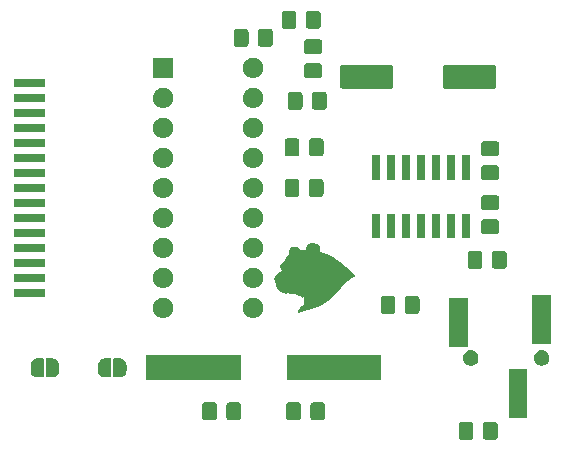
<source format=gbr>
G04 #@! TF.GenerationSoftware,KiCad,Pcbnew,(5.1.5)-3*
G04 #@! TF.CreationDate,2020-01-25T15:57:13+03:00*
G04 #@! TF.ProjectId,CASIO VX4 YM2413 Soundcard v1.1,43415349-4f20-4565-9834-20594d323431,rev?*
G04 #@! TF.SameCoordinates,Original*
G04 #@! TF.FileFunction,Soldermask,Top*
G04 #@! TF.FilePolarity,Negative*
%FSLAX46Y46*%
G04 Gerber Fmt 4.6, Leading zero omitted, Abs format (unit mm)*
G04 Created by KiCad (PCBNEW (5.1.5)-3) date 2020-01-25 15:57:13*
%MOMM*%
%LPD*%
G04 APERTURE LIST*
%ADD10C,0.010000*%
%ADD11C,0.100000*%
G04 APERTURE END LIST*
D10*
G36*
X137646149Y-111378349D02*
G01*
X137686028Y-111378641D01*
X137715919Y-111379221D01*
X137737181Y-111380166D01*
X137751169Y-111381553D01*
X137759242Y-111383459D01*
X137762756Y-111385961D01*
X137763242Y-111387797D01*
X137768763Y-111395459D01*
X137779121Y-111397324D01*
X137791058Y-111399498D01*
X137795000Y-111403675D01*
X137800435Y-111408450D01*
X137810879Y-111410027D01*
X137823650Y-111413340D01*
X137826758Y-111419554D01*
X137829685Y-111425087D01*
X137840060Y-111428057D01*
X137860276Y-111429063D01*
X137864867Y-111429082D01*
X137885167Y-111430046D01*
X137898929Y-111432565D01*
X137902977Y-111435433D01*
X137908121Y-111441068D01*
X137912504Y-111441785D01*
X137920953Y-111445454D01*
X137922032Y-111448590D01*
X137927451Y-111460545D01*
X137940250Y-111470212D01*
X137953336Y-111473543D01*
X137963898Y-111476302D01*
X137966493Y-111480348D01*
X137971939Y-111492355D01*
X137984868Y-111501984D01*
X137998251Y-111505301D01*
X138011784Y-111508913D01*
X138024182Y-111517257D01*
X138029989Y-111526593D01*
X138030009Y-111527078D01*
X138034504Y-111534821D01*
X138044749Y-111545137D01*
X138055885Y-111553615D01*
X138061990Y-111556114D01*
X138074663Y-111560254D01*
X138088372Y-111569993D01*
X138098156Y-111581307D01*
X138100078Y-111587014D01*
X138103705Y-111599630D01*
X138111716Y-111612218D01*
X138120436Y-111619338D01*
X138122107Y-111619629D01*
X138130489Y-111624789D01*
X138138974Y-111636641D01*
X138143895Y-111649749D01*
X138144135Y-111652296D01*
X138149374Y-111663447D01*
X138153865Y-111666387D01*
X138161115Y-111674847D01*
X138163392Y-111686122D01*
X138165542Y-111698153D01*
X138169744Y-111702200D01*
X138171719Y-111708482D01*
X138173345Y-111727056D01*
X138174606Y-111757518D01*
X138175492Y-111799460D01*
X138175987Y-111852477D01*
X138176095Y-111897688D01*
X138176127Y-111952721D01*
X138176280Y-111996448D01*
X138176640Y-112030267D01*
X138177294Y-112055575D01*
X138178328Y-112073769D01*
X138179830Y-112086247D01*
X138181885Y-112094405D01*
X138184580Y-112099642D01*
X138188001Y-112103354D01*
X138188871Y-112104114D01*
X138204749Y-112112266D01*
X138220629Y-112115053D01*
X138235703Y-112117903D01*
X138239611Y-112124581D01*
X138245132Y-112132243D01*
X138255490Y-112134108D01*
X138267427Y-112136282D01*
X138271369Y-112140460D01*
X138277081Y-112144083D01*
X138291687Y-112146383D01*
X138303127Y-112146811D01*
X138321243Y-112147954D01*
X138332742Y-112150875D01*
X138334885Y-112153163D01*
X138340565Y-112156934D01*
X138354954Y-112159210D01*
X138363770Y-112159514D01*
X138385292Y-112161446D01*
X138400132Y-112168605D01*
X138407372Y-112175393D01*
X138420655Y-112186103D01*
X138437415Y-112190661D01*
X138451530Y-112191272D01*
X138470679Y-112192450D01*
X138479588Y-112196476D01*
X138480971Y-112200800D01*
X138485792Y-112207846D01*
X138501177Y-112210310D01*
X138503202Y-112210327D01*
X138517896Y-112211922D01*
X138525240Y-112215845D01*
X138525432Y-112216679D01*
X138530577Y-112222314D01*
X138534960Y-112223030D01*
X138543381Y-112228115D01*
X138544487Y-112232558D01*
X138547414Y-112238090D01*
X138557789Y-112241060D01*
X138578005Y-112242066D01*
X138582597Y-112242085D01*
X138602896Y-112243049D01*
X138616658Y-112245568D01*
X138620706Y-112248437D01*
X138626120Y-112253287D01*
X138635906Y-112254788D01*
X138649078Y-112258336D01*
X138654761Y-112264316D01*
X138663377Y-112272161D01*
X138671320Y-112273843D01*
X138681749Y-112276466D01*
X138684222Y-112280195D01*
X138689857Y-112284172D01*
X138703933Y-112286384D01*
X138709629Y-112286546D01*
X138727294Y-112288119D01*
X138734574Y-112293335D01*
X138735035Y-112296074D01*
X138740567Y-112303730D01*
X138751113Y-112305601D01*
X138764640Y-112308965D01*
X138770848Y-112315128D01*
X138779933Y-112322323D01*
X138796055Y-112324656D01*
X138810476Y-112326298D01*
X138817479Y-112330319D01*
X138817606Y-112331007D01*
X138823041Y-112335782D01*
X138833484Y-112337359D01*
X138845416Y-112339819D01*
X138849363Y-112344553D01*
X138854968Y-112356735D01*
X138868890Y-112367352D01*
X138886787Y-112373753D01*
X138898249Y-112374419D01*
X138914955Y-112375402D01*
X138926547Y-112380249D01*
X138926707Y-112380404D01*
X138939507Y-112387161D01*
X138946361Y-112388172D01*
X138960555Y-112392603D01*
X138972322Y-112402917D01*
X138976395Y-112413124D01*
X138982006Y-112417493D01*
X138995923Y-112419815D01*
X139000294Y-112419930D01*
X139020153Y-112422766D01*
X139033811Y-112432912D01*
X139036117Y-112435809D01*
X139051241Y-112448500D01*
X139069383Y-112451687D01*
X139083719Y-112453344D01*
X139090615Y-112457398D01*
X139090724Y-112458039D01*
X139096159Y-112462814D01*
X139106603Y-112464391D01*
X139118537Y-112466719D01*
X139122482Y-112471196D01*
X139127857Y-112483068D01*
X139140454Y-112492792D01*
X139153106Y-112496149D01*
X139165137Y-112500419D01*
X139169240Y-112505676D01*
X139177856Y-112513522D01*
X139185798Y-112515203D01*
X139196227Y-112517826D01*
X139198701Y-112521555D01*
X139203845Y-112527190D01*
X139208228Y-112527907D01*
X139216649Y-112532991D01*
X139217756Y-112537434D01*
X139223277Y-112545097D01*
X139233635Y-112546961D01*
X139245571Y-112549136D01*
X139249514Y-112553313D01*
X139254949Y-112558088D01*
X139265392Y-112559664D01*
X139278164Y-112562977D01*
X139281271Y-112569192D01*
X139286793Y-112576854D01*
X139297150Y-112578719D01*
X139309087Y-112580893D01*
X139313029Y-112585071D01*
X139318465Y-112589845D01*
X139328908Y-112591422D01*
X139340844Y-112593669D01*
X139344787Y-112597988D01*
X139349364Y-112607100D01*
X139360471Y-112619707D01*
X139374176Y-112632101D01*
X139386547Y-112640575D01*
X139391716Y-112642235D01*
X139401628Y-112646265D01*
X139415057Y-112656159D01*
X139417230Y-112658114D01*
X139430711Y-112668654D01*
X139441517Y-112673872D01*
X139442674Y-112673993D01*
X139452050Y-112678660D01*
X139462910Y-112689872D01*
X139474805Y-112701173D01*
X139486229Y-112705751D01*
X139497788Y-112710398D01*
X139501280Y-112715278D01*
X139509277Y-112723720D01*
X139513784Y-112724806D01*
X139521791Y-112728463D01*
X139522632Y-112731157D01*
X139528067Y-112735932D01*
X139538511Y-112737509D01*
X139551282Y-112740822D01*
X139554390Y-112747036D01*
X139559911Y-112754699D01*
X139570269Y-112756564D01*
X139582205Y-112758738D01*
X139586148Y-112762915D01*
X139591040Y-112769010D01*
X139592953Y-112769267D01*
X139603728Y-112774078D01*
X139613961Y-112784638D01*
X139617906Y-112794220D01*
X139623338Y-112799334D01*
X139633785Y-112801025D01*
X139645719Y-112803353D01*
X139649664Y-112807830D01*
X139654868Y-112819376D01*
X139666756Y-112829294D01*
X139678107Y-112832783D01*
X139688407Y-112836966D01*
X139703080Y-112847610D01*
X139711293Y-112855013D01*
X139726384Y-112867933D01*
X139739192Y-112875952D01*
X139743719Y-112877244D01*
X139753150Y-112881576D01*
X139767205Y-112892711D01*
X139777424Y-112902650D01*
X139792116Y-112916745D01*
X139804195Y-112925971D01*
X139809182Y-112928057D01*
X139817481Y-112932354D01*
X139830753Y-112943409D01*
X139840940Y-112953463D01*
X139856266Y-112967641D01*
X139869763Y-112976863D01*
X139875840Y-112978869D01*
X139884761Y-112983308D01*
X139899397Y-112995161D01*
X139917153Y-113012234D01*
X139924661Y-113020155D01*
X139942598Y-113038662D01*
X139958020Y-113052878D01*
X139968497Y-113060632D01*
X139970832Y-113061440D01*
X139979666Y-113065751D01*
X139992883Y-113076686D01*
X139999882Y-113083670D01*
X140014937Y-113096933D01*
X140028912Y-113104918D01*
X140033744Y-113105963D01*
X140045088Y-113110540D01*
X140059968Y-113122176D01*
X140068868Y-113131307D01*
X140083483Y-113145685D01*
X140096610Y-113154873D01*
X140102214Y-113156651D01*
X140111642Y-113159702D01*
X140113329Y-113163065D01*
X140118474Y-113168700D01*
X140122857Y-113169417D01*
X140131306Y-113173086D01*
X140132384Y-113176222D01*
X140137195Y-113186997D01*
X140147755Y-113197230D01*
X140157337Y-113201175D01*
X140163863Y-113206055D01*
X140164142Y-113207980D01*
X140168953Y-113218755D01*
X140179513Y-113228988D01*
X140189095Y-113232933D01*
X140195625Y-113237499D01*
X140195900Y-113239284D01*
X140201027Y-113244960D01*
X140205182Y-113245636D01*
X140214512Y-113249885D01*
X140228718Y-113260828D01*
X140239618Y-113271042D01*
X140254572Y-113285001D01*
X140266632Y-113294229D01*
X140271621Y-113296449D01*
X140275403Y-113297022D01*
X140280322Y-113299610D01*
X140287874Y-113305514D01*
X140299555Y-113316034D01*
X140316860Y-113332470D01*
X140341284Y-113356125D01*
X140350126Y-113364728D01*
X140370814Y-113383940D01*
X140389084Y-113399223D01*
X140402543Y-113408665D01*
X140407817Y-113410777D01*
X140416329Y-113416128D01*
X140418206Y-113426656D01*
X140421029Y-113438953D01*
X140431438Y-113442710D01*
X140432497Y-113442737D01*
X140448097Y-113446342D01*
X140461868Y-113454634D01*
X140468859Y-113464466D01*
X140469018Y-113465981D01*
X140474032Y-113473150D01*
X140484897Y-113480645D01*
X140496501Y-113489553D01*
X140500776Y-113497597D01*
X140504579Y-113505336D01*
X140507128Y-113506051D01*
X140513223Y-113510944D01*
X140513479Y-113512856D01*
X140518291Y-113523631D01*
X140528850Y-113533864D01*
X140538432Y-113537809D01*
X140544958Y-113542689D01*
X140545237Y-113544614D01*
X140550684Y-113556621D01*
X140563613Y-113566250D01*
X140576995Y-113569567D01*
X140590796Y-113573272D01*
X140603185Y-113581862D01*
X140608748Y-113591546D01*
X140608753Y-113591798D01*
X140613427Y-113600319D01*
X140623557Y-113609457D01*
X140633307Y-113614014D01*
X140633706Y-113614028D01*
X140640232Y-113618908D01*
X140640511Y-113620833D01*
X140645322Y-113631608D01*
X140655882Y-113641841D01*
X140665464Y-113645786D01*
X140671499Y-113650923D01*
X140672269Y-113655313D01*
X140677561Y-113663073D01*
X140684940Y-113664841D01*
X140695591Y-113669089D01*
X140711528Y-113680250D01*
X140729373Y-113695944D01*
X140730045Y-113696599D01*
X140746774Y-113712248D01*
X140760320Y-113723590D01*
X140767931Y-113728331D01*
X140768186Y-113728357D01*
X140773254Y-113733511D01*
X140773895Y-113737884D01*
X140776753Y-113746344D01*
X140779173Y-113747411D01*
X140785678Y-113752403D01*
X140792949Y-113763290D01*
X140801858Y-113774894D01*
X140809902Y-113779169D01*
X140817637Y-113783237D01*
X140818356Y-113785975D01*
X140823167Y-113796749D01*
X140833727Y-113806983D01*
X140843308Y-113810927D01*
X140849835Y-113815807D01*
X140850114Y-113817733D01*
X140854925Y-113828507D01*
X140865485Y-113838741D01*
X140875066Y-113842685D01*
X140881592Y-113847565D01*
X140881872Y-113849490D01*
X140886683Y-113860265D01*
X140897243Y-113870499D01*
X140906824Y-113874443D01*
X140913354Y-113879010D01*
X140913630Y-113880795D01*
X140918522Y-113886889D01*
X140920435Y-113887146D01*
X140931210Y-113891957D01*
X140941443Y-113902517D01*
X140945387Y-113912099D01*
X140950440Y-113918326D01*
X140953842Y-113918904D01*
X140962732Y-113923972D01*
X140970794Y-113934783D01*
X140979335Y-113946364D01*
X140986673Y-113950662D01*
X140994754Y-113955705D01*
X141002552Y-113966541D01*
X141011460Y-113978145D01*
X141019504Y-113982420D01*
X141027251Y-113985653D01*
X141027958Y-113987801D01*
X141032067Y-113994542D01*
X141043036Y-114007927D01*
X141058833Y-114025531D01*
X141066068Y-114033233D01*
X141083229Y-114051848D01*
X141096378Y-114067216D01*
X141103483Y-114076914D01*
X141104177Y-114078664D01*
X141109336Y-114083443D01*
X141113705Y-114084046D01*
X141122125Y-114089130D01*
X141123232Y-114093573D01*
X141126662Y-114102025D01*
X141129584Y-114103100D01*
X141135219Y-114108245D01*
X141135935Y-114112628D01*
X141132219Y-114118888D01*
X141119566Y-114121754D01*
X141107154Y-114122155D01*
X141085777Y-114124116D01*
X141075452Y-114130206D01*
X141074716Y-114131682D01*
X141066344Y-114140130D01*
X141061541Y-114141210D01*
X141050841Y-114145068D01*
X141036224Y-114154637D01*
X141032525Y-114157616D01*
X141011901Y-114169980D01*
X140997761Y-114171105D01*
X140984031Y-114171995D01*
X140979141Y-114176929D01*
X140970760Y-114184253D01*
X140963563Y-114185671D01*
X140951642Y-114190025D01*
X140947684Y-114195198D01*
X140939046Y-114203134D01*
X140931551Y-114204726D01*
X140916804Y-114209054D01*
X140909488Y-114214311D01*
X140899790Y-114220745D01*
X140894902Y-114220807D01*
X140888249Y-114223293D01*
X140878047Y-114233337D01*
X140875410Y-114236628D01*
X140860150Y-114250807D01*
X140845988Y-114255538D01*
X140834514Y-114257838D01*
X140831059Y-114261890D01*
X140825711Y-114266962D01*
X140817682Y-114268242D01*
X140804449Y-114272977D01*
X140791815Y-114284121D01*
X140780293Y-114295297D01*
X140770023Y-114299999D01*
X140769955Y-114300000D01*
X140759497Y-114304349D01*
X140746777Y-114314917D01*
X140745869Y-114315879D01*
X140731849Y-114326891D01*
X140718118Y-114331746D01*
X140717590Y-114331757D01*
X140706826Y-114335083D01*
X140704027Y-114340212D01*
X140698959Y-114349102D01*
X140688148Y-114357164D01*
X140676544Y-114366072D01*
X140672269Y-114374116D01*
X140666958Y-114380921D01*
X140659266Y-114382570D01*
X140648126Y-114386836D01*
X140632156Y-114397939D01*
X140617271Y-114411152D01*
X140601449Y-114425942D01*
X140588836Y-114436269D01*
X140582637Y-114439734D01*
X140577629Y-114444889D01*
X140576995Y-114449262D01*
X140571474Y-114456925D01*
X140561116Y-114458789D01*
X140549182Y-114461118D01*
X140545237Y-114465595D01*
X140541074Y-114475159D01*
X140532049Y-114485417D01*
X140523363Y-114490531D01*
X140523007Y-114490547D01*
X140514486Y-114495221D01*
X140505347Y-114505351D01*
X140500791Y-114515101D01*
X140500776Y-114515500D01*
X140495724Y-114521727D01*
X140492322Y-114522305D01*
X140483432Y-114527373D01*
X140475370Y-114538184D01*
X140462828Y-114551301D01*
X140452066Y-114554063D01*
X140440653Y-114556380D01*
X140437260Y-114560415D01*
X140433525Y-114568777D01*
X140425010Y-114578869D01*
X140415752Y-114586628D01*
X140409826Y-114588028D01*
X140404991Y-114590782D01*
X140397003Y-114601520D01*
X140395225Y-114604436D01*
X140385750Y-114617413D01*
X140377542Y-114623794D01*
X140376624Y-114623931D01*
X140368765Y-114628966D01*
X140361041Y-114639810D01*
X140352500Y-114651390D01*
X140345162Y-114655688D01*
X140337081Y-114660731D01*
X140329283Y-114671567D01*
X140320375Y-114683171D01*
X140312331Y-114687446D01*
X140304596Y-114691514D01*
X140303877Y-114694252D01*
X140299066Y-114705027D01*
X140288506Y-114715260D01*
X140278924Y-114719204D01*
X140272394Y-114723771D01*
X140272119Y-114725556D01*
X140267227Y-114731651D01*
X140265314Y-114731908D01*
X140254539Y-114736719D01*
X140244306Y-114747278D01*
X140240361Y-114756860D01*
X140235309Y-114763087D01*
X140231907Y-114763665D01*
X140223017Y-114768733D01*
X140214955Y-114779544D01*
X140207123Y-114791077D01*
X140201178Y-114795423D01*
X140196107Y-114800343D01*
X140195900Y-114802229D01*
X140191089Y-114813004D01*
X140180529Y-114823237D01*
X140170947Y-114827181D01*
X140164721Y-114832234D01*
X140164142Y-114835635D01*
X140159074Y-114844526D01*
X140148263Y-114852588D01*
X140136683Y-114861129D01*
X140132384Y-114868467D01*
X140127342Y-114876548D01*
X140116505Y-114884346D01*
X140104931Y-114892786D01*
X140100626Y-114899928D01*
X140095648Y-114907585D01*
X140083435Y-114917119D01*
X140081132Y-114918529D01*
X140069145Y-114926811D01*
X140064481Y-114932531D01*
X140064724Y-114933131D01*
X140063155Y-114939076D01*
X140055470Y-114948427D01*
X140045728Y-114956987D01*
X140038184Y-114960565D01*
X140031679Y-114965557D01*
X140024407Y-114976444D01*
X140016292Y-114987996D01*
X140009788Y-114992323D01*
X140001257Y-114996951D01*
X139990580Y-115007570D01*
X139982153Y-115019282D01*
X139979946Y-115025582D01*
X139975734Y-115033123D01*
X139965024Y-115045653D01*
X139957716Y-115053080D01*
X139944546Y-115068377D01*
X139936574Y-115082474D01*
X139935485Y-115087484D01*
X139932846Y-115097866D01*
X139929133Y-115100300D01*
X139923039Y-115105192D01*
X139922782Y-115107105D01*
X139917971Y-115117880D01*
X139907411Y-115128113D01*
X139897829Y-115132058D01*
X139891303Y-115136937D01*
X139891024Y-115138863D01*
X139886213Y-115149638D01*
X139875653Y-115159871D01*
X139866071Y-115163816D01*
X139860957Y-115169248D01*
X139859266Y-115179694D01*
X139856938Y-115191629D01*
X139852461Y-115195573D01*
X139842705Y-115199654D01*
X139836582Y-115204647D01*
X139829015Y-115215274D01*
X139827508Y-115220526D01*
X139822455Y-115226753D01*
X139819054Y-115227331D01*
X139810164Y-115232399D01*
X139802102Y-115243210D01*
X139793661Y-115254784D01*
X139786519Y-115259089D01*
X139778831Y-115264064D01*
X139769341Y-115276243D01*
X139768112Y-115278256D01*
X139759154Y-115289992D01*
X139751756Y-115294078D01*
X139750864Y-115293760D01*
X139745296Y-115293994D01*
X139744937Y-115295680D01*
X139740690Y-115304582D01*
X139730405Y-115317468D01*
X139717764Y-115330440D01*
X139706452Y-115339598D01*
X139701498Y-115341660D01*
X139695817Y-115347053D01*
X139694125Y-115356466D01*
X139688202Y-115371865D01*
X139678246Y-115379769D01*
X139666642Y-115388678D01*
X139662367Y-115396722D01*
X139658564Y-115404461D01*
X139656015Y-115405176D01*
X139649920Y-115410068D01*
X139649664Y-115411981D01*
X139645583Y-115421737D01*
X139640590Y-115427860D01*
X139629963Y-115435427D01*
X139624711Y-115436934D01*
X139618185Y-115441814D01*
X139617906Y-115443739D01*
X139613094Y-115454514D01*
X139602535Y-115464747D01*
X139592953Y-115468692D01*
X139587838Y-115474124D01*
X139586148Y-115484571D01*
X139583819Y-115496505D01*
X139579342Y-115500450D01*
X139568568Y-115505261D01*
X139558334Y-115515821D01*
X139554390Y-115525402D01*
X139549510Y-115531928D01*
X139547584Y-115532208D01*
X139536810Y-115537019D01*
X139526576Y-115547579D01*
X139522632Y-115557160D01*
X139517495Y-115563195D01*
X139513104Y-115563966D01*
X139504648Y-115567140D01*
X139503577Y-115569836D01*
X139499356Y-115576038D01*
X139487964Y-115589143D01*
X139471311Y-115607193D01*
X139451306Y-115628231D01*
X139429857Y-115650298D01*
X139408873Y-115671435D01*
X139390264Y-115689685D01*
X139375938Y-115703089D01*
X139367804Y-115709690D01*
X139366892Y-115710052D01*
X139358471Y-115714720D01*
X139349385Y-115724834D01*
X139344806Y-115734553D01*
X139344787Y-115735005D01*
X139339908Y-115741531D01*
X139337982Y-115741810D01*
X139327207Y-115746621D01*
X139316974Y-115757181D01*
X139313029Y-115766763D01*
X139308150Y-115773289D01*
X139306224Y-115773568D01*
X139295449Y-115778379D01*
X139285216Y-115788939D01*
X139281271Y-115798521D01*
X139276392Y-115805047D01*
X139274466Y-115805326D01*
X139263691Y-115810137D01*
X139253458Y-115820697D01*
X139249514Y-115830279D01*
X139244634Y-115836805D01*
X139242708Y-115837084D01*
X139231933Y-115841895D01*
X139221700Y-115852455D01*
X139217756Y-115862036D01*
X139212876Y-115868563D01*
X139210950Y-115868842D01*
X139201386Y-115873006D01*
X139191128Y-115882030D01*
X139186014Y-115890717D01*
X139185998Y-115891072D01*
X139180556Y-115900993D01*
X139167607Y-115909488D01*
X139152209Y-115913294D01*
X139151518Y-115913303D01*
X139139361Y-115915139D01*
X139135185Y-115918801D01*
X139130777Y-115926819D01*
X139119188Y-115940715D01*
X139102868Y-115958088D01*
X139084271Y-115976533D01*
X139065846Y-115993649D01*
X139050045Y-116007033D01*
X139039321Y-116014282D01*
X139037104Y-116014928D01*
X139023610Y-116019453D01*
X139012156Y-116029848D01*
X139008153Y-116039881D01*
X139003273Y-116046407D01*
X139001348Y-116046686D01*
X138990573Y-116051497D01*
X138980340Y-116062057D01*
X138976395Y-116071639D01*
X138971515Y-116078165D01*
X138969590Y-116078444D01*
X138958815Y-116083255D01*
X138948582Y-116093815D01*
X138944637Y-116103397D01*
X138939205Y-116108511D01*
X138928758Y-116110202D01*
X138916824Y-116112530D01*
X138912879Y-116117007D01*
X138908758Y-116126484D01*
X138899831Y-116136740D01*
X138891259Y-116141937D01*
X138890837Y-116141960D01*
X138883868Y-116145846D01*
X138873307Y-116154663D01*
X138859950Y-116163984D01*
X138849273Y-116167366D01*
X138838049Y-116171720D01*
X138824869Y-116182294D01*
X138823957Y-116183245D01*
X138811935Y-116194041D01*
X138802623Y-116199076D01*
X138802031Y-116199124D01*
X138793062Y-116203703D01*
X138782269Y-116214070D01*
X138774447Y-116225168D01*
X138773144Y-116229585D01*
X138768218Y-116235781D01*
X138756153Y-116244503D01*
X138754090Y-116245751D01*
X138741312Y-116254856D01*
X138735139Y-116262312D01*
X138735035Y-116262999D01*
X138729677Y-116267763D01*
X138721472Y-116268992D01*
X138707928Y-116273457D01*
X138693765Y-116284265D01*
X138693193Y-116284871D01*
X138680487Y-116295766D01*
X138669557Y-116300721D01*
X138668962Y-116300750D01*
X138658101Y-116305723D01*
X138653566Y-116311258D01*
X138644497Y-116318389D01*
X138638306Y-116318168D01*
X138628042Y-116319973D01*
X138616684Y-116328786D01*
X138608996Y-116340340D01*
X138608003Y-116345283D01*
X138602857Y-116350854D01*
X138598476Y-116351562D01*
X138590023Y-116354992D01*
X138588948Y-116357914D01*
X138583670Y-116363198D01*
X138577135Y-116364266D01*
X138565143Y-116369028D01*
X138553397Y-116380145D01*
X138540716Y-116391505D01*
X138527780Y-116396024D01*
X138515232Y-116399938D01*
X138510432Y-116405551D01*
X138501765Y-116413607D01*
X138494858Y-116415078D01*
X138481774Y-116419545D01*
X138471401Y-116427829D01*
X138457068Y-116439935D01*
X138438623Y-116451070D01*
X138421363Y-116458295D01*
X138414194Y-116459539D01*
X138405298Y-116464189D01*
X138394641Y-116475373D01*
X138394607Y-116475418D01*
X138381492Y-116487198D01*
X138363208Y-116491210D01*
X138358784Y-116491297D01*
X138343442Y-116492895D01*
X138335288Y-116496858D01*
X138334885Y-116498103D01*
X138329489Y-116510013D01*
X138316801Y-116519711D01*
X138303955Y-116523055D01*
X138291608Y-116525873D01*
X138287248Y-116529407D01*
X138278802Y-116533702D01*
X138263410Y-116535734D01*
X138261467Y-116535758D01*
X138245174Y-116537898D01*
X138239630Y-116544689D01*
X138239611Y-116545286D01*
X138234527Y-116553707D01*
X138230084Y-116554813D01*
X138221631Y-116558243D01*
X138220556Y-116561165D01*
X138215135Y-116565990D01*
X138205131Y-116567516D01*
X138189019Y-116571319D01*
X138180178Y-116577044D01*
X138167503Y-116584966D01*
X138159996Y-116586571D01*
X138148806Y-116591233D01*
X138136857Y-116602442D01*
X138136851Y-116602450D01*
X138123870Y-116613919D01*
X138106182Y-116618129D01*
X138099112Y-116618329D01*
X138077812Y-116621246D01*
X138061477Y-116631896D01*
X138057658Y-116635796D01*
X138044186Y-116646829D01*
X138031891Y-116651496D01*
X138030161Y-116651408D01*
X138018814Y-116654454D01*
X138015111Y-116659348D01*
X138007095Y-116666230D01*
X137988929Y-116669024D01*
X137982372Y-116669142D01*
X137960954Y-116671069D01*
X137950549Y-116677069D01*
X137949735Y-116678669D01*
X137941073Y-116686702D01*
X137934055Y-116688197D01*
X137924109Y-116690990D01*
X137922032Y-116694548D01*
X137916618Y-116699399D01*
X137906832Y-116700900D01*
X137893660Y-116704447D01*
X137887977Y-116710427D01*
X137878787Y-116717633D01*
X137861891Y-116719955D01*
X137847118Y-116721537D01*
X137839675Y-116725431D01*
X137839461Y-116726306D01*
X137834025Y-116731081D01*
X137823582Y-116732658D01*
X137811645Y-116734832D01*
X137807703Y-116739009D01*
X137801991Y-116742633D01*
X137787385Y-116744932D01*
X137775945Y-116745361D01*
X137755974Y-116746381D01*
X137746219Y-116749912D01*
X137744187Y-116754888D01*
X137738666Y-116762551D01*
X137728308Y-116764416D01*
X137716372Y-116766590D01*
X137712429Y-116770767D01*
X137707015Y-116775618D01*
X137697230Y-116777119D01*
X137684058Y-116780667D01*
X137678374Y-116786646D01*
X137672095Y-116792440D01*
X137657413Y-116795440D01*
X137636410Y-116796174D01*
X137616029Y-116797133D01*
X137602203Y-116799643D01*
X137598101Y-116802525D01*
X137592772Y-116807659D01*
X137585198Y-116808877D01*
X137572985Y-116813016D01*
X137568640Y-116818404D01*
X137559554Y-116825599D01*
X137543433Y-116827932D01*
X137529011Y-116829573D01*
X137522008Y-116833595D01*
X137521882Y-116834283D01*
X137516175Y-116837932D01*
X137501607Y-116840229D01*
X137490653Y-116840635D01*
X137472199Y-116841518D01*
X137459922Y-116843770D01*
X137457307Y-116845398D01*
X137447791Y-116854359D01*
X137429763Y-116862820D01*
X137407375Y-116869302D01*
X137384780Y-116872328D01*
X137381433Y-116872393D01*
X137359476Y-116873970D01*
X137348180Y-116879007D01*
X137346334Y-116881920D01*
X137337882Y-116889143D01*
X137326437Y-116891447D01*
X137311650Y-116893692D01*
X137293648Y-116899292D01*
X137276584Y-116906546D01*
X137264609Y-116913750D01*
X137261466Y-116918076D01*
X137255696Y-116920781D01*
X137240697Y-116922640D01*
X137223357Y-116923205D01*
X137203058Y-116924170D01*
X137189295Y-116926689D01*
X137185247Y-116929557D01*
X137179812Y-116934332D01*
X137169368Y-116935909D01*
X137156597Y-116939221D01*
X137153489Y-116945436D01*
X137149177Y-116952144D01*
X137134979Y-116954832D01*
X137128763Y-116954963D01*
X137109042Y-116957528D01*
X137100380Y-116964491D01*
X137093478Y-116970598D01*
X137077430Y-116973549D01*
X137061966Y-116974018D01*
X137042016Y-116975093D01*
X137027686Y-116977857D01*
X137023282Y-116980370D01*
X137014337Y-116985676D01*
X137006829Y-116986721D01*
X136994776Y-116990976D01*
X136990645Y-116996249D01*
X136983686Y-117002384D01*
X136967513Y-117005329D01*
X136952511Y-117005776D01*
X136925659Y-117008072D01*
X136905376Y-117014302D01*
X136902427Y-117016002D01*
X136888280Y-117022347D01*
X136877861Y-117022789D01*
X136868106Y-117025134D01*
X136856069Y-117036155D01*
X136854631Y-117037970D01*
X136846049Y-117047895D01*
X136836917Y-117053483D01*
X136823406Y-117055967D01*
X136801687Y-117056581D01*
X136796851Y-117056589D01*
X136774408Y-117057445D01*
X136758942Y-117059731D01*
X136753339Y-117062940D01*
X136747916Y-117067756D01*
X136737835Y-117069292D01*
X136724387Y-117071634D01*
X136718406Y-117075643D01*
X136709399Y-117081081D01*
X136702831Y-117081995D01*
X136691161Y-117086548D01*
X136687527Y-117091522D01*
X136681248Y-117097316D01*
X136666565Y-117100316D01*
X136645562Y-117101050D01*
X136625181Y-117102010D01*
X136611355Y-117104519D01*
X136607253Y-117107401D01*
X136601839Y-117112252D01*
X136592054Y-117113753D01*
X136578881Y-117117301D01*
X136573198Y-117123280D01*
X136564655Y-117130108D01*
X136545242Y-117132752D01*
X136540761Y-117132808D01*
X136523646Y-117134061D01*
X136513338Y-117137234D01*
X136511979Y-117139159D01*
X136506396Y-117143358D01*
X136492666Y-117145456D01*
X136489749Y-117145511D01*
X136473306Y-117147577D01*
X136467558Y-117154171D01*
X136467518Y-117155038D01*
X136462434Y-117163459D01*
X136457991Y-117164566D01*
X136449538Y-117167995D01*
X136448463Y-117170917D01*
X136442845Y-117174968D01*
X136428882Y-117177148D01*
X136424164Y-117177269D01*
X136402006Y-117173666D01*
X136384758Y-117161187D01*
X136384507Y-117160921D01*
X136374853Y-117149676D01*
X136373627Y-117143448D01*
X136380109Y-117138439D01*
X136380224Y-117138375D01*
X136389492Y-117128104D01*
X136391299Y-117120987D01*
X136395420Y-117108332D01*
X136404002Y-117096161D01*
X136413388Y-117079689D01*
X136416705Y-117063007D01*
X136419663Y-117047221D01*
X136426233Y-117039831D01*
X136434517Y-117031111D01*
X136435760Y-117025258D01*
X136440128Y-117013655D01*
X136450732Y-117000295D01*
X136451639Y-116999424D01*
X136462568Y-116985954D01*
X136467495Y-116973553D01*
X136467518Y-116972911D01*
X136470606Y-116963210D01*
X136474323Y-116961315D01*
X136486195Y-116955939D01*
X136495920Y-116943343D01*
X136499276Y-116930690D01*
X136503547Y-116918659D01*
X136508803Y-116914557D01*
X136516576Y-116905960D01*
X136518331Y-116897640D01*
X136522888Y-116886177D01*
X136535070Y-116869778D01*
X136550089Y-116853930D01*
X136565983Y-116837769D01*
X136577374Y-116824427D01*
X136581844Y-116816741D01*
X136581847Y-116816658D01*
X136586023Y-116809281D01*
X136597161Y-116795500D01*
X136613173Y-116777830D01*
X136619956Y-116770767D01*
X136637228Y-116752419D01*
X136650417Y-116737187D01*
X136657443Y-116727521D01*
X136658066Y-116725827D01*
X136663136Y-116720448D01*
X136666520Y-116719955D01*
X136675410Y-116714887D01*
X136683472Y-116704076D01*
X136692380Y-116692472D01*
X136700424Y-116688197D01*
X136708164Y-116684394D01*
X136708878Y-116681845D01*
X136714314Y-116677070D01*
X136724757Y-116675493D01*
X136737528Y-116672181D01*
X136740636Y-116665966D01*
X136744306Y-116657517D01*
X136747442Y-116656439D01*
X136758216Y-116651628D01*
X136768450Y-116641068D01*
X136772394Y-116631486D01*
X136777447Y-116625259D01*
X136780848Y-116624681D01*
X136789739Y-116619613D01*
X136797801Y-116608802D01*
X136807955Y-116597123D01*
X136818343Y-116592923D01*
X136828423Y-116588637D01*
X136844015Y-116577313D01*
X136862020Y-116561249D01*
X136864906Y-116558403D01*
X136899426Y-116523884D01*
X136899426Y-116263429D01*
X136899271Y-116192757D01*
X136898813Y-116132355D01*
X136898062Y-116082657D01*
X136897030Y-116044096D01*
X136895725Y-116017105D01*
X136894159Y-116002117D01*
X136893074Y-115999049D01*
X136888158Y-115990294D01*
X136886723Y-115979620D01*
X136888945Y-115967864D01*
X136893074Y-115964116D01*
X136897301Y-115958539D01*
X136899381Y-115944855D01*
X136899426Y-115942260D01*
X136897743Y-115926439D01*
X136893635Y-115916910D01*
X136893074Y-115916479D01*
X136887768Y-115907534D01*
X136886723Y-115900026D01*
X136882468Y-115887973D01*
X136877195Y-115883842D01*
X136869079Y-115875160D01*
X136867668Y-115868537D01*
X136864589Y-115856662D01*
X136861316Y-115852963D01*
X136855655Y-115843853D01*
X136854965Y-115838801D01*
X136850180Y-115828133D01*
X136837784Y-115813033D01*
X136820716Y-115796144D01*
X136801915Y-115780112D01*
X136784318Y-115767580D01*
X136770865Y-115761193D01*
X136768356Y-115760865D01*
X136759629Y-115761942D01*
X136755153Y-115767271D01*
X136753529Y-115779997D01*
X136753339Y-115794585D01*
X136755233Y-115818439D01*
X136760245Y-115836464D01*
X136762665Y-115840634D01*
X136770111Y-115855418D01*
X136771897Y-115869814D01*
X136768002Y-115879617D01*
X136762867Y-115881545D01*
X136755204Y-115887066D01*
X136753339Y-115897424D01*
X136751531Y-115909366D01*
X136748061Y-115913303D01*
X136741556Y-115908311D01*
X136734285Y-115897424D01*
X136726301Y-115885881D01*
X136720055Y-115881545D01*
X136709037Y-115876187D01*
X136699735Y-115863652D01*
X136696175Y-115850241D01*
X136692309Y-115839540D01*
X136686648Y-115837084D01*
X136678199Y-115833414D01*
X136677120Y-115830279D01*
X136672309Y-115819504D01*
X136661749Y-115809270D01*
X136652168Y-115805326D01*
X136645642Y-115800446D01*
X136645362Y-115798521D01*
X136640551Y-115787746D01*
X136629992Y-115777513D01*
X136620410Y-115773568D01*
X136613884Y-115768688D01*
X136613605Y-115766763D01*
X136608793Y-115755988D01*
X136598234Y-115745755D01*
X136588652Y-115741810D01*
X136582126Y-115736930D01*
X136581847Y-115735005D01*
X136577035Y-115724230D01*
X136566476Y-115713997D01*
X136556894Y-115710052D01*
X136550445Y-115705120D01*
X136550089Y-115702813D01*
X136544511Y-115691570D01*
X136530491Y-115683383D01*
X136512097Y-115679109D01*
X136493396Y-115679601D01*
X136478457Y-115685716D01*
X136476592Y-115687368D01*
X136469805Y-115699954D01*
X136467711Y-115715739D01*
X136470667Y-115728795D01*
X136473870Y-115732283D01*
X136477930Y-115740611D01*
X136480105Y-115756407D01*
X136480221Y-115761240D01*
X136479449Y-115777370D01*
X136475237Y-115784479D01*
X136464739Y-115786238D01*
X136460808Y-115786271D01*
X136447181Y-115783788D01*
X136432746Y-115775063D01*
X136414497Y-115758179D01*
X136410946Y-115754513D01*
X136394187Y-115738529D01*
X136379492Y-115727122D01*
X136370034Y-115722755D01*
X136370019Y-115722755D01*
X136360973Y-115719599D01*
X136359541Y-115716404D01*
X136354396Y-115710769D01*
X136350014Y-115710052D01*
X136341593Y-115704968D01*
X136340486Y-115700525D01*
X136334965Y-115692862D01*
X136324607Y-115690997D01*
X136312671Y-115688823D01*
X136308728Y-115684646D01*
X136303293Y-115679871D01*
X136292849Y-115678294D01*
X136280915Y-115675966D01*
X136276970Y-115671489D01*
X136271539Y-115659511D01*
X136258682Y-115649861D01*
X136245467Y-115646536D01*
X136233060Y-115642529D01*
X136228455Y-115637009D01*
X136220017Y-115629946D01*
X136207351Y-115627481D01*
X136190311Y-115623034D01*
X136173265Y-115612056D01*
X136172769Y-115611602D01*
X136157974Y-115600936D01*
X136144398Y-115595805D01*
X136143036Y-115595723D01*
X136128469Y-115592311D01*
X136114770Y-115585458D01*
X136098983Y-115579012D01*
X136086023Y-115578614D01*
X136073561Y-115577772D01*
X136069476Y-115573000D01*
X136060523Y-115566401D01*
X136041731Y-115563966D01*
X136041282Y-115563966D01*
X136025625Y-115562521D01*
X136017086Y-115558922D01*
X136016555Y-115557614D01*
X136010584Y-115554521D01*
X135994162Y-115552330D01*
X135969525Y-115551306D01*
X135962567Y-115551262D01*
X135908578Y-115551262D01*
X135908578Y-115573493D01*
X135910174Y-115588187D01*
X135914096Y-115595531D01*
X135914930Y-115595723D01*
X135919704Y-115601159D01*
X135921281Y-115611602D01*
X135920076Y-115621449D01*
X135914177Y-115626082D01*
X135900162Y-115627429D01*
X135893074Y-115627481D01*
X135875123Y-115626166D01*
X135863068Y-115622853D01*
X135860941Y-115621130D01*
X135851996Y-115615823D01*
X135844488Y-115614778D01*
X135832436Y-115610524D01*
X135828305Y-115605251D01*
X135823798Y-115600561D01*
X135813168Y-115597634D01*
X135794207Y-115596134D01*
X135765766Y-115595723D01*
X135735251Y-115595155D01*
X135715189Y-115593240D01*
X135703370Y-115589664D01*
X135698976Y-115586196D01*
X135687287Y-115579673D01*
X135669001Y-115576703D01*
X135666815Y-115576669D01*
X135650165Y-115575147D01*
X135639635Y-115571381D01*
X135638636Y-115570317D01*
X135629622Y-115564865D01*
X135623160Y-115563966D01*
X135609471Y-115559368D01*
X135603702Y-115554438D01*
X135590387Y-115547588D01*
X135565606Y-115544940D01*
X135562014Y-115544911D01*
X135542351Y-115543806D01*
X135528344Y-115540972D01*
X135524307Y-115538559D01*
X135515552Y-115533643D01*
X135504878Y-115532208D01*
X135492388Y-115528827D01*
X135489373Y-115522680D01*
X135483852Y-115515018D01*
X135473494Y-115513153D01*
X135461558Y-115510979D01*
X135457616Y-115506801D01*
X135451939Y-115503009D01*
X135437582Y-115500738D01*
X135429106Y-115500450D01*
X135401960Y-115503853D01*
X135384697Y-115514685D01*
X135376280Y-115533875D01*
X135375045Y-115549123D01*
X135373609Y-115566660D01*
X135370015Y-115578264D01*
X135368456Y-115579991D01*
X135360360Y-115578438D01*
X135347658Y-115569758D01*
X135341844Y-115564487D01*
X135329237Y-115553487D01*
X135317042Y-115547597D01*
X135300521Y-115545263D01*
X135282116Y-115544911D01*
X135260764Y-115543966D01*
X135244873Y-115541507D01*
X135238486Y-115538559D01*
X135229731Y-115533643D01*
X135219056Y-115532208D01*
X135207300Y-115529986D01*
X135203552Y-115525856D01*
X135197965Y-115521673D01*
X135184211Y-115519565D01*
X135181122Y-115519504D01*
X135163110Y-115516776D01*
X135155036Y-115509977D01*
X135148072Y-115503839D01*
X135131888Y-115500895D01*
X135116927Y-115500450D01*
X135094242Y-115499175D01*
X135081997Y-115495012D01*
X135078817Y-115490922D01*
X135070316Y-115483519D01*
X135059962Y-115481395D01*
X135048354Y-115479132D01*
X135044762Y-115475043D01*
X135039191Y-115470793D01*
X135025546Y-115468729D01*
X135023211Y-115468692D01*
X135005863Y-115465896D01*
X134998004Y-115459164D01*
X134989432Y-115452065D01*
X134976201Y-115449637D01*
X134956264Y-115443979D01*
X134943137Y-115433758D01*
X134922800Y-115420280D01*
X134907471Y-115417879D01*
X134892045Y-115416109D01*
X134883000Y-115411821D01*
X134882797Y-115411527D01*
X134873629Y-115405735D01*
X134869416Y-115405176D01*
X134858895Y-115400824D01*
X134846145Y-115390251D01*
X134845244Y-115389297D01*
X134831224Y-115378285D01*
X134817493Y-115373429D01*
X134816965Y-115373418D01*
X134806446Y-115370086D01*
X134803404Y-115358096D01*
X134803402Y-115357539D01*
X134800779Y-115345452D01*
X134790449Y-115341727D01*
X134787523Y-115341660D01*
X134774752Y-115338347D01*
X134771644Y-115332133D01*
X134768214Y-115323680D01*
X134765292Y-115322605D01*
X134760038Y-115317316D01*
X134758941Y-115310582D01*
X134754520Y-115298747D01*
X134749413Y-115294902D01*
X134741744Y-115286331D01*
X134739886Y-115277469D01*
X134735050Y-115264527D01*
X134722574Y-115249211D01*
X134717656Y-115244704D01*
X134704229Y-115231067D01*
X134696319Y-115218845D01*
X134695425Y-115215109D01*
X134691125Y-115205025D01*
X134680064Y-115190373D01*
X134670019Y-115179694D01*
X134655899Y-115163969D01*
X134646674Y-115149977D01*
X134644612Y-115143472D01*
X134641480Y-115133875D01*
X134637807Y-115132058D01*
X134625801Y-115126611D01*
X134616171Y-115113682D01*
X134612854Y-115100300D01*
X134608575Y-115085019D01*
X134598416Y-115072763D01*
X134587902Y-115068542D01*
X134583641Y-115062908D01*
X134581270Y-115048834D01*
X134581096Y-115043135D01*
X134579688Y-115027226D01*
X134576169Y-115018377D01*
X134574745Y-115017729D01*
X134570738Y-115012101D01*
X134568538Y-114998070D01*
X134568393Y-114992776D01*
X134566064Y-114974146D01*
X134560317Y-114960039D01*
X134558866Y-114958296D01*
X134550958Y-114945868D01*
X134549338Y-114938588D01*
X134544193Y-114927581D01*
X134539811Y-114924752D01*
X134533914Y-114918274D01*
X134530926Y-114903148D01*
X134530284Y-114884041D01*
X134529274Y-114863430D01*
X134526660Y-114848361D01*
X134523932Y-114843060D01*
X134519375Y-114834484D01*
X134517581Y-114820256D01*
X134514570Y-114804973D01*
X134508053Y-114797720D01*
X134500834Y-114788295D01*
X134498526Y-114769338D01*
X134497081Y-114753681D01*
X134493483Y-114745142D01*
X134492174Y-114744611D01*
X134488777Y-114738837D01*
X134486479Y-114723803D01*
X134485823Y-114707181D01*
X134484762Y-114683731D01*
X134481239Y-114670623D01*
X134476295Y-114666095D01*
X134468449Y-114657479D01*
X134466768Y-114649536D01*
X134464145Y-114639107D01*
X134460416Y-114636634D01*
X134456158Y-114631064D01*
X134454100Y-114617432D01*
X134454065Y-114615181D01*
X134451396Y-114598113D01*
X134444933Y-114586168D01*
X134444537Y-114585821D01*
X134437834Y-114573392D01*
X134435035Y-114552506D01*
X134435010Y-114550110D01*
X134433616Y-114533098D01*
X134430064Y-114523324D01*
X134428205Y-114522305D01*
X134415175Y-114516483D01*
X134406617Y-114500016D01*
X134403272Y-114474403D01*
X134403252Y-114471946D01*
X134402125Y-114453682D01*
X134399238Y-114442008D01*
X134396900Y-114439734D01*
X134393431Y-114433990D01*
X134391124Y-114419164D01*
X134390549Y-114404601D01*
X134389329Y-114381745D01*
X134385329Y-114369299D01*
X134381021Y-114365812D01*
X134374106Y-114358731D01*
X134371547Y-114348121D01*
X134374002Y-114339715D01*
X134377846Y-114338109D01*
X134382029Y-114332522D01*
X134384137Y-114318768D01*
X134384197Y-114315679D01*
X134386926Y-114297667D01*
X134393725Y-114289593D01*
X134401128Y-114281093D01*
X134403252Y-114270738D01*
X134405675Y-114259133D01*
X134410057Y-114255538D01*
X134421957Y-114250148D01*
X134431663Y-114237486D01*
X134435010Y-114224695D01*
X134439727Y-114211976D01*
X134450889Y-114199509D01*
X134462174Y-114186642D01*
X134466768Y-114173642D01*
X134468888Y-114162954D01*
X134472063Y-114160265D01*
X134480974Y-114155814D01*
X134494442Y-114144670D01*
X134509195Y-114130147D01*
X134521964Y-114115560D01*
X134529480Y-114104220D01*
X134530284Y-114101263D01*
X134534753Y-114092031D01*
X134546758Y-114076614D01*
X134564189Y-114057098D01*
X134584941Y-114035570D01*
X134606906Y-114014116D01*
X134627978Y-113994821D01*
X134646049Y-113979773D01*
X134659011Y-113971056D01*
X134663148Y-113969717D01*
X134673899Y-113965866D01*
X134676370Y-113960190D01*
X134680040Y-113951741D01*
X134683175Y-113950662D01*
X134693950Y-113945851D01*
X134704184Y-113935291D01*
X134708128Y-113925710D01*
X134713008Y-113919183D01*
X134714933Y-113918904D01*
X134725708Y-113914093D01*
X134735942Y-113903533D01*
X134739886Y-113893952D01*
X134745023Y-113887917D01*
X134749413Y-113887146D01*
X134757866Y-113883717D01*
X134758941Y-113880795D01*
X134764376Y-113876020D01*
X134774820Y-113874443D01*
X134786767Y-113872810D01*
X134790707Y-113869679D01*
X134795495Y-113859220D01*
X134806940Y-113846437D01*
X134820701Y-113835367D01*
X134832436Y-113830044D01*
X134833421Y-113829982D01*
X134846053Y-113825197D01*
X134858008Y-113814103D01*
X134869417Y-113802841D01*
X134879878Y-113798224D01*
X134888795Y-113793827D01*
X134903153Y-113782221D01*
X134920058Y-113765782D01*
X134922408Y-113763290D01*
X134941507Y-113744710D01*
X134957782Y-113732423D01*
X134968120Y-113728357D01*
X134978669Y-113725774D01*
X134981246Y-113722005D01*
X134986498Y-113716645D01*
X134992538Y-113715653D01*
X135005040Y-113711114D01*
X135014769Y-113702878D01*
X135021121Y-113690646D01*
X135024840Y-113674515D01*
X135025573Y-113658870D01*
X135022967Y-113648098D01*
X135019356Y-113645786D01*
X135014581Y-113640350D01*
X135013004Y-113629907D01*
X135009692Y-113617136D01*
X135003477Y-113614028D01*
X134995739Y-113608655D01*
X134993950Y-113600465D01*
X134989484Y-113586921D01*
X134978677Y-113572758D01*
X134978071Y-113572186D01*
X134964673Y-113552332D01*
X134962192Y-113538112D01*
X134960378Y-113524603D01*
X134956000Y-113518760D01*
X134955840Y-113518754D01*
X134951014Y-113513333D01*
X134949488Y-113503336D01*
X134944339Y-113487661D01*
X134933610Y-113475428D01*
X134924092Y-113465919D01*
X134919316Y-113453904D01*
X134917783Y-113434914D01*
X134917731Y-113428108D01*
X134916039Y-113404024D01*
X134911332Y-113388821D01*
X134909092Y-113386108D01*
X134903397Y-113374536D01*
X134903465Y-113363179D01*
X134902466Y-113348699D01*
X134896225Y-113343485D01*
X134888118Y-113334715D01*
X134885973Y-113325031D01*
X134882268Y-113312138D01*
X134876445Y-113306855D01*
X134869582Y-113298346D01*
X134866829Y-113283357D01*
X134868187Y-113267429D01*
X134873656Y-113256101D01*
X134876445Y-113254284D01*
X134884876Y-113246886D01*
X134885973Y-113242854D01*
X134891024Y-113234476D01*
X134901852Y-113226581D01*
X134913456Y-113217673D01*
X134917731Y-113209629D01*
X134921798Y-113201894D01*
X134924536Y-113201175D01*
X134935311Y-113196364D01*
X134945544Y-113185804D01*
X134949488Y-113176222D01*
X134954368Y-113169696D01*
X134956294Y-113169417D01*
X134967069Y-113164606D01*
X134977302Y-113154046D01*
X134981246Y-113144464D01*
X134986126Y-113137938D01*
X134988052Y-113137659D01*
X134998827Y-113132848D01*
X135009060Y-113122288D01*
X135013004Y-113112706D01*
X135017884Y-113106180D01*
X135019810Y-113105901D01*
X135030585Y-113101090D01*
X135040818Y-113090530D01*
X135044762Y-113080948D01*
X135049642Y-113074422D01*
X135051568Y-113074143D01*
X135061209Y-113069942D01*
X135071467Y-113060830D01*
X135076510Y-113052043D01*
X135076520Y-113051748D01*
X135080809Y-113045702D01*
X135092226Y-113033325D01*
X135108594Y-113016938D01*
X135114630Y-113011124D01*
X135132292Y-112993022D01*
X135145609Y-112977008D01*
X135152339Y-112965856D01*
X135152739Y-112963906D01*
X135157606Y-112952592D01*
X135162267Y-112949408D01*
X135170649Y-112940667D01*
X135171794Y-112935252D01*
X135175881Y-112923831D01*
X135185896Y-112909608D01*
X135187673Y-112907626D01*
X135198264Y-112893638D01*
X135203448Y-112881755D01*
X135203552Y-112880498D01*
X135208695Y-112869650D01*
X135213079Y-112866838D01*
X135221490Y-112860353D01*
X135222607Y-112857056D01*
X135227380Y-112846859D01*
X135237821Y-112836890D01*
X135247559Y-112832783D01*
X135252755Y-112827372D01*
X135254365Y-112817583D01*
X135257912Y-112804411D01*
X135263892Y-112798728D01*
X135271738Y-112790112D01*
X135273419Y-112782169D01*
X135276043Y-112771741D01*
X135279771Y-112769267D01*
X135285406Y-112764122D01*
X135286123Y-112759739D01*
X135289552Y-112751287D01*
X135292474Y-112750212D01*
X135298043Y-112745040D01*
X135298826Y-112740275D01*
X135303371Y-112730027D01*
X135314623Y-112717191D01*
X135317881Y-112714304D01*
X135330258Y-112700960D01*
X135336682Y-112688316D01*
X135336935Y-112686132D01*
X135339706Y-112676121D01*
X135343287Y-112673993D01*
X135348338Y-112668639D01*
X135349639Y-112660452D01*
X135354060Y-112648202D01*
X135365244Y-112632810D01*
X135371869Y-112625945D01*
X135385111Y-112610947D01*
X135393067Y-112597092D01*
X135394100Y-112592310D01*
X135398816Y-112579611D01*
X135409979Y-112567151D01*
X135421264Y-112554284D01*
X135425858Y-112541283D01*
X135428398Y-112530602D01*
X135432211Y-112527907D01*
X135439579Y-112523604D01*
X135452630Y-112512518D01*
X135468631Y-112497381D01*
X135484848Y-112480925D01*
X135498551Y-112465882D01*
X135507005Y-112454984D01*
X135508428Y-112451702D01*
X135512746Y-112444945D01*
X135524333Y-112431596D01*
X135541137Y-112413694D01*
X135561106Y-112393279D01*
X135582188Y-112372391D01*
X135602334Y-112353068D01*
X135619490Y-112337352D01*
X135631605Y-112327281D01*
X135636222Y-112324656D01*
X135645301Y-112320006D01*
X135658797Y-112308203D01*
X135673795Y-112292469D01*
X135687377Y-112276025D01*
X135696630Y-112262092D01*
X135698976Y-112255322D01*
X135694373Y-112241513D01*
X135689448Y-112235733D01*
X135681296Y-112223193D01*
X135679921Y-112215901D01*
X135677107Y-112206010D01*
X135673570Y-112203976D01*
X135668795Y-112198540D01*
X135667218Y-112188097D01*
X135665044Y-112176160D01*
X135660866Y-112172218D01*
X135655655Y-112166915D01*
X135654515Y-112159889D01*
X135651598Y-112147730D01*
X135648163Y-112143635D01*
X135645674Y-112135910D01*
X135643707Y-112117276D01*
X135642384Y-112089526D01*
X135641823Y-112054447D01*
X135641812Y-112048362D01*
X135642242Y-112012290D01*
X135643453Y-111983265D01*
X135645326Y-111963074D01*
X135647741Y-111953509D01*
X135648163Y-111953088D01*
X135652459Y-111944642D01*
X135654490Y-111929250D01*
X135654515Y-111927307D01*
X135656135Y-111912762D01*
X135660112Y-111905605D01*
X135660866Y-111905451D01*
X135666501Y-111900306D01*
X135667218Y-111895924D01*
X135670887Y-111887475D01*
X135674023Y-111886396D01*
X135683588Y-111882232D01*
X135693845Y-111873207D01*
X135698960Y-111864521D01*
X135698976Y-111864166D01*
X135703650Y-111855644D01*
X135713780Y-111846506D01*
X135723529Y-111841949D01*
X135723929Y-111841935D01*
X135729043Y-111836502D01*
X135730734Y-111826056D01*
X135733357Y-111813969D01*
X135743687Y-111810244D01*
X135746613Y-111810177D01*
X135758750Y-111807266D01*
X135762492Y-111801723D01*
X135767559Y-111792833D01*
X135778371Y-111784771D01*
X135789951Y-111776229D01*
X135794250Y-111768892D01*
X135799292Y-111760810D01*
X135810129Y-111753013D01*
X135821661Y-111745181D01*
X135826008Y-111739236D01*
X135831428Y-111735203D01*
X135841207Y-111733958D01*
X135854379Y-111730410D01*
X135860062Y-111724431D01*
X135868698Y-111716506D01*
X135876246Y-111714903D01*
X135888488Y-111712031D01*
X135892699Y-111708552D01*
X135901644Y-111703245D01*
X135909152Y-111702200D01*
X135921205Y-111697945D01*
X135925336Y-111692673D01*
X135930155Y-111687759D01*
X135941511Y-111684792D01*
X135961672Y-111683394D01*
X135982301Y-111683145D01*
X136008354Y-111682435D01*
X136026774Y-111680483D01*
X136035291Y-111677560D01*
X136035610Y-111676794D01*
X136041683Y-111673928D01*
X136058822Y-111671831D01*
X136085402Y-111670650D01*
X136105477Y-111670442D01*
X136137002Y-111670994D01*
X136160072Y-111672552D01*
X136173063Y-111674969D01*
X136175345Y-111676794D01*
X136181219Y-111680053D01*
X136196957Y-111682305D01*
X136219729Y-111683145D01*
X136243338Y-111683485D01*
X136258577Y-111685577D01*
X136269779Y-111691035D01*
X136281278Y-111701468D01*
X136288009Y-111708541D01*
X136303302Y-111722759D01*
X136316898Y-111731980D01*
X136323019Y-111733948D01*
X136332430Y-111737824D01*
X136334135Y-111742196D01*
X136338393Y-111750906D01*
X136349357Y-111764604D01*
X136359541Y-111775243D01*
X136373569Y-111790265D01*
X136382796Y-111802685D01*
X136384947Y-111807963D01*
X136388965Y-111817543D01*
X136398833Y-111830794D01*
X136400826Y-111833008D01*
X136411966Y-111849915D01*
X136416699Y-111867084D01*
X136416705Y-111867589D01*
X136419833Y-111881724D01*
X136426233Y-111888693D01*
X136434157Y-111897328D01*
X136435760Y-111904877D01*
X136438632Y-111917119D01*
X136442112Y-111921330D01*
X136446984Y-111930063D01*
X136448463Y-111941134D01*
X136450531Y-111951742D01*
X136454860Y-111953060D01*
X136462121Y-111954430D01*
X136465067Y-111959037D01*
X136473885Y-111967486D01*
X136480585Y-111968967D01*
X136493334Y-111973957D01*
X136498956Y-111980082D01*
X136504760Y-111987728D01*
X136510255Y-111985011D01*
X136514263Y-111980082D01*
X136526994Y-111971795D01*
X136542320Y-111968967D01*
X136556737Y-111966757D01*
X136564242Y-111961438D01*
X136564255Y-111961403D01*
X136572362Y-111956729D01*
X136592019Y-111955211D01*
X136602335Y-111955486D01*
X136624951Y-111955484D01*
X136637928Y-111952473D01*
X136643418Y-111947261D01*
X136646322Y-111944501D01*
X136652474Y-111942264D01*
X136663148Y-111940480D01*
X136679613Y-111939081D01*
X136703144Y-111937996D01*
X136735012Y-111937157D01*
X136776489Y-111936493D01*
X136828846Y-111935936D01*
X136855167Y-111935711D01*
X137061391Y-111934033D01*
X137063129Y-111824468D01*
X137064111Y-111784436D01*
X137065609Y-111752218D01*
X137067525Y-111729195D01*
X137069757Y-111716745D01*
X137071069Y-111714903D01*
X137075731Y-111709467D01*
X137077270Y-111699024D01*
X137079445Y-111687088D01*
X137083622Y-111683145D01*
X137088397Y-111677710D01*
X137089974Y-111667266D01*
X137093286Y-111654495D01*
X137099501Y-111651387D01*
X137106604Y-111646478D01*
X137109020Y-111630900D01*
X137109028Y-111629532D01*
X137110711Y-111613711D01*
X137114820Y-111604182D01*
X137115380Y-111603750D01*
X137121098Y-111594615D01*
X137121732Y-111589924D01*
X137126248Y-111581135D01*
X137138297Y-111566396D01*
X137155627Y-111547860D01*
X137175988Y-111527681D01*
X137197130Y-111508012D01*
X137216802Y-111491007D01*
X137232753Y-111478818D01*
X137242732Y-111473599D01*
X137243368Y-111473543D01*
X137253155Y-111470490D01*
X137255115Y-111466738D01*
X137260690Y-111454481D01*
X137274331Y-111445065D01*
X137289595Y-111441785D01*
X137301747Y-111439666D01*
X137305928Y-111435433D01*
X137311511Y-111431235D01*
X137325241Y-111429137D01*
X137328158Y-111429082D01*
X137344600Y-111427016D01*
X137350349Y-111420422D01*
X137350389Y-111419554D01*
X137355910Y-111411892D01*
X137366268Y-111410027D01*
X137378204Y-111407853D01*
X137382147Y-111403675D01*
X137387730Y-111399477D01*
X137401460Y-111397379D01*
X137404377Y-111397324D01*
X137420819Y-111395258D01*
X137426568Y-111388664D01*
X137426608Y-111387797D01*
X137428024Y-111384897D01*
X137433176Y-111382640D01*
X137443423Y-111380948D01*
X137460122Y-111379744D01*
X137484630Y-111378953D01*
X137518304Y-111378496D01*
X137562501Y-111378297D01*
X137594925Y-111378269D01*
X137646149Y-111378349D01*
G37*
X137646149Y-111378349D02*
X137686028Y-111378641D01*
X137715919Y-111379221D01*
X137737181Y-111380166D01*
X137751169Y-111381553D01*
X137759242Y-111383459D01*
X137762756Y-111385961D01*
X137763242Y-111387797D01*
X137768763Y-111395459D01*
X137779121Y-111397324D01*
X137791058Y-111399498D01*
X137795000Y-111403675D01*
X137800435Y-111408450D01*
X137810879Y-111410027D01*
X137823650Y-111413340D01*
X137826758Y-111419554D01*
X137829685Y-111425087D01*
X137840060Y-111428057D01*
X137860276Y-111429063D01*
X137864867Y-111429082D01*
X137885167Y-111430046D01*
X137898929Y-111432565D01*
X137902977Y-111435433D01*
X137908121Y-111441068D01*
X137912504Y-111441785D01*
X137920953Y-111445454D01*
X137922032Y-111448590D01*
X137927451Y-111460545D01*
X137940250Y-111470212D01*
X137953336Y-111473543D01*
X137963898Y-111476302D01*
X137966493Y-111480348D01*
X137971939Y-111492355D01*
X137984868Y-111501984D01*
X137998251Y-111505301D01*
X138011784Y-111508913D01*
X138024182Y-111517257D01*
X138029989Y-111526593D01*
X138030009Y-111527078D01*
X138034504Y-111534821D01*
X138044749Y-111545137D01*
X138055885Y-111553615D01*
X138061990Y-111556114D01*
X138074663Y-111560254D01*
X138088372Y-111569993D01*
X138098156Y-111581307D01*
X138100078Y-111587014D01*
X138103705Y-111599630D01*
X138111716Y-111612218D01*
X138120436Y-111619338D01*
X138122107Y-111619629D01*
X138130489Y-111624789D01*
X138138974Y-111636641D01*
X138143895Y-111649749D01*
X138144135Y-111652296D01*
X138149374Y-111663447D01*
X138153865Y-111666387D01*
X138161115Y-111674847D01*
X138163392Y-111686122D01*
X138165542Y-111698153D01*
X138169744Y-111702200D01*
X138171719Y-111708482D01*
X138173345Y-111727056D01*
X138174606Y-111757518D01*
X138175492Y-111799460D01*
X138175987Y-111852477D01*
X138176095Y-111897688D01*
X138176127Y-111952721D01*
X138176280Y-111996448D01*
X138176640Y-112030267D01*
X138177294Y-112055575D01*
X138178328Y-112073769D01*
X138179830Y-112086247D01*
X138181885Y-112094405D01*
X138184580Y-112099642D01*
X138188001Y-112103354D01*
X138188871Y-112104114D01*
X138204749Y-112112266D01*
X138220629Y-112115053D01*
X138235703Y-112117903D01*
X138239611Y-112124581D01*
X138245132Y-112132243D01*
X138255490Y-112134108D01*
X138267427Y-112136282D01*
X138271369Y-112140460D01*
X138277081Y-112144083D01*
X138291687Y-112146383D01*
X138303127Y-112146811D01*
X138321243Y-112147954D01*
X138332742Y-112150875D01*
X138334885Y-112153163D01*
X138340565Y-112156934D01*
X138354954Y-112159210D01*
X138363770Y-112159514D01*
X138385292Y-112161446D01*
X138400132Y-112168605D01*
X138407372Y-112175393D01*
X138420655Y-112186103D01*
X138437415Y-112190661D01*
X138451530Y-112191272D01*
X138470679Y-112192450D01*
X138479588Y-112196476D01*
X138480971Y-112200800D01*
X138485792Y-112207846D01*
X138501177Y-112210310D01*
X138503202Y-112210327D01*
X138517896Y-112211922D01*
X138525240Y-112215845D01*
X138525432Y-112216679D01*
X138530577Y-112222314D01*
X138534960Y-112223030D01*
X138543381Y-112228115D01*
X138544487Y-112232558D01*
X138547414Y-112238090D01*
X138557789Y-112241060D01*
X138578005Y-112242066D01*
X138582597Y-112242085D01*
X138602896Y-112243049D01*
X138616658Y-112245568D01*
X138620706Y-112248437D01*
X138626120Y-112253287D01*
X138635906Y-112254788D01*
X138649078Y-112258336D01*
X138654761Y-112264316D01*
X138663377Y-112272161D01*
X138671320Y-112273843D01*
X138681749Y-112276466D01*
X138684222Y-112280195D01*
X138689857Y-112284172D01*
X138703933Y-112286384D01*
X138709629Y-112286546D01*
X138727294Y-112288119D01*
X138734574Y-112293335D01*
X138735035Y-112296074D01*
X138740567Y-112303730D01*
X138751113Y-112305601D01*
X138764640Y-112308965D01*
X138770848Y-112315128D01*
X138779933Y-112322323D01*
X138796055Y-112324656D01*
X138810476Y-112326298D01*
X138817479Y-112330319D01*
X138817606Y-112331007D01*
X138823041Y-112335782D01*
X138833484Y-112337359D01*
X138845416Y-112339819D01*
X138849363Y-112344553D01*
X138854968Y-112356735D01*
X138868890Y-112367352D01*
X138886787Y-112373753D01*
X138898249Y-112374419D01*
X138914955Y-112375402D01*
X138926547Y-112380249D01*
X138926707Y-112380404D01*
X138939507Y-112387161D01*
X138946361Y-112388172D01*
X138960555Y-112392603D01*
X138972322Y-112402917D01*
X138976395Y-112413124D01*
X138982006Y-112417493D01*
X138995923Y-112419815D01*
X139000294Y-112419930D01*
X139020153Y-112422766D01*
X139033811Y-112432912D01*
X139036117Y-112435809D01*
X139051241Y-112448500D01*
X139069383Y-112451687D01*
X139083719Y-112453344D01*
X139090615Y-112457398D01*
X139090724Y-112458039D01*
X139096159Y-112462814D01*
X139106603Y-112464391D01*
X139118537Y-112466719D01*
X139122482Y-112471196D01*
X139127857Y-112483068D01*
X139140454Y-112492792D01*
X139153106Y-112496149D01*
X139165137Y-112500419D01*
X139169240Y-112505676D01*
X139177856Y-112513522D01*
X139185798Y-112515203D01*
X139196227Y-112517826D01*
X139198701Y-112521555D01*
X139203845Y-112527190D01*
X139208228Y-112527907D01*
X139216649Y-112532991D01*
X139217756Y-112537434D01*
X139223277Y-112545097D01*
X139233635Y-112546961D01*
X139245571Y-112549136D01*
X139249514Y-112553313D01*
X139254949Y-112558088D01*
X139265392Y-112559664D01*
X139278164Y-112562977D01*
X139281271Y-112569192D01*
X139286793Y-112576854D01*
X139297150Y-112578719D01*
X139309087Y-112580893D01*
X139313029Y-112585071D01*
X139318465Y-112589845D01*
X139328908Y-112591422D01*
X139340844Y-112593669D01*
X139344787Y-112597988D01*
X139349364Y-112607100D01*
X139360471Y-112619707D01*
X139374176Y-112632101D01*
X139386547Y-112640575D01*
X139391716Y-112642235D01*
X139401628Y-112646265D01*
X139415057Y-112656159D01*
X139417230Y-112658114D01*
X139430711Y-112668654D01*
X139441517Y-112673872D01*
X139442674Y-112673993D01*
X139452050Y-112678660D01*
X139462910Y-112689872D01*
X139474805Y-112701173D01*
X139486229Y-112705751D01*
X139497788Y-112710398D01*
X139501280Y-112715278D01*
X139509277Y-112723720D01*
X139513784Y-112724806D01*
X139521791Y-112728463D01*
X139522632Y-112731157D01*
X139528067Y-112735932D01*
X139538511Y-112737509D01*
X139551282Y-112740822D01*
X139554390Y-112747036D01*
X139559911Y-112754699D01*
X139570269Y-112756564D01*
X139582205Y-112758738D01*
X139586148Y-112762915D01*
X139591040Y-112769010D01*
X139592953Y-112769267D01*
X139603728Y-112774078D01*
X139613961Y-112784638D01*
X139617906Y-112794220D01*
X139623338Y-112799334D01*
X139633785Y-112801025D01*
X139645719Y-112803353D01*
X139649664Y-112807830D01*
X139654868Y-112819376D01*
X139666756Y-112829294D01*
X139678107Y-112832783D01*
X139688407Y-112836966D01*
X139703080Y-112847610D01*
X139711293Y-112855013D01*
X139726384Y-112867933D01*
X139739192Y-112875952D01*
X139743719Y-112877244D01*
X139753150Y-112881576D01*
X139767205Y-112892711D01*
X139777424Y-112902650D01*
X139792116Y-112916745D01*
X139804195Y-112925971D01*
X139809182Y-112928057D01*
X139817481Y-112932354D01*
X139830753Y-112943409D01*
X139840940Y-112953463D01*
X139856266Y-112967641D01*
X139869763Y-112976863D01*
X139875840Y-112978869D01*
X139884761Y-112983308D01*
X139899397Y-112995161D01*
X139917153Y-113012234D01*
X139924661Y-113020155D01*
X139942598Y-113038662D01*
X139958020Y-113052878D01*
X139968497Y-113060632D01*
X139970832Y-113061440D01*
X139979666Y-113065751D01*
X139992883Y-113076686D01*
X139999882Y-113083670D01*
X140014937Y-113096933D01*
X140028912Y-113104918D01*
X140033744Y-113105963D01*
X140045088Y-113110540D01*
X140059968Y-113122176D01*
X140068868Y-113131307D01*
X140083483Y-113145685D01*
X140096610Y-113154873D01*
X140102214Y-113156651D01*
X140111642Y-113159702D01*
X140113329Y-113163065D01*
X140118474Y-113168700D01*
X140122857Y-113169417D01*
X140131306Y-113173086D01*
X140132384Y-113176222D01*
X140137195Y-113186997D01*
X140147755Y-113197230D01*
X140157337Y-113201175D01*
X140163863Y-113206055D01*
X140164142Y-113207980D01*
X140168953Y-113218755D01*
X140179513Y-113228988D01*
X140189095Y-113232933D01*
X140195625Y-113237499D01*
X140195900Y-113239284D01*
X140201027Y-113244960D01*
X140205182Y-113245636D01*
X140214512Y-113249885D01*
X140228718Y-113260828D01*
X140239618Y-113271042D01*
X140254572Y-113285001D01*
X140266632Y-113294229D01*
X140271621Y-113296449D01*
X140275403Y-113297022D01*
X140280322Y-113299610D01*
X140287874Y-113305514D01*
X140299555Y-113316034D01*
X140316860Y-113332470D01*
X140341284Y-113356125D01*
X140350126Y-113364728D01*
X140370814Y-113383940D01*
X140389084Y-113399223D01*
X140402543Y-113408665D01*
X140407817Y-113410777D01*
X140416329Y-113416128D01*
X140418206Y-113426656D01*
X140421029Y-113438953D01*
X140431438Y-113442710D01*
X140432497Y-113442737D01*
X140448097Y-113446342D01*
X140461868Y-113454634D01*
X140468859Y-113464466D01*
X140469018Y-113465981D01*
X140474032Y-113473150D01*
X140484897Y-113480645D01*
X140496501Y-113489553D01*
X140500776Y-113497597D01*
X140504579Y-113505336D01*
X140507128Y-113506051D01*
X140513223Y-113510944D01*
X140513479Y-113512856D01*
X140518291Y-113523631D01*
X140528850Y-113533864D01*
X140538432Y-113537809D01*
X140544958Y-113542689D01*
X140545237Y-113544614D01*
X140550684Y-113556621D01*
X140563613Y-113566250D01*
X140576995Y-113569567D01*
X140590796Y-113573272D01*
X140603185Y-113581862D01*
X140608748Y-113591546D01*
X140608753Y-113591798D01*
X140613427Y-113600319D01*
X140623557Y-113609457D01*
X140633307Y-113614014D01*
X140633706Y-113614028D01*
X140640232Y-113618908D01*
X140640511Y-113620833D01*
X140645322Y-113631608D01*
X140655882Y-113641841D01*
X140665464Y-113645786D01*
X140671499Y-113650923D01*
X140672269Y-113655313D01*
X140677561Y-113663073D01*
X140684940Y-113664841D01*
X140695591Y-113669089D01*
X140711528Y-113680250D01*
X140729373Y-113695944D01*
X140730045Y-113696599D01*
X140746774Y-113712248D01*
X140760320Y-113723590D01*
X140767931Y-113728331D01*
X140768186Y-113728357D01*
X140773254Y-113733511D01*
X140773895Y-113737884D01*
X140776753Y-113746344D01*
X140779173Y-113747411D01*
X140785678Y-113752403D01*
X140792949Y-113763290D01*
X140801858Y-113774894D01*
X140809902Y-113779169D01*
X140817637Y-113783237D01*
X140818356Y-113785975D01*
X140823167Y-113796749D01*
X140833727Y-113806983D01*
X140843308Y-113810927D01*
X140849835Y-113815807D01*
X140850114Y-113817733D01*
X140854925Y-113828507D01*
X140865485Y-113838741D01*
X140875066Y-113842685D01*
X140881592Y-113847565D01*
X140881872Y-113849490D01*
X140886683Y-113860265D01*
X140897243Y-113870499D01*
X140906824Y-113874443D01*
X140913354Y-113879010D01*
X140913630Y-113880795D01*
X140918522Y-113886889D01*
X140920435Y-113887146D01*
X140931210Y-113891957D01*
X140941443Y-113902517D01*
X140945387Y-113912099D01*
X140950440Y-113918326D01*
X140953842Y-113918904D01*
X140962732Y-113923972D01*
X140970794Y-113934783D01*
X140979335Y-113946364D01*
X140986673Y-113950662D01*
X140994754Y-113955705D01*
X141002552Y-113966541D01*
X141011460Y-113978145D01*
X141019504Y-113982420D01*
X141027251Y-113985653D01*
X141027958Y-113987801D01*
X141032067Y-113994542D01*
X141043036Y-114007927D01*
X141058833Y-114025531D01*
X141066068Y-114033233D01*
X141083229Y-114051848D01*
X141096378Y-114067216D01*
X141103483Y-114076914D01*
X141104177Y-114078664D01*
X141109336Y-114083443D01*
X141113705Y-114084046D01*
X141122125Y-114089130D01*
X141123232Y-114093573D01*
X141126662Y-114102025D01*
X141129584Y-114103100D01*
X141135219Y-114108245D01*
X141135935Y-114112628D01*
X141132219Y-114118888D01*
X141119566Y-114121754D01*
X141107154Y-114122155D01*
X141085777Y-114124116D01*
X141075452Y-114130206D01*
X141074716Y-114131682D01*
X141066344Y-114140130D01*
X141061541Y-114141210D01*
X141050841Y-114145068D01*
X141036224Y-114154637D01*
X141032525Y-114157616D01*
X141011901Y-114169980D01*
X140997761Y-114171105D01*
X140984031Y-114171995D01*
X140979141Y-114176929D01*
X140970760Y-114184253D01*
X140963563Y-114185671D01*
X140951642Y-114190025D01*
X140947684Y-114195198D01*
X140939046Y-114203134D01*
X140931551Y-114204726D01*
X140916804Y-114209054D01*
X140909488Y-114214311D01*
X140899790Y-114220745D01*
X140894902Y-114220807D01*
X140888249Y-114223293D01*
X140878047Y-114233337D01*
X140875410Y-114236628D01*
X140860150Y-114250807D01*
X140845988Y-114255538D01*
X140834514Y-114257838D01*
X140831059Y-114261890D01*
X140825711Y-114266962D01*
X140817682Y-114268242D01*
X140804449Y-114272977D01*
X140791815Y-114284121D01*
X140780293Y-114295297D01*
X140770023Y-114299999D01*
X140769955Y-114300000D01*
X140759497Y-114304349D01*
X140746777Y-114314917D01*
X140745869Y-114315879D01*
X140731849Y-114326891D01*
X140718118Y-114331746D01*
X140717590Y-114331757D01*
X140706826Y-114335083D01*
X140704027Y-114340212D01*
X140698959Y-114349102D01*
X140688148Y-114357164D01*
X140676544Y-114366072D01*
X140672269Y-114374116D01*
X140666958Y-114380921D01*
X140659266Y-114382570D01*
X140648126Y-114386836D01*
X140632156Y-114397939D01*
X140617271Y-114411152D01*
X140601449Y-114425942D01*
X140588836Y-114436269D01*
X140582637Y-114439734D01*
X140577629Y-114444889D01*
X140576995Y-114449262D01*
X140571474Y-114456925D01*
X140561116Y-114458789D01*
X140549182Y-114461118D01*
X140545237Y-114465595D01*
X140541074Y-114475159D01*
X140532049Y-114485417D01*
X140523363Y-114490531D01*
X140523007Y-114490547D01*
X140514486Y-114495221D01*
X140505347Y-114505351D01*
X140500791Y-114515101D01*
X140500776Y-114515500D01*
X140495724Y-114521727D01*
X140492322Y-114522305D01*
X140483432Y-114527373D01*
X140475370Y-114538184D01*
X140462828Y-114551301D01*
X140452066Y-114554063D01*
X140440653Y-114556380D01*
X140437260Y-114560415D01*
X140433525Y-114568777D01*
X140425010Y-114578869D01*
X140415752Y-114586628D01*
X140409826Y-114588028D01*
X140404991Y-114590782D01*
X140397003Y-114601520D01*
X140395225Y-114604436D01*
X140385750Y-114617413D01*
X140377542Y-114623794D01*
X140376624Y-114623931D01*
X140368765Y-114628966D01*
X140361041Y-114639810D01*
X140352500Y-114651390D01*
X140345162Y-114655688D01*
X140337081Y-114660731D01*
X140329283Y-114671567D01*
X140320375Y-114683171D01*
X140312331Y-114687446D01*
X140304596Y-114691514D01*
X140303877Y-114694252D01*
X140299066Y-114705027D01*
X140288506Y-114715260D01*
X140278924Y-114719204D01*
X140272394Y-114723771D01*
X140272119Y-114725556D01*
X140267227Y-114731651D01*
X140265314Y-114731908D01*
X140254539Y-114736719D01*
X140244306Y-114747278D01*
X140240361Y-114756860D01*
X140235309Y-114763087D01*
X140231907Y-114763665D01*
X140223017Y-114768733D01*
X140214955Y-114779544D01*
X140207123Y-114791077D01*
X140201178Y-114795423D01*
X140196107Y-114800343D01*
X140195900Y-114802229D01*
X140191089Y-114813004D01*
X140180529Y-114823237D01*
X140170947Y-114827181D01*
X140164721Y-114832234D01*
X140164142Y-114835635D01*
X140159074Y-114844526D01*
X140148263Y-114852588D01*
X140136683Y-114861129D01*
X140132384Y-114868467D01*
X140127342Y-114876548D01*
X140116505Y-114884346D01*
X140104931Y-114892786D01*
X140100626Y-114899928D01*
X140095648Y-114907585D01*
X140083435Y-114917119D01*
X140081132Y-114918529D01*
X140069145Y-114926811D01*
X140064481Y-114932531D01*
X140064724Y-114933131D01*
X140063155Y-114939076D01*
X140055470Y-114948427D01*
X140045728Y-114956987D01*
X140038184Y-114960565D01*
X140031679Y-114965557D01*
X140024407Y-114976444D01*
X140016292Y-114987996D01*
X140009788Y-114992323D01*
X140001257Y-114996951D01*
X139990580Y-115007570D01*
X139982153Y-115019282D01*
X139979946Y-115025582D01*
X139975734Y-115033123D01*
X139965024Y-115045653D01*
X139957716Y-115053080D01*
X139944546Y-115068377D01*
X139936574Y-115082474D01*
X139935485Y-115087484D01*
X139932846Y-115097866D01*
X139929133Y-115100300D01*
X139923039Y-115105192D01*
X139922782Y-115107105D01*
X139917971Y-115117880D01*
X139907411Y-115128113D01*
X139897829Y-115132058D01*
X139891303Y-115136937D01*
X139891024Y-115138863D01*
X139886213Y-115149638D01*
X139875653Y-115159871D01*
X139866071Y-115163816D01*
X139860957Y-115169248D01*
X139859266Y-115179694D01*
X139856938Y-115191629D01*
X139852461Y-115195573D01*
X139842705Y-115199654D01*
X139836582Y-115204647D01*
X139829015Y-115215274D01*
X139827508Y-115220526D01*
X139822455Y-115226753D01*
X139819054Y-115227331D01*
X139810164Y-115232399D01*
X139802102Y-115243210D01*
X139793661Y-115254784D01*
X139786519Y-115259089D01*
X139778831Y-115264064D01*
X139769341Y-115276243D01*
X139768112Y-115278256D01*
X139759154Y-115289992D01*
X139751756Y-115294078D01*
X139750864Y-115293760D01*
X139745296Y-115293994D01*
X139744937Y-115295680D01*
X139740690Y-115304582D01*
X139730405Y-115317468D01*
X139717764Y-115330440D01*
X139706452Y-115339598D01*
X139701498Y-115341660D01*
X139695817Y-115347053D01*
X139694125Y-115356466D01*
X139688202Y-115371865D01*
X139678246Y-115379769D01*
X139666642Y-115388678D01*
X139662367Y-115396722D01*
X139658564Y-115404461D01*
X139656015Y-115405176D01*
X139649920Y-115410068D01*
X139649664Y-115411981D01*
X139645583Y-115421737D01*
X139640590Y-115427860D01*
X139629963Y-115435427D01*
X139624711Y-115436934D01*
X139618185Y-115441814D01*
X139617906Y-115443739D01*
X139613094Y-115454514D01*
X139602535Y-115464747D01*
X139592953Y-115468692D01*
X139587838Y-115474124D01*
X139586148Y-115484571D01*
X139583819Y-115496505D01*
X139579342Y-115500450D01*
X139568568Y-115505261D01*
X139558334Y-115515821D01*
X139554390Y-115525402D01*
X139549510Y-115531928D01*
X139547584Y-115532208D01*
X139536810Y-115537019D01*
X139526576Y-115547579D01*
X139522632Y-115557160D01*
X139517495Y-115563195D01*
X139513104Y-115563966D01*
X139504648Y-115567140D01*
X139503577Y-115569836D01*
X139499356Y-115576038D01*
X139487964Y-115589143D01*
X139471311Y-115607193D01*
X139451306Y-115628231D01*
X139429857Y-115650298D01*
X139408873Y-115671435D01*
X139390264Y-115689685D01*
X139375938Y-115703089D01*
X139367804Y-115709690D01*
X139366892Y-115710052D01*
X139358471Y-115714720D01*
X139349385Y-115724834D01*
X139344806Y-115734553D01*
X139344787Y-115735005D01*
X139339908Y-115741531D01*
X139337982Y-115741810D01*
X139327207Y-115746621D01*
X139316974Y-115757181D01*
X139313029Y-115766763D01*
X139308150Y-115773289D01*
X139306224Y-115773568D01*
X139295449Y-115778379D01*
X139285216Y-115788939D01*
X139281271Y-115798521D01*
X139276392Y-115805047D01*
X139274466Y-115805326D01*
X139263691Y-115810137D01*
X139253458Y-115820697D01*
X139249514Y-115830279D01*
X139244634Y-115836805D01*
X139242708Y-115837084D01*
X139231933Y-115841895D01*
X139221700Y-115852455D01*
X139217756Y-115862036D01*
X139212876Y-115868563D01*
X139210950Y-115868842D01*
X139201386Y-115873006D01*
X139191128Y-115882030D01*
X139186014Y-115890717D01*
X139185998Y-115891072D01*
X139180556Y-115900993D01*
X139167607Y-115909488D01*
X139152209Y-115913294D01*
X139151518Y-115913303D01*
X139139361Y-115915139D01*
X139135185Y-115918801D01*
X139130777Y-115926819D01*
X139119188Y-115940715D01*
X139102868Y-115958088D01*
X139084271Y-115976533D01*
X139065846Y-115993649D01*
X139050045Y-116007033D01*
X139039321Y-116014282D01*
X139037104Y-116014928D01*
X139023610Y-116019453D01*
X139012156Y-116029848D01*
X139008153Y-116039881D01*
X139003273Y-116046407D01*
X139001348Y-116046686D01*
X138990573Y-116051497D01*
X138980340Y-116062057D01*
X138976395Y-116071639D01*
X138971515Y-116078165D01*
X138969590Y-116078444D01*
X138958815Y-116083255D01*
X138948582Y-116093815D01*
X138944637Y-116103397D01*
X138939205Y-116108511D01*
X138928758Y-116110202D01*
X138916824Y-116112530D01*
X138912879Y-116117007D01*
X138908758Y-116126484D01*
X138899831Y-116136740D01*
X138891259Y-116141937D01*
X138890837Y-116141960D01*
X138883868Y-116145846D01*
X138873307Y-116154663D01*
X138859950Y-116163984D01*
X138849273Y-116167366D01*
X138838049Y-116171720D01*
X138824869Y-116182294D01*
X138823957Y-116183245D01*
X138811935Y-116194041D01*
X138802623Y-116199076D01*
X138802031Y-116199124D01*
X138793062Y-116203703D01*
X138782269Y-116214070D01*
X138774447Y-116225168D01*
X138773144Y-116229585D01*
X138768218Y-116235781D01*
X138756153Y-116244503D01*
X138754090Y-116245751D01*
X138741312Y-116254856D01*
X138735139Y-116262312D01*
X138735035Y-116262999D01*
X138729677Y-116267763D01*
X138721472Y-116268992D01*
X138707928Y-116273457D01*
X138693765Y-116284265D01*
X138693193Y-116284871D01*
X138680487Y-116295766D01*
X138669557Y-116300721D01*
X138668962Y-116300750D01*
X138658101Y-116305723D01*
X138653566Y-116311258D01*
X138644497Y-116318389D01*
X138638306Y-116318168D01*
X138628042Y-116319973D01*
X138616684Y-116328786D01*
X138608996Y-116340340D01*
X138608003Y-116345283D01*
X138602857Y-116350854D01*
X138598476Y-116351562D01*
X138590023Y-116354992D01*
X138588948Y-116357914D01*
X138583670Y-116363198D01*
X138577135Y-116364266D01*
X138565143Y-116369028D01*
X138553397Y-116380145D01*
X138540716Y-116391505D01*
X138527780Y-116396024D01*
X138515232Y-116399938D01*
X138510432Y-116405551D01*
X138501765Y-116413607D01*
X138494858Y-116415078D01*
X138481774Y-116419545D01*
X138471401Y-116427829D01*
X138457068Y-116439935D01*
X138438623Y-116451070D01*
X138421363Y-116458295D01*
X138414194Y-116459539D01*
X138405298Y-116464189D01*
X138394641Y-116475373D01*
X138394607Y-116475418D01*
X138381492Y-116487198D01*
X138363208Y-116491210D01*
X138358784Y-116491297D01*
X138343442Y-116492895D01*
X138335288Y-116496858D01*
X138334885Y-116498103D01*
X138329489Y-116510013D01*
X138316801Y-116519711D01*
X138303955Y-116523055D01*
X138291608Y-116525873D01*
X138287248Y-116529407D01*
X138278802Y-116533702D01*
X138263410Y-116535734D01*
X138261467Y-116535758D01*
X138245174Y-116537898D01*
X138239630Y-116544689D01*
X138239611Y-116545286D01*
X138234527Y-116553707D01*
X138230084Y-116554813D01*
X138221631Y-116558243D01*
X138220556Y-116561165D01*
X138215135Y-116565990D01*
X138205131Y-116567516D01*
X138189019Y-116571319D01*
X138180178Y-116577044D01*
X138167503Y-116584966D01*
X138159996Y-116586571D01*
X138148806Y-116591233D01*
X138136857Y-116602442D01*
X138136851Y-116602450D01*
X138123870Y-116613919D01*
X138106182Y-116618129D01*
X138099112Y-116618329D01*
X138077812Y-116621246D01*
X138061477Y-116631896D01*
X138057658Y-116635796D01*
X138044186Y-116646829D01*
X138031891Y-116651496D01*
X138030161Y-116651408D01*
X138018814Y-116654454D01*
X138015111Y-116659348D01*
X138007095Y-116666230D01*
X137988929Y-116669024D01*
X137982372Y-116669142D01*
X137960954Y-116671069D01*
X137950549Y-116677069D01*
X137949735Y-116678669D01*
X137941073Y-116686702D01*
X137934055Y-116688197D01*
X137924109Y-116690990D01*
X137922032Y-116694548D01*
X137916618Y-116699399D01*
X137906832Y-116700900D01*
X137893660Y-116704447D01*
X137887977Y-116710427D01*
X137878787Y-116717633D01*
X137861891Y-116719955D01*
X137847118Y-116721537D01*
X137839675Y-116725431D01*
X137839461Y-116726306D01*
X137834025Y-116731081D01*
X137823582Y-116732658D01*
X137811645Y-116734832D01*
X137807703Y-116739009D01*
X137801991Y-116742633D01*
X137787385Y-116744932D01*
X137775945Y-116745361D01*
X137755974Y-116746381D01*
X137746219Y-116749912D01*
X137744187Y-116754888D01*
X137738666Y-116762551D01*
X137728308Y-116764416D01*
X137716372Y-116766590D01*
X137712429Y-116770767D01*
X137707015Y-116775618D01*
X137697230Y-116777119D01*
X137684058Y-116780667D01*
X137678374Y-116786646D01*
X137672095Y-116792440D01*
X137657413Y-116795440D01*
X137636410Y-116796174D01*
X137616029Y-116797133D01*
X137602203Y-116799643D01*
X137598101Y-116802525D01*
X137592772Y-116807659D01*
X137585198Y-116808877D01*
X137572985Y-116813016D01*
X137568640Y-116818404D01*
X137559554Y-116825599D01*
X137543433Y-116827932D01*
X137529011Y-116829573D01*
X137522008Y-116833595D01*
X137521882Y-116834283D01*
X137516175Y-116837932D01*
X137501607Y-116840229D01*
X137490653Y-116840635D01*
X137472199Y-116841518D01*
X137459922Y-116843770D01*
X137457307Y-116845398D01*
X137447791Y-116854359D01*
X137429763Y-116862820D01*
X137407375Y-116869302D01*
X137384780Y-116872328D01*
X137381433Y-116872393D01*
X137359476Y-116873970D01*
X137348180Y-116879007D01*
X137346334Y-116881920D01*
X137337882Y-116889143D01*
X137326437Y-116891447D01*
X137311650Y-116893692D01*
X137293648Y-116899292D01*
X137276584Y-116906546D01*
X137264609Y-116913750D01*
X137261466Y-116918076D01*
X137255696Y-116920781D01*
X137240697Y-116922640D01*
X137223357Y-116923205D01*
X137203058Y-116924170D01*
X137189295Y-116926689D01*
X137185247Y-116929557D01*
X137179812Y-116934332D01*
X137169368Y-116935909D01*
X137156597Y-116939221D01*
X137153489Y-116945436D01*
X137149177Y-116952144D01*
X137134979Y-116954832D01*
X137128763Y-116954963D01*
X137109042Y-116957528D01*
X137100380Y-116964491D01*
X137093478Y-116970598D01*
X137077430Y-116973549D01*
X137061966Y-116974018D01*
X137042016Y-116975093D01*
X137027686Y-116977857D01*
X137023282Y-116980370D01*
X137014337Y-116985676D01*
X137006829Y-116986721D01*
X136994776Y-116990976D01*
X136990645Y-116996249D01*
X136983686Y-117002384D01*
X136967513Y-117005329D01*
X136952511Y-117005776D01*
X136925659Y-117008072D01*
X136905376Y-117014302D01*
X136902427Y-117016002D01*
X136888280Y-117022347D01*
X136877861Y-117022789D01*
X136868106Y-117025134D01*
X136856069Y-117036155D01*
X136854631Y-117037970D01*
X136846049Y-117047895D01*
X136836917Y-117053483D01*
X136823406Y-117055967D01*
X136801687Y-117056581D01*
X136796851Y-117056589D01*
X136774408Y-117057445D01*
X136758942Y-117059731D01*
X136753339Y-117062940D01*
X136747916Y-117067756D01*
X136737835Y-117069292D01*
X136724387Y-117071634D01*
X136718406Y-117075643D01*
X136709399Y-117081081D01*
X136702831Y-117081995D01*
X136691161Y-117086548D01*
X136687527Y-117091522D01*
X136681248Y-117097316D01*
X136666565Y-117100316D01*
X136645562Y-117101050D01*
X136625181Y-117102010D01*
X136611355Y-117104519D01*
X136607253Y-117107401D01*
X136601839Y-117112252D01*
X136592054Y-117113753D01*
X136578881Y-117117301D01*
X136573198Y-117123280D01*
X136564655Y-117130108D01*
X136545242Y-117132752D01*
X136540761Y-117132808D01*
X136523646Y-117134061D01*
X136513338Y-117137234D01*
X136511979Y-117139159D01*
X136506396Y-117143358D01*
X136492666Y-117145456D01*
X136489749Y-117145511D01*
X136473306Y-117147577D01*
X136467558Y-117154171D01*
X136467518Y-117155038D01*
X136462434Y-117163459D01*
X136457991Y-117164566D01*
X136449538Y-117167995D01*
X136448463Y-117170917D01*
X136442845Y-117174968D01*
X136428882Y-117177148D01*
X136424164Y-117177269D01*
X136402006Y-117173666D01*
X136384758Y-117161187D01*
X136384507Y-117160921D01*
X136374853Y-117149676D01*
X136373627Y-117143448D01*
X136380109Y-117138439D01*
X136380224Y-117138375D01*
X136389492Y-117128104D01*
X136391299Y-117120987D01*
X136395420Y-117108332D01*
X136404002Y-117096161D01*
X136413388Y-117079689D01*
X136416705Y-117063007D01*
X136419663Y-117047221D01*
X136426233Y-117039831D01*
X136434517Y-117031111D01*
X136435760Y-117025258D01*
X136440128Y-117013655D01*
X136450732Y-117000295D01*
X136451639Y-116999424D01*
X136462568Y-116985954D01*
X136467495Y-116973553D01*
X136467518Y-116972911D01*
X136470606Y-116963210D01*
X136474323Y-116961315D01*
X136486195Y-116955939D01*
X136495920Y-116943343D01*
X136499276Y-116930690D01*
X136503547Y-116918659D01*
X136508803Y-116914557D01*
X136516576Y-116905960D01*
X136518331Y-116897640D01*
X136522888Y-116886177D01*
X136535070Y-116869778D01*
X136550089Y-116853930D01*
X136565983Y-116837769D01*
X136577374Y-116824427D01*
X136581844Y-116816741D01*
X136581847Y-116816658D01*
X136586023Y-116809281D01*
X136597161Y-116795500D01*
X136613173Y-116777830D01*
X136619956Y-116770767D01*
X136637228Y-116752419D01*
X136650417Y-116737187D01*
X136657443Y-116727521D01*
X136658066Y-116725827D01*
X136663136Y-116720448D01*
X136666520Y-116719955D01*
X136675410Y-116714887D01*
X136683472Y-116704076D01*
X136692380Y-116692472D01*
X136700424Y-116688197D01*
X136708164Y-116684394D01*
X136708878Y-116681845D01*
X136714314Y-116677070D01*
X136724757Y-116675493D01*
X136737528Y-116672181D01*
X136740636Y-116665966D01*
X136744306Y-116657517D01*
X136747442Y-116656439D01*
X136758216Y-116651628D01*
X136768450Y-116641068D01*
X136772394Y-116631486D01*
X136777447Y-116625259D01*
X136780848Y-116624681D01*
X136789739Y-116619613D01*
X136797801Y-116608802D01*
X136807955Y-116597123D01*
X136818343Y-116592923D01*
X136828423Y-116588637D01*
X136844015Y-116577313D01*
X136862020Y-116561249D01*
X136864906Y-116558403D01*
X136899426Y-116523884D01*
X136899426Y-116263429D01*
X136899271Y-116192757D01*
X136898813Y-116132355D01*
X136898062Y-116082657D01*
X136897030Y-116044096D01*
X136895725Y-116017105D01*
X136894159Y-116002117D01*
X136893074Y-115999049D01*
X136888158Y-115990294D01*
X136886723Y-115979620D01*
X136888945Y-115967864D01*
X136893074Y-115964116D01*
X136897301Y-115958539D01*
X136899381Y-115944855D01*
X136899426Y-115942260D01*
X136897743Y-115926439D01*
X136893635Y-115916910D01*
X136893074Y-115916479D01*
X136887768Y-115907534D01*
X136886723Y-115900026D01*
X136882468Y-115887973D01*
X136877195Y-115883842D01*
X136869079Y-115875160D01*
X136867668Y-115868537D01*
X136864589Y-115856662D01*
X136861316Y-115852963D01*
X136855655Y-115843853D01*
X136854965Y-115838801D01*
X136850180Y-115828133D01*
X136837784Y-115813033D01*
X136820716Y-115796144D01*
X136801915Y-115780112D01*
X136784318Y-115767580D01*
X136770865Y-115761193D01*
X136768356Y-115760865D01*
X136759629Y-115761942D01*
X136755153Y-115767271D01*
X136753529Y-115779997D01*
X136753339Y-115794585D01*
X136755233Y-115818439D01*
X136760245Y-115836464D01*
X136762665Y-115840634D01*
X136770111Y-115855418D01*
X136771897Y-115869814D01*
X136768002Y-115879617D01*
X136762867Y-115881545D01*
X136755204Y-115887066D01*
X136753339Y-115897424D01*
X136751531Y-115909366D01*
X136748061Y-115913303D01*
X136741556Y-115908311D01*
X136734285Y-115897424D01*
X136726301Y-115885881D01*
X136720055Y-115881545D01*
X136709037Y-115876187D01*
X136699735Y-115863652D01*
X136696175Y-115850241D01*
X136692309Y-115839540D01*
X136686648Y-115837084D01*
X136678199Y-115833414D01*
X136677120Y-115830279D01*
X136672309Y-115819504D01*
X136661749Y-115809270D01*
X136652168Y-115805326D01*
X136645642Y-115800446D01*
X136645362Y-115798521D01*
X136640551Y-115787746D01*
X136629992Y-115777513D01*
X136620410Y-115773568D01*
X136613884Y-115768688D01*
X136613605Y-115766763D01*
X136608793Y-115755988D01*
X136598234Y-115745755D01*
X136588652Y-115741810D01*
X136582126Y-115736930D01*
X136581847Y-115735005D01*
X136577035Y-115724230D01*
X136566476Y-115713997D01*
X136556894Y-115710052D01*
X136550445Y-115705120D01*
X136550089Y-115702813D01*
X136544511Y-115691570D01*
X136530491Y-115683383D01*
X136512097Y-115679109D01*
X136493396Y-115679601D01*
X136478457Y-115685716D01*
X136476592Y-115687368D01*
X136469805Y-115699954D01*
X136467711Y-115715739D01*
X136470667Y-115728795D01*
X136473870Y-115732283D01*
X136477930Y-115740611D01*
X136480105Y-115756407D01*
X136480221Y-115761240D01*
X136479449Y-115777370D01*
X136475237Y-115784479D01*
X136464739Y-115786238D01*
X136460808Y-115786271D01*
X136447181Y-115783788D01*
X136432746Y-115775063D01*
X136414497Y-115758179D01*
X136410946Y-115754513D01*
X136394187Y-115738529D01*
X136379492Y-115727122D01*
X136370034Y-115722755D01*
X136370019Y-115722755D01*
X136360973Y-115719599D01*
X136359541Y-115716404D01*
X136354396Y-115710769D01*
X136350014Y-115710052D01*
X136341593Y-115704968D01*
X136340486Y-115700525D01*
X136334965Y-115692862D01*
X136324607Y-115690997D01*
X136312671Y-115688823D01*
X136308728Y-115684646D01*
X136303293Y-115679871D01*
X136292849Y-115678294D01*
X136280915Y-115675966D01*
X136276970Y-115671489D01*
X136271539Y-115659511D01*
X136258682Y-115649861D01*
X136245467Y-115646536D01*
X136233060Y-115642529D01*
X136228455Y-115637009D01*
X136220017Y-115629946D01*
X136207351Y-115627481D01*
X136190311Y-115623034D01*
X136173265Y-115612056D01*
X136172769Y-115611602D01*
X136157974Y-115600936D01*
X136144398Y-115595805D01*
X136143036Y-115595723D01*
X136128469Y-115592311D01*
X136114770Y-115585458D01*
X136098983Y-115579012D01*
X136086023Y-115578614D01*
X136073561Y-115577772D01*
X136069476Y-115573000D01*
X136060523Y-115566401D01*
X136041731Y-115563966D01*
X136041282Y-115563966D01*
X136025625Y-115562521D01*
X136017086Y-115558922D01*
X136016555Y-115557614D01*
X136010584Y-115554521D01*
X135994162Y-115552330D01*
X135969525Y-115551306D01*
X135962567Y-115551262D01*
X135908578Y-115551262D01*
X135908578Y-115573493D01*
X135910174Y-115588187D01*
X135914096Y-115595531D01*
X135914930Y-115595723D01*
X135919704Y-115601159D01*
X135921281Y-115611602D01*
X135920076Y-115621449D01*
X135914177Y-115626082D01*
X135900162Y-115627429D01*
X135893074Y-115627481D01*
X135875123Y-115626166D01*
X135863068Y-115622853D01*
X135860941Y-115621130D01*
X135851996Y-115615823D01*
X135844488Y-115614778D01*
X135832436Y-115610524D01*
X135828305Y-115605251D01*
X135823798Y-115600561D01*
X135813168Y-115597634D01*
X135794207Y-115596134D01*
X135765766Y-115595723D01*
X135735251Y-115595155D01*
X135715189Y-115593240D01*
X135703370Y-115589664D01*
X135698976Y-115586196D01*
X135687287Y-115579673D01*
X135669001Y-115576703D01*
X135666815Y-115576669D01*
X135650165Y-115575147D01*
X135639635Y-115571381D01*
X135638636Y-115570317D01*
X135629622Y-115564865D01*
X135623160Y-115563966D01*
X135609471Y-115559368D01*
X135603702Y-115554438D01*
X135590387Y-115547588D01*
X135565606Y-115544940D01*
X135562014Y-115544911D01*
X135542351Y-115543806D01*
X135528344Y-115540972D01*
X135524307Y-115538559D01*
X135515552Y-115533643D01*
X135504878Y-115532208D01*
X135492388Y-115528827D01*
X135489373Y-115522680D01*
X135483852Y-115515018D01*
X135473494Y-115513153D01*
X135461558Y-115510979D01*
X135457616Y-115506801D01*
X135451939Y-115503009D01*
X135437582Y-115500738D01*
X135429106Y-115500450D01*
X135401960Y-115503853D01*
X135384697Y-115514685D01*
X135376280Y-115533875D01*
X135375045Y-115549123D01*
X135373609Y-115566660D01*
X135370015Y-115578264D01*
X135368456Y-115579991D01*
X135360360Y-115578438D01*
X135347658Y-115569758D01*
X135341844Y-115564487D01*
X135329237Y-115553487D01*
X135317042Y-115547597D01*
X135300521Y-115545263D01*
X135282116Y-115544911D01*
X135260764Y-115543966D01*
X135244873Y-115541507D01*
X135238486Y-115538559D01*
X135229731Y-115533643D01*
X135219056Y-115532208D01*
X135207300Y-115529986D01*
X135203552Y-115525856D01*
X135197965Y-115521673D01*
X135184211Y-115519565D01*
X135181122Y-115519504D01*
X135163110Y-115516776D01*
X135155036Y-115509977D01*
X135148072Y-115503839D01*
X135131888Y-115500895D01*
X135116927Y-115500450D01*
X135094242Y-115499175D01*
X135081997Y-115495012D01*
X135078817Y-115490922D01*
X135070316Y-115483519D01*
X135059962Y-115481395D01*
X135048354Y-115479132D01*
X135044762Y-115475043D01*
X135039191Y-115470793D01*
X135025546Y-115468729D01*
X135023211Y-115468692D01*
X135005863Y-115465896D01*
X134998004Y-115459164D01*
X134989432Y-115452065D01*
X134976201Y-115449637D01*
X134956264Y-115443979D01*
X134943137Y-115433758D01*
X134922800Y-115420280D01*
X134907471Y-115417879D01*
X134892045Y-115416109D01*
X134883000Y-115411821D01*
X134882797Y-115411527D01*
X134873629Y-115405735D01*
X134869416Y-115405176D01*
X134858895Y-115400824D01*
X134846145Y-115390251D01*
X134845244Y-115389297D01*
X134831224Y-115378285D01*
X134817493Y-115373429D01*
X134816965Y-115373418D01*
X134806446Y-115370086D01*
X134803404Y-115358096D01*
X134803402Y-115357539D01*
X134800779Y-115345452D01*
X134790449Y-115341727D01*
X134787523Y-115341660D01*
X134774752Y-115338347D01*
X134771644Y-115332133D01*
X134768214Y-115323680D01*
X134765292Y-115322605D01*
X134760038Y-115317316D01*
X134758941Y-115310582D01*
X134754520Y-115298747D01*
X134749413Y-115294902D01*
X134741744Y-115286331D01*
X134739886Y-115277469D01*
X134735050Y-115264527D01*
X134722574Y-115249211D01*
X134717656Y-115244704D01*
X134704229Y-115231067D01*
X134696319Y-115218845D01*
X134695425Y-115215109D01*
X134691125Y-115205025D01*
X134680064Y-115190373D01*
X134670019Y-115179694D01*
X134655899Y-115163969D01*
X134646674Y-115149977D01*
X134644612Y-115143472D01*
X134641480Y-115133875D01*
X134637807Y-115132058D01*
X134625801Y-115126611D01*
X134616171Y-115113682D01*
X134612854Y-115100300D01*
X134608575Y-115085019D01*
X134598416Y-115072763D01*
X134587902Y-115068542D01*
X134583641Y-115062908D01*
X134581270Y-115048834D01*
X134581096Y-115043135D01*
X134579688Y-115027226D01*
X134576169Y-115018377D01*
X134574745Y-115017729D01*
X134570738Y-115012101D01*
X134568538Y-114998070D01*
X134568393Y-114992776D01*
X134566064Y-114974146D01*
X134560317Y-114960039D01*
X134558866Y-114958296D01*
X134550958Y-114945868D01*
X134549338Y-114938588D01*
X134544193Y-114927581D01*
X134539811Y-114924752D01*
X134533914Y-114918274D01*
X134530926Y-114903148D01*
X134530284Y-114884041D01*
X134529274Y-114863430D01*
X134526660Y-114848361D01*
X134523932Y-114843060D01*
X134519375Y-114834484D01*
X134517581Y-114820256D01*
X134514570Y-114804973D01*
X134508053Y-114797720D01*
X134500834Y-114788295D01*
X134498526Y-114769338D01*
X134497081Y-114753681D01*
X134493483Y-114745142D01*
X134492174Y-114744611D01*
X134488777Y-114738837D01*
X134486479Y-114723803D01*
X134485823Y-114707181D01*
X134484762Y-114683731D01*
X134481239Y-114670623D01*
X134476295Y-114666095D01*
X134468449Y-114657479D01*
X134466768Y-114649536D01*
X134464145Y-114639107D01*
X134460416Y-114636634D01*
X134456158Y-114631064D01*
X134454100Y-114617432D01*
X134454065Y-114615181D01*
X134451396Y-114598113D01*
X134444933Y-114586168D01*
X134444537Y-114585821D01*
X134437834Y-114573392D01*
X134435035Y-114552506D01*
X134435010Y-114550110D01*
X134433616Y-114533098D01*
X134430064Y-114523324D01*
X134428205Y-114522305D01*
X134415175Y-114516483D01*
X134406617Y-114500016D01*
X134403272Y-114474403D01*
X134403252Y-114471946D01*
X134402125Y-114453682D01*
X134399238Y-114442008D01*
X134396900Y-114439734D01*
X134393431Y-114433990D01*
X134391124Y-114419164D01*
X134390549Y-114404601D01*
X134389329Y-114381745D01*
X134385329Y-114369299D01*
X134381021Y-114365812D01*
X134374106Y-114358731D01*
X134371547Y-114348121D01*
X134374002Y-114339715D01*
X134377846Y-114338109D01*
X134382029Y-114332522D01*
X134384137Y-114318768D01*
X134384197Y-114315679D01*
X134386926Y-114297667D01*
X134393725Y-114289593D01*
X134401128Y-114281093D01*
X134403252Y-114270738D01*
X134405675Y-114259133D01*
X134410057Y-114255538D01*
X134421957Y-114250148D01*
X134431663Y-114237486D01*
X134435010Y-114224695D01*
X134439727Y-114211976D01*
X134450889Y-114199509D01*
X134462174Y-114186642D01*
X134466768Y-114173642D01*
X134468888Y-114162954D01*
X134472063Y-114160265D01*
X134480974Y-114155814D01*
X134494442Y-114144670D01*
X134509195Y-114130147D01*
X134521964Y-114115560D01*
X134529480Y-114104220D01*
X134530284Y-114101263D01*
X134534753Y-114092031D01*
X134546758Y-114076614D01*
X134564189Y-114057098D01*
X134584941Y-114035570D01*
X134606906Y-114014116D01*
X134627978Y-113994821D01*
X134646049Y-113979773D01*
X134659011Y-113971056D01*
X134663148Y-113969717D01*
X134673899Y-113965866D01*
X134676370Y-113960190D01*
X134680040Y-113951741D01*
X134683175Y-113950662D01*
X134693950Y-113945851D01*
X134704184Y-113935291D01*
X134708128Y-113925710D01*
X134713008Y-113919183D01*
X134714933Y-113918904D01*
X134725708Y-113914093D01*
X134735942Y-113903533D01*
X134739886Y-113893952D01*
X134745023Y-113887917D01*
X134749413Y-113887146D01*
X134757866Y-113883717D01*
X134758941Y-113880795D01*
X134764376Y-113876020D01*
X134774820Y-113874443D01*
X134786767Y-113872810D01*
X134790707Y-113869679D01*
X134795495Y-113859220D01*
X134806940Y-113846437D01*
X134820701Y-113835367D01*
X134832436Y-113830044D01*
X134833421Y-113829982D01*
X134846053Y-113825197D01*
X134858008Y-113814103D01*
X134869417Y-113802841D01*
X134879878Y-113798224D01*
X134888795Y-113793827D01*
X134903153Y-113782221D01*
X134920058Y-113765782D01*
X134922408Y-113763290D01*
X134941507Y-113744710D01*
X134957782Y-113732423D01*
X134968120Y-113728357D01*
X134978669Y-113725774D01*
X134981246Y-113722005D01*
X134986498Y-113716645D01*
X134992538Y-113715653D01*
X135005040Y-113711114D01*
X135014769Y-113702878D01*
X135021121Y-113690646D01*
X135024840Y-113674515D01*
X135025573Y-113658870D01*
X135022967Y-113648098D01*
X135019356Y-113645786D01*
X135014581Y-113640350D01*
X135013004Y-113629907D01*
X135009692Y-113617136D01*
X135003477Y-113614028D01*
X134995739Y-113608655D01*
X134993950Y-113600465D01*
X134989484Y-113586921D01*
X134978677Y-113572758D01*
X134978071Y-113572186D01*
X134964673Y-113552332D01*
X134962192Y-113538112D01*
X134960378Y-113524603D01*
X134956000Y-113518760D01*
X134955840Y-113518754D01*
X134951014Y-113513333D01*
X134949488Y-113503336D01*
X134944339Y-113487661D01*
X134933610Y-113475428D01*
X134924092Y-113465919D01*
X134919316Y-113453904D01*
X134917783Y-113434914D01*
X134917731Y-113428108D01*
X134916039Y-113404024D01*
X134911332Y-113388821D01*
X134909092Y-113386108D01*
X134903397Y-113374536D01*
X134903465Y-113363179D01*
X134902466Y-113348699D01*
X134896225Y-113343485D01*
X134888118Y-113334715D01*
X134885973Y-113325031D01*
X134882268Y-113312138D01*
X134876445Y-113306855D01*
X134869582Y-113298346D01*
X134866829Y-113283357D01*
X134868187Y-113267429D01*
X134873656Y-113256101D01*
X134876445Y-113254284D01*
X134884876Y-113246886D01*
X134885973Y-113242854D01*
X134891024Y-113234476D01*
X134901852Y-113226581D01*
X134913456Y-113217673D01*
X134917731Y-113209629D01*
X134921798Y-113201894D01*
X134924536Y-113201175D01*
X134935311Y-113196364D01*
X134945544Y-113185804D01*
X134949488Y-113176222D01*
X134954368Y-113169696D01*
X134956294Y-113169417D01*
X134967069Y-113164606D01*
X134977302Y-113154046D01*
X134981246Y-113144464D01*
X134986126Y-113137938D01*
X134988052Y-113137659D01*
X134998827Y-113132848D01*
X135009060Y-113122288D01*
X135013004Y-113112706D01*
X135017884Y-113106180D01*
X135019810Y-113105901D01*
X135030585Y-113101090D01*
X135040818Y-113090530D01*
X135044762Y-113080948D01*
X135049642Y-113074422D01*
X135051568Y-113074143D01*
X135061209Y-113069942D01*
X135071467Y-113060830D01*
X135076510Y-113052043D01*
X135076520Y-113051748D01*
X135080809Y-113045702D01*
X135092226Y-113033325D01*
X135108594Y-113016938D01*
X135114630Y-113011124D01*
X135132292Y-112993022D01*
X135145609Y-112977008D01*
X135152339Y-112965856D01*
X135152739Y-112963906D01*
X135157606Y-112952592D01*
X135162267Y-112949408D01*
X135170649Y-112940667D01*
X135171794Y-112935252D01*
X135175881Y-112923831D01*
X135185896Y-112909608D01*
X135187673Y-112907626D01*
X135198264Y-112893638D01*
X135203448Y-112881755D01*
X135203552Y-112880498D01*
X135208695Y-112869650D01*
X135213079Y-112866838D01*
X135221490Y-112860353D01*
X135222607Y-112857056D01*
X135227380Y-112846859D01*
X135237821Y-112836890D01*
X135247559Y-112832783D01*
X135252755Y-112827372D01*
X135254365Y-112817583D01*
X135257912Y-112804411D01*
X135263892Y-112798728D01*
X135271738Y-112790112D01*
X135273419Y-112782169D01*
X135276043Y-112771741D01*
X135279771Y-112769267D01*
X135285406Y-112764122D01*
X135286123Y-112759739D01*
X135289552Y-112751287D01*
X135292474Y-112750212D01*
X135298043Y-112745040D01*
X135298826Y-112740275D01*
X135303371Y-112730027D01*
X135314623Y-112717191D01*
X135317881Y-112714304D01*
X135330258Y-112700960D01*
X135336682Y-112688316D01*
X135336935Y-112686132D01*
X135339706Y-112676121D01*
X135343287Y-112673993D01*
X135348338Y-112668639D01*
X135349639Y-112660452D01*
X135354060Y-112648202D01*
X135365244Y-112632810D01*
X135371869Y-112625945D01*
X135385111Y-112610947D01*
X135393067Y-112597092D01*
X135394100Y-112592310D01*
X135398816Y-112579611D01*
X135409979Y-112567151D01*
X135421264Y-112554284D01*
X135425858Y-112541283D01*
X135428398Y-112530602D01*
X135432211Y-112527907D01*
X135439579Y-112523604D01*
X135452630Y-112512518D01*
X135468631Y-112497381D01*
X135484848Y-112480925D01*
X135498551Y-112465882D01*
X135507005Y-112454984D01*
X135508428Y-112451702D01*
X135512746Y-112444945D01*
X135524333Y-112431596D01*
X135541137Y-112413694D01*
X135561106Y-112393279D01*
X135582188Y-112372391D01*
X135602334Y-112353068D01*
X135619490Y-112337352D01*
X135631605Y-112327281D01*
X135636222Y-112324656D01*
X135645301Y-112320006D01*
X135658797Y-112308203D01*
X135673795Y-112292469D01*
X135687377Y-112276025D01*
X135696630Y-112262092D01*
X135698976Y-112255322D01*
X135694373Y-112241513D01*
X135689448Y-112235733D01*
X135681296Y-112223193D01*
X135679921Y-112215901D01*
X135677107Y-112206010D01*
X135673570Y-112203976D01*
X135668795Y-112198540D01*
X135667218Y-112188097D01*
X135665044Y-112176160D01*
X135660866Y-112172218D01*
X135655655Y-112166915D01*
X135654515Y-112159889D01*
X135651598Y-112147730D01*
X135648163Y-112143635D01*
X135645674Y-112135910D01*
X135643707Y-112117276D01*
X135642384Y-112089526D01*
X135641823Y-112054447D01*
X135641812Y-112048362D01*
X135642242Y-112012290D01*
X135643453Y-111983265D01*
X135645326Y-111963074D01*
X135647741Y-111953509D01*
X135648163Y-111953088D01*
X135652459Y-111944642D01*
X135654490Y-111929250D01*
X135654515Y-111927307D01*
X135656135Y-111912762D01*
X135660112Y-111905605D01*
X135660866Y-111905451D01*
X135666501Y-111900306D01*
X135667218Y-111895924D01*
X135670887Y-111887475D01*
X135674023Y-111886396D01*
X135683588Y-111882232D01*
X135693845Y-111873207D01*
X135698960Y-111864521D01*
X135698976Y-111864166D01*
X135703650Y-111855644D01*
X135713780Y-111846506D01*
X135723529Y-111841949D01*
X135723929Y-111841935D01*
X135729043Y-111836502D01*
X135730734Y-111826056D01*
X135733357Y-111813969D01*
X135743687Y-111810244D01*
X135746613Y-111810177D01*
X135758750Y-111807266D01*
X135762492Y-111801723D01*
X135767559Y-111792833D01*
X135778371Y-111784771D01*
X135789951Y-111776229D01*
X135794250Y-111768892D01*
X135799292Y-111760810D01*
X135810129Y-111753013D01*
X135821661Y-111745181D01*
X135826008Y-111739236D01*
X135831428Y-111735203D01*
X135841207Y-111733958D01*
X135854379Y-111730410D01*
X135860062Y-111724431D01*
X135868698Y-111716506D01*
X135876246Y-111714903D01*
X135888488Y-111712031D01*
X135892699Y-111708552D01*
X135901644Y-111703245D01*
X135909152Y-111702200D01*
X135921205Y-111697945D01*
X135925336Y-111692673D01*
X135930155Y-111687759D01*
X135941511Y-111684792D01*
X135961672Y-111683394D01*
X135982301Y-111683145D01*
X136008354Y-111682435D01*
X136026774Y-111680483D01*
X136035291Y-111677560D01*
X136035610Y-111676794D01*
X136041683Y-111673928D01*
X136058822Y-111671831D01*
X136085402Y-111670650D01*
X136105477Y-111670442D01*
X136137002Y-111670994D01*
X136160072Y-111672552D01*
X136173063Y-111674969D01*
X136175345Y-111676794D01*
X136181219Y-111680053D01*
X136196957Y-111682305D01*
X136219729Y-111683145D01*
X136243338Y-111683485D01*
X136258577Y-111685577D01*
X136269779Y-111691035D01*
X136281278Y-111701468D01*
X136288009Y-111708541D01*
X136303302Y-111722759D01*
X136316898Y-111731980D01*
X136323019Y-111733948D01*
X136332430Y-111737824D01*
X136334135Y-111742196D01*
X136338393Y-111750906D01*
X136349357Y-111764604D01*
X136359541Y-111775243D01*
X136373569Y-111790265D01*
X136382796Y-111802685D01*
X136384947Y-111807963D01*
X136388965Y-111817543D01*
X136398833Y-111830794D01*
X136400826Y-111833008D01*
X136411966Y-111849915D01*
X136416699Y-111867084D01*
X136416705Y-111867589D01*
X136419833Y-111881724D01*
X136426233Y-111888693D01*
X136434157Y-111897328D01*
X136435760Y-111904877D01*
X136438632Y-111917119D01*
X136442112Y-111921330D01*
X136446984Y-111930063D01*
X136448463Y-111941134D01*
X136450531Y-111951742D01*
X136454860Y-111953060D01*
X136462121Y-111954430D01*
X136465067Y-111959037D01*
X136473885Y-111967486D01*
X136480585Y-111968967D01*
X136493334Y-111973957D01*
X136498956Y-111980082D01*
X136504760Y-111987728D01*
X136510255Y-111985011D01*
X136514263Y-111980082D01*
X136526994Y-111971795D01*
X136542320Y-111968967D01*
X136556737Y-111966757D01*
X136564242Y-111961438D01*
X136564255Y-111961403D01*
X136572362Y-111956729D01*
X136592019Y-111955211D01*
X136602335Y-111955486D01*
X136624951Y-111955484D01*
X136637928Y-111952473D01*
X136643418Y-111947261D01*
X136646322Y-111944501D01*
X136652474Y-111942264D01*
X136663148Y-111940480D01*
X136679613Y-111939081D01*
X136703144Y-111937996D01*
X136735012Y-111937157D01*
X136776489Y-111936493D01*
X136828846Y-111935936D01*
X136855167Y-111935711D01*
X137061391Y-111934033D01*
X137063129Y-111824468D01*
X137064111Y-111784436D01*
X137065609Y-111752218D01*
X137067525Y-111729195D01*
X137069757Y-111716745D01*
X137071069Y-111714903D01*
X137075731Y-111709467D01*
X137077270Y-111699024D01*
X137079445Y-111687088D01*
X137083622Y-111683145D01*
X137088397Y-111677710D01*
X137089974Y-111667266D01*
X137093286Y-111654495D01*
X137099501Y-111651387D01*
X137106604Y-111646478D01*
X137109020Y-111630900D01*
X137109028Y-111629532D01*
X137110711Y-111613711D01*
X137114820Y-111604182D01*
X137115380Y-111603750D01*
X137121098Y-111594615D01*
X137121732Y-111589924D01*
X137126248Y-111581135D01*
X137138297Y-111566396D01*
X137155627Y-111547860D01*
X137175988Y-111527681D01*
X137197130Y-111508012D01*
X137216802Y-111491007D01*
X137232753Y-111478818D01*
X137242732Y-111473599D01*
X137243368Y-111473543D01*
X137253155Y-111470490D01*
X137255115Y-111466738D01*
X137260690Y-111454481D01*
X137274331Y-111445065D01*
X137289595Y-111441785D01*
X137301747Y-111439666D01*
X137305928Y-111435433D01*
X137311511Y-111431235D01*
X137325241Y-111429137D01*
X137328158Y-111429082D01*
X137344600Y-111427016D01*
X137350349Y-111420422D01*
X137350389Y-111419554D01*
X137355910Y-111411892D01*
X137366268Y-111410027D01*
X137378204Y-111407853D01*
X137382147Y-111403675D01*
X137387730Y-111399477D01*
X137401460Y-111397379D01*
X137404377Y-111397324D01*
X137420819Y-111395258D01*
X137426568Y-111388664D01*
X137426608Y-111387797D01*
X137428024Y-111384897D01*
X137433176Y-111382640D01*
X137443423Y-111380948D01*
X137460122Y-111379744D01*
X137484630Y-111378953D01*
X137518304Y-111378496D01*
X137562501Y-111378297D01*
X137594925Y-111378269D01*
X137646149Y-111378349D01*
D11*
G36*
X153103974Y-126507771D02*
G01*
X153147014Y-126520827D01*
X153186676Y-126542027D01*
X153221442Y-126570558D01*
X153249973Y-126605324D01*
X153271173Y-126644986D01*
X153284229Y-126688026D01*
X153289000Y-126736468D01*
X153289000Y-127771532D01*
X153284229Y-127819974D01*
X153271173Y-127863014D01*
X153249973Y-127902676D01*
X153221442Y-127937442D01*
X153186676Y-127965973D01*
X153147014Y-127987173D01*
X153103974Y-128000229D01*
X153055532Y-128005000D01*
X152270468Y-128005000D01*
X152222026Y-128000229D01*
X152178986Y-127987173D01*
X152139324Y-127965973D01*
X152104558Y-127937442D01*
X152076027Y-127902676D01*
X152054827Y-127863014D01*
X152041771Y-127819974D01*
X152037000Y-127771532D01*
X152037000Y-126736468D01*
X152041771Y-126688026D01*
X152054827Y-126644986D01*
X152076027Y-126605324D01*
X152104558Y-126570558D01*
X152139324Y-126542027D01*
X152178986Y-126520827D01*
X152222026Y-126507771D01*
X152270468Y-126503000D01*
X153055532Y-126503000D01*
X153103974Y-126507771D01*
G37*
G36*
X151053974Y-126507771D02*
G01*
X151097014Y-126520827D01*
X151136676Y-126542027D01*
X151171442Y-126570558D01*
X151199973Y-126605324D01*
X151221173Y-126644986D01*
X151234229Y-126688026D01*
X151239000Y-126736468D01*
X151239000Y-127771532D01*
X151234229Y-127819974D01*
X151221173Y-127863014D01*
X151199973Y-127902676D01*
X151171442Y-127937442D01*
X151136676Y-127965973D01*
X151097014Y-127987173D01*
X151053974Y-128000229D01*
X151005532Y-128005000D01*
X150220468Y-128005000D01*
X150172026Y-128000229D01*
X150128986Y-127987173D01*
X150089324Y-127965973D01*
X150054558Y-127937442D01*
X150026027Y-127902676D01*
X150004827Y-127863014D01*
X149991771Y-127819974D01*
X149987000Y-127771532D01*
X149987000Y-126736468D01*
X149991771Y-126688026D01*
X150004827Y-126644986D01*
X150026027Y-126605324D01*
X150054558Y-126570558D01*
X150089324Y-126542027D01*
X150128986Y-126520827D01*
X150172026Y-126507771D01*
X150220468Y-126503000D01*
X151005532Y-126503000D01*
X151053974Y-126507771D01*
G37*
G36*
X136457974Y-124856771D02*
G01*
X136501014Y-124869827D01*
X136540676Y-124891027D01*
X136575442Y-124919558D01*
X136603973Y-124954324D01*
X136625173Y-124993986D01*
X136638229Y-125037026D01*
X136643000Y-125085468D01*
X136643000Y-126120532D01*
X136638229Y-126168974D01*
X136625173Y-126212014D01*
X136603973Y-126251676D01*
X136575442Y-126286442D01*
X136540676Y-126314973D01*
X136501014Y-126336173D01*
X136457974Y-126349229D01*
X136409532Y-126354000D01*
X135624468Y-126354000D01*
X135576026Y-126349229D01*
X135532986Y-126336173D01*
X135493324Y-126314973D01*
X135458558Y-126286442D01*
X135430027Y-126251676D01*
X135408827Y-126212014D01*
X135395771Y-126168974D01*
X135391000Y-126120532D01*
X135391000Y-125085468D01*
X135395771Y-125037026D01*
X135408827Y-124993986D01*
X135430027Y-124954324D01*
X135458558Y-124919558D01*
X135493324Y-124891027D01*
X135532986Y-124869827D01*
X135576026Y-124856771D01*
X135624468Y-124852000D01*
X136409532Y-124852000D01*
X136457974Y-124856771D01*
G37*
G36*
X138507974Y-124856771D02*
G01*
X138551014Y-124869827D01*
X138590676Y-124891027D01*
X138625442Y-124919558D01*
X138653973Y-124954324D01*
X138675173Y-124993986D01*
X138688229Y-125037026D01*
X138693000Y-125085468D01*
X138693000Y-126120532D01*
X138688229Y-126168974D01*
X138675173Y-126212014D01*
X138653973Y-126251676D01*
X138625442Y-126286442D01*
X138590676Y-126314973D01*
X138551014Y-126336173D01*
X138507974Y-126349229D01*
X138459532Y-126354000D01*
X137674468Y-126354000D01*
X137626026Y-126349229D01*
X137582986Y-126336173D01*
X137543324Y-126314973D01*
X137508558Y-126286442D01*
X137480027Y-126251676D01*
X137458827Y-126212014D01*
X137445771Y-126168974D01*
X137441000Y-126120532D01*
X137441000Y-125085468D01*
X137445771Y-125037026D01*
X137458827Y-124993986D01*
X137480027Y-124954324D01*
X137508558Y-124919558D01*
X137543324Y-124891027D01*
X137582986Y-124869827D01*
X137626026Y-124856771D01*
X137674468Y-124852000D01*
X138459532Y-124852000D01*
X138507974Y-124856771D01*
G37*
G36*
X131395974Y-124856771D02*
G01*
X131439014Y-124869827D01*
X131478676Y-124891027D01*
X131513442Y-124919558D01*
X131541973Y-124954324D01*
X131563173Y-124993986D01*
X131576229Y-125037026D01*
X131581000Y-125085468D01*
X131581000Y-126120532D01*
X131576229Y-126168974D01*
X131563173Y-126212014D01*
X131541973Y-126251676D01*
X131513442Y-126286442D01*
X131478676Y-126314973D01*
X131439014Y-126336173D01*
X131395974Y-126349229D01*
X131347532Y-126354000D01*
X130562468Y-126354000D01*
X130514026Y-126349229D01*
X130470986Y-126336173D01*
X130431324Y-126314973D01*
X130396558Y-126286442D01*
X130368027Y-126251676D01*
X130346827Y-126212014D01*
X130333771Y-126168974D01*
X130329000Y-126120532D01*
X130329000Y-125085468D01*
X130333771Y-125037026D01*
X130346827Y-124993986D01*
X130368027Y-124954324D01*
X130396558Y-124919558D01*
X130431324Y-124891027D01*
X130470986Y-124869827D01*
X130514026Y-124856771D01*
X130562468Y-124852000D01*
X131347532Y-124852000D01*
X131395974Y-124856771D01*
G37*
G36*
X129345974Y-124856771D02*
G01*
X129389014Y-124869827D01*
X129428676Y-124891027D01*
X129463442Y-124919558D01*
X129491973Y-124954324D01*
X129513173Y-124993986D01*
X129526229Y-125037026D01*
X129531000Y-125085468D01*
X129531000Y-126120532D01*
X129526229Y-126168974D01*
X129513173Y-126212014D01*
X129491973Y-126251676D01*
X129463442Y-126286442D01*
X129428676Y-126314973D01*
X129389014Y-126336173D01*
X129345974Y-126349229D01*
X129297532Y-126354000D01*
X128512468Y-126354000D01*
X128464026Y-126349229D01*
X128420986Y-126336173D01*
X128381324Y-126314973D01*
X128346558Y-126286442D01*
X128318027Y-126251676D01*
X128296827Y-126212014D01*
X128283771Y-126168974D01*
X128279000Y-126120532D01*
X128279000Y-125085468D01*
X128283771Y-125037026D01*
X128296827Y-124993986D01*
X128318027Y-124954324D01*
X128346558Y-124919558D01*
X128381324Y-124891027D01*
X128420986Y-124869827D01*
X128464026Y-124856771D01*
X128512468Y-124852000D01*
X129297532Y-124852000D01*
X129345974Y-124856771D01*
G37*
G36*
X155812000Y-126132000D02*
G01*
X154210000Y-126132000D01*
X154210000Y-122030000D01*
X155812000Y-122030000D01*
X155812000Y-126132000D01*
G37*
G36*
X131528000Y-122971000D02*
G01*
X123551000Y-122971000D01*
X123551000Y-120869000D01*
X131528000Y-120869000D01*
X131528000Y-122971000D01*
G37*
G36*
X143403000Y-122971000D02*
G01*
X135426000Y-122971000D01*
X135426000Y-120869000D01*
X143403000Y-120869000D01*
X143403000Y-122971000D01*
G37*
G36*
X121314998Y-121118753D02*
G01*
X121315000Y-121118753D01*
X121324998Y-121119738D01*
X121332094Y-121120437D01*
X121339446Y-121120798D01*
X121360322Y-121120798D01*
X121364007Y-121121161D01*
X121364009Y-121121161D01*
X121374007Y-121122146D01*
X121374008Y-121122146D01*
X121377691Y-121122509D01*
X121466601Y-121140194D01*
X121483296Y-121145258D01*
X121567041Y-121179946D01*
X121582439Y-121188177D01*
X121657801Y-121238533D01*
X121660664Y-121240882D01*
X121660668Y-121240885D01*
X121668434Y-121247258D01*
X121671301Y-121249611D01*
X121735389Y-121313699D01*
X121737740Y-121316564D01*
X121737742Y-121316566D01*
X121744115Y-121324332D01*
X121744118Y-121324336D01*
X121746467Y-121327199D01*
X121796823Y-121402561D01*
X121805054Y-121417959D01*
X121839742Y-121501704D01*
X121844806Y-121518399D01*
X121862491Y-121607309D01*
X121864202Y-121624678D01*
X121864202Y-121645554D01*
X121864563Y-121652906D01*
X121866610Y-121673687D01*
X121866610Y-122166313D01*
X121864563Y-122187094D01*
X121864202Y-122194446D01*
X121864202Y-122215322D01*
X121862491Y-122232691D01*
X121844806Y-122321601D01*
X121839742Y-122338296D01*
X121805054Y-122422041D01*
X121796823Y-122437439D01*
X121746467Y-122512801D01*
X121744118Y-122515664D01*
X121744115Y-122515668D01*
X121737742Y-122523434D01*
X121735389Y-122526301D01*
X121671301Y-122590389D01*
X121668436Y-122592740D01*
X121668434Y-122592742D01*
X121660668Y-122599115D01*
X121660664Y-122599118D01*
X121657801Y-122601467D01*
X121582439Y-122651823D01*
X121567041Y-122660054D01*
X121483296Y-122694742D01*
X121466601Y-122699806D01*
X121377691Y-122717491D01*
X121374008Y-122717854D01*
X121374007Y-122717854D01*
X121364009Y-122718839D01*
X121364007Y-122718839D01*
X121360322Y-122719202D01*
X121339446Y-122719202D01*
X121332094Y-122719563D01*
X121324998Y-122720262D01*
X121315000Y-122721247D01*
X121314998Y-122721247D01*
X121311313Y-122721610D01*
X120818687Y-122721610D01*
X120815002Y-122721247D01*
X120815000Y-122721247D01*
X120808959Y-122720652D01*
X120805001Y-122720262D01*
X120795387Y-122717346D01*
X120786530Y-122712611D01*
X120778763Y-122706237D01*
X120772389Y-122698470D01*
X120767654Y-122689613D01*
X120764738Y-122679999D01*
X120763390Y-122666313D01*
X120763390Y-121173687D01*
X120764738Y-121160001D01*
X120767654Y-121150387D01*
X120772389Y-121141530D01*
X120778763Y-121133763D01*
X120786530Y-121127389D01*
X120795387Y-121122654D01*
X120805001Y-121119738D01*
X120808959Y-121119348D01*
X120815000Y-121118753D01*
X120815002Y-121118753D01*
X120818687Y-121118390D01*
X121311313Y-121118390D01*
X121314998Y-121118753D01*
G37*
G36*
X120514998Y-121118753D02*
G01*
X120515000Y-121118753D01*
X120521041Y-121119348D01*
X120524999Y-121119738D01*
X120534613Y-121122654D01*
X120543470Y-121127389D01*
X120551237Y-121133763D01*
X120557611Y-121141530D01*
X120562346Y-121150387D01*
X120565262Y-121160001D01*
X120566610Y-121173687D01*
X120566610Y-122666313D01*
X120565262Y-122679999D01*
X120562346Y-122689613D01*
X120557611Y-122698470D01*
X120551237Y-122706237D01*
X120543470Y-122712611D01*
X120534613Y-122717346D01*
X120524999Y-122720262D01*
X120521041Y-122720652D01*
X120515000Y-122721247D01*
X120514998Y-122721247D01*
X120511313Y-122721610D01*
X120018687Y-122721610D01*
X120015002Y-122721247D01*
X120015000Y-122721247D01*
X120005002Y-122720262D01*
X119997906Y-122719563D01*
X119990554Y-122719202D01*
X119969678Y-122719202D01*
X119965993Y-122718839D01*
X119965991Y-122718839D01*
X119955993Y-122717854D01*
X119955992Y-122717854D01*
X119952309Y-122717491D01*
X119863399Y-122699806D01*
X119846704Y-122694742D01*
X119762959Y-122660054D01*
X119747561Y-122651823D01*
X119672199Y-122601467D01*
X119669336Y-122599118D01*
X119669332Y-122599115D01*
X119661566Y-122592742D01*
X119661564Y-122592740D01*
X119658699Y-122590389D01*
X119594611Y-122526301D01*
X119592258Y-122523434D01*
X119585885Y-122515668D01*
X119585882Y-122515664D01*
X119583533Y-122512801D01*
X119533177Y-122437439D01*
X119524946Y-122422041D01*
X119490258Y-122338296D01*
X119485194Y-122321601D01*
X119467509Y-122232691D01*
X119465798Y-122215322D01*
X119465798Y-122194446D01*
X119465437Y-122187094D01*
X119463390Y-122166313D01*
X119463390Y-121673687D01*
X119465437Y-121652906D01*
X119465798Y-121645554D01*
X119465798Y-121624678D01*
X119467509Y-121607309D01*
X119485194Y-121518399D01*
X119490258Y-121501704D01*
X119524946Y-121417959D01*
X119533177Y-121402561D01*
X119583533Y-121327199D01*
X119585882Y-121324336D01*
X119585885Y-121324332D01*
X119592258Y-121316566D01*
X119592260Y-121316564D01*
X119594611Y-121313699D01*
X119658699Y-121249611D01*
X119661566Y-121247258D01*
X119669332Y-121240885D01*
X119669336Y-121240882D01*
X119672199Y-121238533D01*
X119747561Y-121188177D01*
X119762959Y-121179946D01*
X119846704Y-121145258D01*
X119863399Y-121140194D01*
X119952309Y-121122509D01*
X119955992Y-121122146D01*
X119955993Y-121122146D01*
X119965991Y-121121161D01*
X119965993Y-121121161D01*
X119969678Y-121120798D01*
X119990554Y-121120798D01*
X119997906Y-121120437D01*
X120005002Y-121119738D01*
X120015000Y-121118753D01*
X120015002Y-121118753D01*
X120018687Y-121118390D01*
X120511313Y-121118390D01*
X120514998Y-121118753D01*
G37*
G36*
X115599998Y-121118753D02*
G01*
X115600000Y-121118753D01*
X115609998Y-121119738D01*
X115617094Y-121120437D01*
X115624446Y-121120798D01*
X115645322Y-121120798D01*
X115649007Y-121121161D01*
X115649009Y-121121161D01*
X115659007Y-121122146D01*
X115659008Y-121122146D01*
X115662691Y-121122509D01*
X115751601Y-121140194D01*
X115768296Y-121145258D01*
X115852041Y-121179946D01*
X115867439Y-121188177D01*
X115942801Y-121238533D01*
X115945664Y-121240882D01*
X115945668Y-121240885D01*
X115953434Y-121247258D01*
X115956301Y-121249611D01*
X116020389Y-121313699D01*
X116022740Y-121316564D01*
X116022742Y-121316566D01*
X116029115Y-121324332D01*
X116029118Y-121324336D01*
X116031467Y-121327199D01*
X116081823Y-121402561D01*
X116090054Y-121417959D01*
X116124742Y-121501704D01*
X116129806Y-121518399D01*
X116147491Y-121607309D01*
X116149202Y-121624678D01*
X116149202Y-121645554D01*
X116149563Y-121652906D01*
X116151610Y-121673687D01*
X116151610Y-122166313D01*
X116149563Y-122187094D01*
X116149202Y-122194446D01*
X116149202Y-122215322D01*
X116147491Y-122232691D01*
X116129806Y-122321601D01*
X116124742Y-122338296D01*
X116090054Y-122422041D01*
X116081823Y-122437439D01*
X116031467Y-122512801D01*
X116029118Y-122515664D01*
X116029115Y-122515668D01*
X116022742Y-122523434D01*
X116020389Y-122526301D01*
X115956301Y-122590389D01*
X115953436Y-122592740D01*
X115953434Y-122592742D01*
X115945668Y-122599115D01*
X115945664Y-122599118D01*
X115942801Y-122601467D01*
X115867439Y-122651823D01*
X115852041Y-122660054D01*
X115768296Y-122694742D01*
X115751601Y-122699806D01*
X115662691Y-122717491D01*
X115659008Y-122717854D01*
X115659007Y-122717854D01*
X115649009Y-122718839D01*
X115649007Y-122718839D01*
X115645322Y-122719202D01*
X115624446Y-122719202D01*
X115617094Y-122719563D01*
X115609998Y-122720262D01*
X115600000Y-122721247D01*
X115599998Y-122721247D01*
X115596313Y-122721610D01*
X115103687Y-122721610D01*
X115100002Y-122721247D01*
X115100000Y-122721247D01*
X115093959Y-122720652D01*
X115090001Y-122720262D01*
X115080387Y-122717346D01*
X115071530Y-122712611D01*
X115063763Y-122706237D01*
X115057389Y-122698470D01*
X115052654Y-122689613D01*
X115049738Y-122679999D01*
X115048390Y-122666313D01*
X115048390Y-121173687D01*
X115049738Y-121160001D01*
X115052654Y-121150387D01*
X115057389Y-121141530D01*
X115063763Y-121133763D01*
X115071530Y-121127389D01*
X115080387Y-121122654D01*
X115090001Y-121119738D01*
X115093959Y-121119348D01*
X115100000Y-121118753D01*
X115100002Y-121118753D01*
X115103687Y-121118390D01*
X115596313Y-121118390D01*
X115599998Y-121118753D01*
G37*
G36*
X114799998Y-121118753D02*
G01*
X114800000Y-121118753D01*
X114806041Y-121119348D01*
X114809999Y-121119738D01*
X114819613Y-121122654D01*
X114828470Y-121127389D01*
X114836237Y-121133763D01*
X114842611Y-121141530D01*
X114847346Y-121150387D01*
X114850262Y-121160001D01*
X114851610Y-121173687D01*
X114851610Y-122666313D01*
X114850262Y-122679999D01*
X114847346Y-122689613D01*
X114842611Y-122698470D01*
X114836237Y-122706237D01*
X114828470Y-122712611D01*
X114819613Y-122717346D01*
X114809999Y-122720262D01*
X114806041Y-122720652D01*
X114800000Y-122721247D01*
X114799998Y-122721247D01*
X114796313Y-122721610D01*
X114303687Y-122721610D01*
X114300002Y-122721247D01*
X114300000Y-122721247D01*
X114290002Y-122720262D01*
X114282906Y-122719563D01*
X114275554Y-122719202D01*
X114254678Y-122719202D01*
X114250993Y-122718839D01*
X114250991Y-122718839D01*
X114240993Y-122717854D01*
X114240992Y-122717854D01*
X114237309Y-122717491D01*
X114148399Y-122699806D01*
X114131704Y-122694742D01*
X114047959Y-122660054D01*
X114032561Y-122651823D01*
X113957199Y-122601467D01*
X113954336Y-122599118D01*
X113954332Y-122599115D01*
X113946566Y-122592742D01*
X113946564Y-122592740D01*
X113943699Y-122590389D01*
X113879611Y-122526301D01*
X113877258Y-122523434D01*
X113870885Y-122515668D01*
X113870882Y-122515664D01*
X113868533Y-122512801D01*
X113818177Y-122437439D01*
X113809946Y-122422041D01*
X113775258Y-122338296D01*
X113770194Y-122321601D01*
X113752509Y-122232691D01*
X113750798Y-122215322D01*
X113750798Y-122194446D01*
X113750437Y-122187094D01*
X113748390Y-122166313D01*
X113748390Y-121673687D01*
X113750437Y-121652906D01*
X113750798Y-121645554D01*
X113750798Y-121624678D01*
X113752509Y-121607309D01*
X113770194Y-121518399D01*
X113775258Y-121501704D01*
X113809946Y-121417959D01*
X113818177Y-121402561D01*
X113868533Y-121327199D01*
X113870882Y-121324336D01*
X113870885Y-121324332D01*
X113877258Y-121316566D01*
X113877260Y-121316564D01*
X113879611Y-121313699D01*
X113943699Y-121249611D01*
X113946566Y-121247258D01*
X113954332Y-121240885D01*
X113954336Y-121240882D01*
X113957199Y-121238533D01*
X114032561Y-121188177D01*
X114047959Y-121179946D01*
X114131704Y-121145258D01*
X114148399Y-121140194D01*
X114237309Y-121122509D01*
X114240992Y-121122146D01*
X114240993Y-121122146D01*
X114250991Y-121121161D01*
X114250993Y-121121161D01*
X114254678Y-121120798D01*
X114275554Y-121120798D01*
X114282906Y-121120437D01*
X114290002Y-121119738D01*
X114300000Y-121118753D01*
X114300002Y-121118753D01*
X114303687Y-121118390D01*
X114796313Y-121118390D01*
X114799998Y-121118753D01*
G37*
G36*
X157200890Y-120455017D02*
G01*
X157296232Y-120494509D01*
X157319367Y-120504092D01*
X157425989Y-120575335D01*
X157516665Y-120666011D01*
X157587908Y-120772633D01*
X157587909Y-120772636D01*
X157636983Y-120891110D01*
X157662000Y-121016882D01*
X157662000Y-121145118D01*
X157636983Y-121270890D01*
X157597491Y-121366232D01*
X157587908Y-121389367D01*
X157516665Y-121495989D01*
X157425989Y-121586665D01*
X157319367Y-121657908D01*
X157296232Y-121667491D01*
X157200890Y-121706983D01*
X157075118Y-121732000D01*
X156946882Y-121732000D01*
X156821110Y-121706983D01*
X156725768Y-121667491D01*
X156702633Y-121657908D01*
X156596011Y-121586665D01*
X156505335Y-121495989D01*
X156434092Y-121389367D01*
X156424509Y-121366232D01*
X156385017Y-121270890D01*
X156360000Y-121145118D01*
X156360000Y-121016882D01*
X156385017Y-120891110D01*
X156434091Y-120772636D01*
X156434092Y-120772633D01*
X156505335Y-120666011D01*
X156596011Y-120575335D01*
X156702633Y-120504092D01*
X156725768Y-120494509D01*
X156821110Y-120455017D01*
X156946882Y-120430000D01*
X157075118Y-120430000D01*
X157200890Y-120455017D01*
G37*
G36*
X151200890Y-120455017D02*
G01*
X151296232Y-120494509D01*
X151319367Y-120504092D01*
X151425989Y-120575335D01*
X151516665Y-120666011D01*
X151587908Y-120772633D01*
X151587909Y-120772636D01*
X151636983Y-120891110D01*
X151662000Y-121016882D01*
X151662000Y-121145118D01*
X151636983Y-121270890D01*
X151597491Y-121366232D01*
X151587908Y-121389367D01*
X151516665Y-121495989D01*
X151425989Y-121586665D01*
X151319367Y-121657908D01*
X151296232Y-121667491D01*
X151200890Y-121706983D01*
X151075118Y-121732000D01*
X150946882Y-121732000D01*
X150821110Y-121706983D01*
X150725768Y-121667491D01*
X150702633Y-121657908D01*
X150596011Y-121586665D01*
X150505335Y-121495989D01*
X150434092Y-121389367D01*
X150424509Y-121366232D01*
X150385017Y-121270890D01*
X150360000Y-121145118D01*
X150360000Y-121016882D01*
X150385017Y-120891110D01*
X150434091Y-120772636D01*
X150434092Y-120772633D01*
X150505335Y-120666011D01*
X150596011Y-120575335D01*
X150702633Y-120504092D01*
X150725768Y-120494509D01*
X150821110Y-120455017D01*
X150946882Y-120430000D01*
X151075118Y-120430000D01*
X151200890Y-120455017D01*
G37*
G36*
X150812000Y-120132000D02*
G01*
X149210000Y-120132000D01*
X149210000Y-116030000D01*
X150812000Y-116030000D01*
X150812000Y-120132000D01*
G37*
G36*
X157812000Y-119882000D02*
G01*
X156210000Y-119882000D01*
X156210000Y-115780000D01*
X157812000Y-115780000D01*
X157812000Y-119882000D01*
G37*
G36*
X132754022Y-116005352D02*
G01*
X132836228Y-116021703D01*
X132991100Y-116085853D01*
X132991102Y-116085854D01*
X133130481Y-116178984D01*
X133249016Y-116297519D01*
X133342146Y-116436898D01*
X133342147Y-116436900D01*
X133406297Y-116591772D01*
X133439000Y-116756184D01*
X133439000Y-116923816D01*
X133406297Y-117088228D01*
X133372847Y-117168983D01*
X133342146Y-117243102D01*
X133249016Y-117382481D01*
X133130481Y-117501016D01*
X132991102Y-117594146D01*
X132991101Y-117594147D01*
X132991100Y-117594147D01*
X132836228Y-117658297D01*
X132754022Y-117674649D01*
X132671817Y-117691000D01*
X132504183Y-117691000D01*
X132421978Y-117674649D01*
X132339772Y-117658297D01*
X132184900Y-117594147D01*
X132184899Y-117594147D01*
X132184898Y-117594146D01*
X132045519Y-117501016D01*
X131926984Y-117382481D01*
X131833854Y-117243102D01*
X131803153Y-117168983D01*
X131769703Y-117088228D01*
X131737000Y-116923816D01*
X131737000Y-116756184D01*
X131769703Y-116591772D01*
X131833853Y-116436900D01*
X131833854Y-116436898D01*
X131926984Y-116297519D01*
X132045519Y-116178984D01*
X132184898Y-116085854D01*
X132184900Y-116085853D01*
X132339772Y-116021703D01*
X132421978Y-116005352D01*
X132504183Y-115989000D01*
X132671817Y-115989000D01*
X132754022Y-116005352D01*
G37*
G36*
X125134022Y-116005352D02*
G01*
X125216228Y-116021703D01*
X125371100Y-116085853D01*
X125371102Y-116085854D01*
X125510481Y-116178984D01*
X125629016Y-116297519D01*
X125722146Y-116436898D01*
X125722147Y-116436900D01*
X125786297Y-116591772D01*
X125819000Y-116756184D01*
X125819000Y-116923816D01*
X125786297Y-117088228D01*
X125752847Y-117168983D01*
X125722146Y-117243102D01*
X125629016Y-117382481D01*
X125510481Y-117501016D01*
X125371102Y-117594146D01*
X125371101Y-117594147D01*
X125371100Y-117594147D01*
X125216228Y-117658297D01*
X125134022Y-117674649D01*
X125051817Y-117691000D01*
X124884183Y-117691000D01*
X124801978Y-117674649D01*
X124719772Y-117658297D01*
X124564900Y-117594147D01*
X124564899Y-117594147D01*
X124564898Y-117594146D01*
X124425519Y-117501016D01*
X124306984Y-117382481D01*
X124213854Y-117243102D01*
X124183153Y-117168983D01*
X124149703Y-117088228D01*
X124117000Y-116923816D01*
X124117000Y-116756184D01*
X124149703Y-116591772D01*
X124213853Y-116436900D01*
X124213854Y-116436898D01*
X124306984Y-116297519D01*
X124425519Y-116178984D01*
X124564898Y-116085854D01*
X124564900Y-116085853D01*
X124719772Y-116021703D01*
X124801978Y-116005352D01*
X124884183Y-115989000D01*
X125051817Y-115989000D01*
X125134022Y-116005352D01*
G37*
G36*
X146490974Y-115839771D02*
G01*
X146534014Y-115852827D01*
X146573676Y-115874027D01*
X146608442Y-115902558D01*
X146636973Y-115937324D01*
X146658173Y-115976986D01*
X146671229Y-116020026D01*
X146676000Y-116068468D01*
X146676000Y-117103532D01*
X146671229Y-117151974D01*
X146658173Y-117195014D01*
X146636973Y-117234676D01*
X146608442Y-117269442D01*
X146573676Y-117297973D01*
X146534014Y-117319173D01*
X146490974Y-117332229D01*
X146442532Y-117337000D01*
X145657468Y-117337000D01*
X145609026Y-117332229D01*
X145565986Y-117319173D01*
X145526324Y-117297973D01*
X145491558Y-117269442D01*
X145463027Y-117234676D01*
X145441827Y-117195014D01*
X145428771Y-117151974D01*
X145424000Y-117103532D01*
X145424000Y-116068468D01*
X145428771Y-116020026D01*
X145441827Y-115976986D01*
X145463027Y-115937324D01*
X145491558Y-115902558D01*
X145526324Y-115874027D01*
X145565986Y-115852827D01*
X145609026Y-115839771D01*
X145657468Y-115835000D01*
X146442532Y-115835000D01*
X146490974Y-115839771D01*
G37*
G36*
X144440974Y-115839771D02*
G01*
X144484014Y-115852827D01*
X144523676Y-115874027D01*
X144558442Y-115902558D01*
X144586973Y-115937324D01*
X144608173Y-115976986D01*
X144621229Y-116020026D01*
X144626000Y-116068468D01*
X144626000Y-117103532D01*
X144621229Y-117151974D01*
X144608173Y-117195014D01*
X144586973Y-117234676D01*
X144558442Y-117269442D01*
X144523676Y-117297973D01*
X144484014Y-117319173D01*
X144440974Y-117332229D01*
X144392532Y-117337000D01*
X143607468Y-117337000D01*
X143559026Y-117332229D01*
X143515986Y-117319173D01*
X143476324Y-117297973D01*
X143441558Y-117269442D01*
X143413027Y-117234676D01*
X143391827Y-117195014D01*
X143378771Y-117151974D01*
X143374000Y-117103532D01*
X143374000Y-116068468D01*
X143378771Y-116020026D01*
X143391827Y-115976986D01*
X143413027Y-115937324D01*
X143441558Y-115902558D01*
X143476324Y-115874027D01*
X143515986Y-115852827D01*
X143559026Y-115839771D01*
X143607468Y-115835000D01*
X144392532Y-115835000D01*
X144440974Y-115839771D01*
G37*
G36*
X114986000Y-115921000D02*
G01*
X112344000Y-115921000D01*
X112344000Y-115219000D01*
X114986000Y-115219000D01*
X114986000Y-115921000D01*
G37*
G36*
X125134022Y-113465351D02*
G01*
X125216228Y-113481703D01*
X125371100Y-113545853D01*
X125371102Y-113545854D01*
X125510481Y-113638984D01*
X125629016Y-113757519D01*
X125722146Y-113896898D01*
X125786297Y-114051773D01*
X125819000Y-114216183D01*
X125819000Y-114383817D01*
X125786297Y-114548227D01*
X125722146Y-114703102D01*
X125629016Y-114842481D01*
X125510481Y-114961016D01*
X125371102Y-115054146D01*
X125371101Y-115054147D01*
X125371100Y-115054147D01*
X125216228Y-115118297D01*
X125134022Y-115134649D01*
X125051817Y-115151000D01*
X124884183Y-115151000D01*
X124801978Y-115134649D01*
X124719772Y-115118297D01*
X124564900Y-115054147D01*
X124564899Y-115054147D01*
X124564898Y-115054146D01*
X124425519Y-114961016D01*
X124306984Y-114842481D01*
X124213854Y-114703102D01*
X124149703Y-114548227D01*
X124117000Y-114383817D01*
X124117000Y-114216183D01*
X124149703Y-114051773D01*
X124213854Y-113896898D01*
X124306984Y-113757519D01*
X124425519Y-113638984D01*
X124564898Y-113545854D01*
X124564900Y-113545853D01*
X124719772Y-113481703D01*
X124801978Y-113465351D01*
X124884183Y-113449000D01*
X125051817Y-113449000D01*
X125134022Y-113465351D01*
G37*
G36*
X132754022Y-113465351D02*
G01*
X132836228Y-113481703D01*
X132991100Y-113545853D01*
X132991102Y-113545854D01*
X133130481Y-113638984D01*
X133249016Y-113757519D01*
X133342146Y-113896898D01*
X133406297Y-114051773D01*
X133439000Y-114216183D01*
X133439000Y-114383817D01*
X133406297Y-114548227D01*
X133342146Y-114703102D01*
X133249016Y-114842481D01*
X133130481Y-114961016D01*
X132991102Y-115054146D01*
X132991101Y-115054147D01*
X132991100Y-115054147D01*
X132836228Y-115118297D01*
X132754022Y-115134649D01*
X132671817Y-115151000D01*
X132504183Y-115151000D01*
X132421978Y-115134649D01*
X132339772Y-115118297D01*
X132184900Y-115054147D01*
X132184899Y-115054147D01*
X132184898Y-115054146D01*
X132045519Y-114961016D01*
X131926984Y-114842481D01*
X131833854Y-114703102D01*
X131769703Y-114548227D01*
X131737000Y-114383817D01*
X131737000Y-114216183D01*
X131769703Y-114051773D01*
X131833854Y-113896898D01*
X131926984Y-113757519D01*
X132045519Y-113638984D01*
X132184898Y-113545854D01*
X132184900Y-113545853D01*
X132339772Y-113481703D01*
X132421978Y-113465351D01*
X132504183Y-113449000D01*
X132671817Y-113449000D01*
X132754022Y-113465351D01*
G37*
G36*
X114986000Y-114651000D02*
G01*
X112344000Y-114651000D01*
X112344000Y-113949000D01*
X114986000Y-113949000D01*
X114986000Y-114651000D01*
G37*
G36*
X153865974Y-112029771D02*
G01*
X153909014Y-112042827D01*
X153948676Y-112064027D01*
X153983442Y-112092558D01*
X154011973Y-112127324D01*
X154033173Y-112166986D01*
X154046229Y-112210026D01*
X154051000Y-112258468D01*
X154051000Y-113293532D01*
X154046229Y-113341974D01*
X154033173Y-113385014D01*
X154011973Y-113424676D01*
X153983442Y-113459442D01*
X153948676Y-113487973D01*
X153909014Y-113509173D01*
X153865974Y-113522229D01*
X153817532Y-113527000D01*
X153032468Y-113527000D01*
X152984026Y-113522229D01*
X152940986Y-113509173D01*
X152901324Y-113487973D01*
X152866558Y-113459442D01*
X152838027Y-113424676D01*
X152816827Y-113385014D01*
X152803771Y-113341974D01*
X152799000Y-113293532D01*
X152799000Y-112258468D01*
X152803771Y-112210026D01*
X152816827Y-112166986D01*
X152838027Y-112127324D01*
X152866558Y-112092558D01*
X152901324Y-112064027D01*
X152940986Y-112042827D01*
X152984026Y-112029771D01*
X153032468Y-112025000D01*
X153817532Y-112025000D01*
X153865974Y-112029771D01*
G37*
G36*
X151815974Y-112029771D02*
G01*
X151859014Y-112042827D01*
X151898676Y-112064027D01*
X151933442Y-112092558D01*
X151961973Y-112127324D01*
X151983173Y-112166986D01*
X151996229Y-112210026D01*
X152001000Y-112258468D01*
X152001000Y-113293532D01*
X151996229Y-113341974D01*
X151983173Y-113385014D01*
X151961973Y-113424676D01*
X151933442Y-113459442D01*
X151898676Y-113487973D01*
X151859014Y-113509173D01*
X151815974Y-113522229D01*
X151767532Y-113527000D01*
X150982468Y-113527000D01*
X150934026Y-113522229D01*
X150890986Y-113509173D01*
X150851324Y-113487973D01*
X150816558Y-113459442D01*
X150788027Y-113424676D01*
X150766827Y-113385014D01*
X150753771Y-113341974D01*
X150749000Y-113293532D01*
X150749000Y-112258468D01*
X150753771Y-112210026D01*
X150766827Y-112166986D01*
X150788027Y-112127324D01*
X150816558Y-112092558D01*
X150851324Y-112064027D01*
X150890986Y-112042827D01*
X150934026Y-112029771D01*
X150982468Y-112025000D01*
X151767532Y-112025000D01*
X151815974Y-112029771D01*
G37*
G36*
X114986000Y-113381000D02*
G01*
X112344000Y-113381000D01*
X112344000Y-112679000D01*
X114986000Y-112679000D01*
X114986000Y-113381000D01*
G37*
G36*
X132754022Y-110925352D02*
G01*
X132836228Y-110941703D01*
X132991100Y-111005853D01*
X132991102Y-111005854D01*
X133130481Y-111098984D01*
X133249016Y-111217519D01*
X133342146Y-111356898D01*
X133342147Y-111356900D01*
X133406297Y-111511772D01*
X133439000Y-111676184D01*
X133439000Y-111843816D01*
X133406297Y-112008228D01*
X133363727Y-112111000D01*
X133342146Y-112163102D01*
X133249016Y-112302481D01*
X133130481Y-112421016D01*
X132991102Y-112514146D01*
X132991101Y-112514147D01*
X132991100Y-112514147D01*
X132836228Y-112578297D01*
X132754022Y-112594649D01*
X132671817Y-112611000D01*
X132504183Y-112611000D01*
X132421978Y-112594649D01*
X132339772Y-112578297D01*
X132184900Y-112514147D01*
X132184899Y-112514147D01*
X132184898Y-112514146D01*
X132045519Y-112421016D01*
X131926984Y-112302481D01*
X131833854Y-112163102D01*
X131812273Y-112111000D01*
X131769703Y-112008228D01*
X131737000Y-111843816D01*
X131737000Y-111676184D01*
X131769703Y-111511772D01*
X131833853Y-111356900D01*
X131833854Y-111356898D01*
X131926984Y-111217519D01*
X132045519Y-111098984D01*
X132184898Y-111005854D01*
X132184900Y-111005853D01*
X132339772Y-110941703D01*
X132421978Y-110925352D01*
X132504183Y-110909000D01*
X132671817Y-110909000D01*
X132754022Y-110925352D01*
G37*
G36*
X125134022Y-110925352D02*
G01*
X125216228Y-110941703D01*
X125371100Y-111005853D01*
X125371102Y-111005854D01*
X125510481Y-111098984D01*
X125629016Y-111217519D01*
X125722146Y-111356898D01*
X125722147Y-111356900D01*
X125786297Y-111511772D01*
X125819000Y-111676184D01*
X125819000Y-111843816D01*
X125786297Y-112008228D01*
X125743727Y-112111000D01*
X125722146Y-112163102D01*
X125629016Y-112302481D01*
X125510481Y-112421016D01*
X125371102Y-112514146D01*
X125371101Y-112514147D01*
X125371100Y-112514147D01*
X125216228Y-112578297D01*
X125134022Y-112594649D01*
X125051817Y-112611000D01*
X124884183Y-112611000D01*
X124801978Y-112594649D01*
X124719772Y-112578297D01*
X124564900Y-112514147D01*
X124564899Y-112514147D01*
X124564898Y-112514146D01*
X124425519Y-112421016D01*
X124306984Y-112302481D01*
X124213854Y-112163102D01*
X124192273Y-112111000D01*
X124149703Y-112008228D01*
X124117000Y-111843816D01*
X124117000Y-111676184D01*
X124149703Y-111511772D01*
X124213853Y-111356900D01*
X124213854Y-111356898D01*
X124306984Y-111217519D01*
X124425519Y-111098984D01*
X124564898Y-111005854D01*
X124564900Y-111005853D01*
X124719772Y-110941703D01*
X124801978Y-110925352D01*
X124884183Y-110909000D01*
X125051817Y-110909000D01*
X125134022Y-110925352D01*
G37*
G36*
X114986000Y-112111000D02*
G01*
X112344000Y-112111000D01*
X112344000Y-111409000D01*
X114986000Y-111409000D01*
X114986000Y-112111000D01*
G37*
G36*
X148412400Y-110947400D02*
G01*
X147751600Y-110947400D01*
X147751600Y-108864200D01*
X148412400Y-108864200D01*
X148412400Y-110947400D01*
G37*
G36*
X143332400Y-110947400D02*
G01*
X142671600Y-110947400D01*
X142671600Y-108864200D01*
X143332400Y-108864200D01*
X143332400Y-110947400D01*
G37*
G36*
X144602400Y-110947400D02*
G01*
X143941600Y-110947400D01*
X143941600Y-108864200D01*
X144602400Y-108864200D01*
X144602400Y-110947400D01*
G37*
G36*
X150952400Y-110947400D02*
G01*
X150291600Y-110947400D01*
X150291600Y-108864200D01*
X150952400Y-108864200D01*
X150952400Y-110947400D01*
G37*
G36*
X149682400Y-110947400D02*
G01*
X149021600Y-110947400D01*
X149021600Y-108864200D01*
X149682400Y-108864200D01*
X149682400Y-110947400D01*
G37*
G36*
X147142400Y-110947400D02*
G01*
X146481600Y-110947400D01*
X146481600Y-108864200D01*
X147142400Y-108864200D01*
X147142400Y-110947400D01*
G37*
G36*
X145872400Y-110947400D02*
G01*
X145211600Y-110947400D01*
X145211600Y-108864200D01*
X145872400Y-108864200D01*
X145872400Y-110947400D01*
G37*
G36*
X114986000Y-110841000D02*
G01*
X112344000Y-110841000D01*
X112344000Y-110139000D01*
X114986000Y-110139000D01*
X114986000Y-110841000D01*
G37*
G36*
X153219974Y-109360771D02*
G01*
X153263014Y-109373827D01*
X153302676Y-109395027D01*
X153337442Y-109423558D01*
X153365973Y-109458324D01*
X153387173Y-109497986D01*
X153400229Y-109541026D01*
X153405000Y-109589468D01*
X153405000Y-110374532D01*
X153400229Y-110422974D01*
X153387173Y-110466014D01*
X153365973Y-110505676D01*
X153337442Y-110540442D01*
X153302676Y-110568973D01*
X153263014Y-110590173D01*
X153219974Y-110603229D01*
X153171532Y-110608000D01*
X152136468Y-110608000D01*
X152088026Y-110603229D01*
X152044986Y-110590173D01*
X152005324Y-110568973D01*
X151970558Y-110540442D01*
X151942027Y-110505676D01*
X151920827Y-110466014D01*
X151907771Y-110422974D01*
X151903000Y-110374532D01*
X151903000Y-109589468D01*
X151907771Y-109541026D01*
X151920827Y-109497986D01*
X151942027Y-109458324D01*
X151970558Y-109423558D01*
X152005324Y-109395027D01*
X152044986Y-109373827D01*
X152088026Y-109360771D01*
X152136468Y-109356000D01*
X153171532Y-109356000D01*
X153219974Y-109360771D01*
G37*
G36*
X132754022Y-108385352D02*
G01*
X132836228Y-108401703D01*
X132991100Y-108465853D01*
X132991102Y-108465854D01*
X133130481Y-108558984D01*
X133249016Y-108677519D01*
X133342146Y-108816898D01*
X133342147Y-108816900D01*
X133406297Y-108971772D01*
X133439000Y-109136184D01*
X133439000Y-109303816D01*
X133406297Y-109468228D01*
X133356078Y-109589468D01*
X133342146Y-109623102D01*
X133249016Y-109762481D01*
X133130481Y-109881016D01*
X132991102Y-109974146D01*
X132991101Y-109974147D01*
X132991100Y-109974147D01*
X132836228Y-110038297D01*
X132754022Y-110054648D01*
X132671817Y-110071000D01*
X132504183Y-110071000D01*
X132421978Y-110054648D01*
X132339772Y-110038297D01*
X132184900Y-109974147D01*
X132184899Y-109974147D01*
X132184898Y-109974146D01*
X132045519Y-109881016D01*
X131926984Y-109762481D01*
X131833854Y-109623102D01*
X131819922Y-109589468D01*
X131769703Y-109468228D01*
X131737000Y-109303816D01*
X131737000Y-109136184D01*
X131769703Y-108971772D01*
X131833853Y-108816900D01*
X131833854Y-108816898D01*
X131926984Y-108677519D01*
X132045519Y-108558984D01*
X132184898Y-108465854D01*
X132184900Y-108465853D01*
X132339772Y-108401703D01*
X132421978Y-108385352D01*
X132504183Y-108369000D01*
X132671817Y-108369000D01*
X132754022Y-108385352D01*
G37*
G36*
X125134022Y-108385352D02*
G01*
X125216228Y-108401703D01*
X125371100Y-108465853D01*
X125371102Y-108465854D01*
X125510481Y-108558984D01*
X125629016Y-108677519D01*
X125722146Y-108816898D01*
X125722147Y-108816900D01*
X125786297Y-108971772D01*
X125819000Y-109136184D01*
X125819000Y-109303816D01*
X125786297Y-109468228D01*
X125736078Y-109589468D01*
X125722146Y-109623102D01*
X125629016Y-109762481D01*
X125510481Y-109881016D01*
X125371102Y-109974146D01*
X125371101Y-109974147D01*
X125371100Y-109974147D01*
X125216228Y-110038297D01*
X125134022Y-110054648D01*
X125051817Y-110071000D01*
X124884183Y-110071000D01*
X124801978Y-110054648D01*
X124719772Y-110038297D01*
X124564900Y-109974147D01*
X124564899Y-109974147D01*
X124564898Y-109974146D01*
X124425519Y-109881016D01*
X124306984Y-109762481D01*
X124213854Y-109623102D01*
X124199922Y-109589468D01*
X124149703Y-109468228D01*
X124117000Y-109303816D01*
X124117000Y-109136184D01*
X124149703Y-108971772D01*
X124213853Y-108816900D01*
X124213854Y-108816898D01*
X124306984Y-108677519D01*
X124425519Y-108558984D01*
X124564898Y-108465854D01*
X124564900Y-108465853D01*
X124719772Y-108401703D01*
X124801978Y-108385352D01*
X124884183Y-108369000D01*
X125051817Y-108369000D01*
X125134022Y-108385352D01*
G37*
G36*
X114986000Y-109571000D02*
G01*
X112344000Y-109571000D01*
X112344000Y-108869000D01*
X114986000Y-108869000D01*
X114986000Y-109571000D01*
G37*
G36*
X153219974Y-107310771D02*
G01*
X153263014Y-107323827D01*
X153302676Y-107345027D01*
X153337442Y-107373558D01*
X153365973Y-107408324D01*
X153387173Y-107447986D01*
X153400229Y-107491026D01*
X153405000Y-107539468D01*
X153405000Y-108324532D01*
X153400229Y-108372974D01*
X153387173Y-108416014D01*
X153365973Y-108455676D01*
X153337442Y-108490442D01*
X153302676Y-108518973D01*
X153263014Y-108540173D01*
X153219974Y-108553229D01*
X153171532Y-108558000D01*
X152136468Y-108558000D01*
X152088026Y-108553229D01*
X152044986Y-108540173D01*
X152005324Y-108518973D01*
X151970558Y-108490442D01*
X151942027Y-108455676D01*
X151920827Y-108416014D01*
X151907771Y-108372974D01*
X151903000Y-108324532D01*
X151903000Y-107539468D01*
X151907771Y-107491026D01*
X151920827Y-107447986D01*
X151942027Y-107408324D01*
X151970558Y-107373558D01*
X152005324Y-107345027D01*
X152044986Y-107323827D01*
X152088026Y-107310771D01*
X152136468Y-107306000D01*
X153171532Y-107306000D01*
X153219974Y-107310771D01*
G37*
G36*
X114986000Y-108301000D02*
G01*
X112344000Y-108301000D01*
X112344000Y-107599000D01*
X114986000Y-107599000D01*
X114986000Y-108301000D01*
G37*
G36*
X132754022Y-105845351D02*
G01*
X132836228Y-105861703D01*
X132964990Y-105915038D01*
X132991102Y-105925854D01*
X133130481Y-106018984D01*
X133249016Y-106137519D01*
X133342146Y-106276898D01*
X133406297Y-106431773D01*
X133439000Y-106596183D01*
X133439000Y-106763817D01*
X133406297Y-106928227D01*
X133342146Y-107083102D01*
X133249016Y-107222481D01*
X133130481Y-107341016D01*
X132991102Y-107434146D01*
X132991101Y-107434147D01*
X132991100Y-107434147D01*
X132836228Y-107498297D01*
X132754022Y-107514648D01*
X132671817Y-107531000D01*
X132504183Y-107531000D01*
X132421978Y-107514648D01*
X132339772Y-107498297D01*
X132184900Y-107434147D01*
X132184899Y-107434147D01*
X132184898Y-107434146D01*
X132045519Y-107341016D01*
X131926984Y-107222481D01*
X131833854Y-107083102D01*
X131769703Y-106928227D01*
X131737000Y-106763817D01*
X131737000Y-106596183D01*
X131769703Y-106431773D01*
X131833854Y-106276898D01*
X131926984Y-106137519D01*
X132045519Y-106018984D01*
X132184898Y-105925854D01*
X132211010Y-105915038D01*
X132339772Y-105861703D01*
X132421978Y-105845351D01*
X132504183Y-105829000D01*
X132671817Y-105829000D01*
X132754022Y-105845351D01*
G37*
G36*
X125134022Y-105845351D02*
G01*
X125216228Y-105861703D01*
X125344990Y-105915038D01*
X125371102Y-105925854D01*
X125510481Y-106018984D01*
X125629016Y-106137519D01*
X125722146Y-106276898D01*
X125786297Y-106431773D01*
X125819000Y-106596183D01*
X125819000Y-106763817D01*
X125786297Y-106928227D01*
X125722146Y-107083102D01*
X125629016Y-107222481D01*
X125510481Y-107341016D01*
X125371102Y-107434146D01*
X125371101Y-107434147D01*
X125371100Y-107434147D01*
X125216228Y-107498297D01*
X125134022Y-107514648D01*
X125051817Y-107531000D01*
X124884183Y-107531000D01*
X124801978Y-107514648D01*
X124719772Y-107498297D01*
X124564900Y-107434147D01*
X124564899Y-107434147D01*
X124564898Y-107434146D01*
X124425519Y-107341016D01*
X124306984Y-107222481D01*
X124213854Y-107083102D01*
X124149703Y-106928227D01*
X124117000Y-106763817D01*
X124117000Y-106596183D01*
X124149703Y-106431773D01*
X124213854Y-106276898D01*
X124306984Y-106137519D01*
X124425519Y-106018984D01*
X124564898Y-105925854D01*
X124591010Y-105915038D01*
X124719772Y-105861703D01*
X124801978Y-105845351D01*
X124884183Y-105829000D01*
X125051817Y-105829000D01*
X125134022Y-105845351D01*
G37*
G36*
X136312974Y-105933771D02*
G01*
X136356014Y-105946827D01*
X136395676Y-105968027D01*
X136430442Y-105996558D01*
X136458973Y-106031324D01*
X136480173Y-106070986D01*
X136493229Y-106114026D01*
X136498000Y-106162468D01*
X136498000Y-107197532D01*
X136493229Y-107245974D01*
X136480173Y-107289014D01*
X136458973Y-107328676D01*
X136430442Y-107363442D01*
X136395676Y-107391973D01*
X136356014Y-107413173D01*
X136312974Y-107426229D01*
X136264532Y-107431000D01*
X135479468Y-107431000D01*
X135431026Y-107426229D01*
X135387986Y-107413173D01*
X135348324Y-107391973D01*
X135313558Y-107363442D01*
X135285027Y-107328676D01*
X135263827Y-107289014D01*
X135250771Y-107245974D01*
X135246000Y-107197532D01*
X135246000Y-106162468D01*
X135250771Y-106114026D01*
X135263827Y-106070986D01*
X135285027Y-106031324D01*
X135313558Y-105996558D01*
X135348324Y-105968027D01*
X135387986Y-105946827D01*
X135431026Y-105933771D01*
X135479468Y-105929000D01*
X136264532Y-105929000D01*
X136312974Y-105933771D01*
G37*
G36*
X138362974Y-105933771D02*
G01*
X138406014Y-105946827D01*
X138445676Y-105968027D01*
X138480442Y-105996558D01*
X138508973Y-106031324D01*
X138530173Y-106070986D01*
X138543229Y-106114026D01*
X138548000Y-106162468D01*
X138548000Y-107197532D01*
X138543229Y-107245974D01*
X138530173Y-107289014D01*
X138508973Y-107328676D01*
X138480442Y-107363442D01*
X138445676Y-107391973D01*
X138406014Y-107413173D01*
X138362974Y-107426229D01*
X138314532Y-107431000D01*
X137529468Y-107431000D01*
X137481026Y-107426229D01*
X137437986Y-107413173D01*
X137398324Y-107391973D01*
X137363558Y-107363442D01*
X137335027Y-107328676D01*
X137313827Y-107289014D01*
X137300771Y-107245974D01*
X137296000Y-107197532D01*
X137296000Y-106162468D01*
X137300771Y-106114026D01*
X137313827Y-106070986D01*
X137335027Y-106031324D01*
X137363558Y-105996558D01*
X137398324Y-105968027D01*
X137437986Y-105946827D01*
X137481026Y-105933771D01*
X137529468Y-105929000D01*
X138314532Y-105929000D01*
X138362974Y-105933771D01*
G37*
G36*
X114986000Y-107031000D02*
G01*
X112344000Y-107031000D01*
X112344000Y-106329000D01*
X114986000Y-106329000D01*
X114986000Y-107031000D01*
G37*
G36*
X153219974Y-104788771D02*
G01*
X153263014Y-104801827D01*
X153302676Y-104823027D01*
X153337442Y-104851558D01*
X153365973Y-104886324D01*
X153387173Y-104925986D01*
X153400229Y-104969026D01*
X153405000Y-105017468D01*
X153405000Y-105802532D01*
X153400229Y-105850974D01*
X153387173Y-105894014D01*
X153365973Y-105933676D01*
X153337442Y-105968442D01*
X153302676Y-105996973D01*
X153263014Y-106018173D01*
X153219974Y-106031229D01*
X153171532Y-106036000D01*
X152136468Y-106036000D01*
X152088026Y-106031229D01*
X152044986Y-106018173D01*
X152005324Y-105996973D01*
X151970558Y-105968442D01*
X151942027Y-105933676D01*
X151920827Y-105894014D01*
X151907771Y-105850974D01*
X151903000Y-105802532D01*
X151903000Y-105017468D01*
X151907771Y-104969026D01*
X151920827Y-104925986D01*
X151942027Y-104886324D01*
X151970558Y-104851558D01*
X152005324Y-104823027D01*
X152044986Y-104801827D01*
X152088026Y-104788771D01*
X152136468Y-104784000D01*
X153171532Y-104784000D01*
X153219974Y-104788771D01*
G37*
G36*
X149682400Y-106019800D02*
G01*
X149021600Y-106019800D01*
X149021600Y-103936600D01*
X149682400Y-103936600D01*
X149682400Y-106019800D01*
G37*
G36*
X150952400Y-106019800D02*
G01*
X150291600Y-106019800D01*
X150291600Y-103936600D01*
X150952400Y-103936600D01*
X150952400Y-106019800D01*
G37*
G36*
X148412400Y-106019800D02*
G01*
X147751600Y-106019800D01*
X147751600Y-103936600D01*
X148412400Y-103936600D01*
X148412400Y-106019800D01*
G37*
G36*
X147142400Y-106019800D02*
G01*
X146481600Y-106019800D01*
X146481600Y-103936600D01*
X147142400Y-103936600D01*
X147142400Y-106019800D01*
G37*
G36*
X144602400Y-106019800D02*
G01*
X143941600Y-106019800D01*
X143941600Y-103936600D01*
X144602400Y-103936600D01*
X144602400Y-106019800D01*
G37*
G36*
X143332400Y-106019800D02*
G01*
X142671600Y-106019800D01*
X142671600Y-103936600D01*
X143332400Y-103936600D01*
X143332400Y-106019800D01*
G37*
G36*
X145872400Y-106019800D02*
G01*
X145211600Y-106019800D01*
X145211600Y-103936600D01*
X145872400Y-103936600D01*
X145872400Y-106019800D01*
G37*
G36*
X114986000Y-105761000D02*
G01*
X112344000Y-105761000D01*
X112344000Y-105059000D01*
X114986000Y-105059000D01*
X114986000Y-105761000D01*
G37*
G36*
X132754022Y-103305351D02*
G01*
X132836228Y-103321703D01*
X132991100Y-103385853D01*
X132991102Y-103385854D01*
X133130481Y-103478984D01*
X133249016Y-103597519D01*
X133326730Y-103713827D01*
X133342147Y-103736900D01*
X133406297Y-103891772D01*
X133420919Y-103965282D01*
X133439000Y-104056183D01*
X133439000Y-104223817D01*
X133406297Y-104388227D01*
X133342146Y-104543102D01*
X133249016Y-104682481D01*
X133130481Y-104801016D01*
X132991102Y-104894146D01*
X132991101Y-104894147D01*
X132991100Y-104894147D01*
X132836228Y-104958297D01*
X132754022Y-104974648D01*
X132671817Y-104991000D01*
X132504183Y-104991000D01*
X132421978Y-104974648D01*
X132339772Y-104958297D01*
X132184900Y-104894147D01*
X132184899Y-104894147D01*
X132184898Y-104894146D01*
X132045519Y-104801016D01*
X131926984Y-104682481D01*
X131833854Y-104543102D01*
X131769703Y-104388227D01*
X131737000Y-104223817D01*
X131737000Y-104056183D01*
X131755081Y-103965282D01*
X131769703Y-103891772D01*
X131833853Y-103736900D01*
X131849270Y-103713827D01*
X131926984Y-103597519D01*
X132045519Y-103478984D01*
X132184898Y-103385854D01*
X132184900Y-103385853D01*
X132339772Y-103321703D01*
X132421978Y-103305351D01*
X132504183Y-103289000D01*
X132671817Y-103289000D01*
X132754022Y-103305351D01*
G37*
G36*
X125134022Y-103305351D02*
G01*
X125216228Y-103321703D01*
X125371100Y-103385853D01*
X125371102Y-103385854D01*
X125510481Y-103478984D01*
X125629016Y-103597519D01*
X125706730Y-103713827D01*
X125722147Y-103736900D01*
X125786297Y-103891772D01*
X125800919Y-103965282D01*
X125819000Y-104056183D01*
X125819000Y-104223817D01*
X125786297Y-104388227D01*
X125722146Y-104543102D01*
X125629016Y-104682481D01*
X125510481Y-104801016D01*
X125371102Y-104894146D01*
X125371101Y-104894147D01*
X125371100Y-104894147D01*
X125216228Y-104958297D01*
X125134022Y-104974648D01*
X125051817Y-104991000D01*
X124884183Y-104991000D01*
X124801978Y-104974648D01*
X124719772Y-104958297D01*
X124564900Y-104894147D01*
X124564899Y-104894147D01*
X124564898Y-104894146D01*
X124425519Y-104801016D01*
X124306984Y-104682481D01*
X124213854Y-104543102D01*
X124149703Y-104388227D01*
X124117000Y-104223817D01*
X124117000Y-104056183D01*
X124135081Y-103965282D01*
X124149703Y-103891772D01*
X124213853Y-103736900D01*
X124229270Y-103713827D01*
X124306984Y-103597519D01*
X124425519Y-103478984D01*
X124564898Y-103385854D01*
X124564900Y-103385853D01*
X124719772Y-103321703D01*
X124801978Y-103305351D01*
X124884183Y-103289000D01*
X125051817Y-103289000D01*
X125134022Y-103305351D01*
G37*
G36*
X114986000Y-104491000D02*
G01*
X112344000Y-104491000D01*
X112344000Y-103789000D01*
X114986000Y-103789000D01*
X114986000Y-104491000D01*
G37*
G36*
X138371974Y-102504771D02*
G01*
X138415014Y-102517827D01*
X138454676Y-102539027D01*
X138489442Y-102567558D01*
X138517973Y-102602324D01*
X138539173Y-102641986D01*
X138552229Y-102685026D01*
X138557000Y-102733468D01*
X138557000Y-103768532D01*
X138552229Y-103816974D01*
X138539173Y-103860014D01*
X138517973Y-103899676D01*
X138489442Y-103934442D01*
X138454676Y-103962973D01*
X138415014Y-103984173D01*
X138371974Y-103997229D01*
X138323532Y-104002000D01*
X137538468Y-104002000D01*
X137490026Y-103997229D01*
X137446986Y-103984173D01*
X137407324Y-103962973D01*
X137372558Y-103934442D01*
X137344027Y-103899676D01*
X137322827Y-103860014D01*
X137309771Y-103816974D01*
X137305000Y-103768532D01*
X137305000Y-102733468D01*
X137309771Y-102685026D01*
X137322827Y-102641986D01*
X137344027Y-102602324D01*
X137372558Y-102567558D01*
X137407324Y-102539027D01*
X137446986Y-102517827D01*
X137490026Y-102504771D01*
X137538468Y-102500000D01*
X138323532Y-102500000D01*
X138371974Y-102504771D01*
G37*
G36*
X136321974Y-102504771D02*
G01*
X136365014Y-102517827D01*
X136404676Y-102539027D01*
X136439442Y-102567558D01*
X136467973Y-102602324D01*
X136489173Y-102641986D01*
X136502229Y-102685026D01*
X136507000Y-102733468D01*
X136507000Y-103768532D01*
X136502229Y-103816974D01*
X136489173Y-103860014D01*
X136467973Y-103899676D01*
X136439442Y-103934442D01*
X136404676Y-103962973D01*
X136365014Y-103984173D01*
X136321974Y-103997229D01*
X136273532Y-104002000D01*
X135488468Y-104002000D01*
X135440026Y-103997229D01*
X135396986Y-103984173D01*
X135357324Y-103962973D01*
X135322558Y-103934442D01*
X135294027Y-103899676D01*
X135272827Y-103860014D01*
X135259771Y-103816974D01*
X135255000Y-103768532D01*
X135255000Y-102733468D01*
X135259771Y-102685026D01*
X135272827Y-102641986D01*
X135294027Y-102602324D01*
X135322558Y-102567558D01*
X135357324Y-102539027D01*
X135396986Y-102517827D01*
X135440026Y-102504771D01*
X135488468Y-102500000D01*
X136273532Y-102500000D01*
X136321974Y-102504771D01*
G37*
G36*
X153219974Y-102738771D02*
G01*
X153263014Y-102751827D01*
X153302676Y-102773027D01*
X153337442Y-102801558D01*
X153365973Y-102836324D01*
X153387173Y-102875986D01*
X153400229Y-102919026D01*
X153405000Y-102967468D01*
X153405000Y-103752532D01*
X153400229Y-103800974D01*
X153387173Y-103844014D01*
X153365973Y-103883676D01*
X153337442Y-103918442D01*
X153302676Y-103946973D01*
X153263014Y-103968173D01*
X153219974Y-103981229D01*
X153171532Y-103986000D01*
X152136468Y-103986000D01*
X152088026Y-103981229D01*
X152044986Y-103968173D01*
X152005324Y-103946973D01*
X151970558Y-103918442D01*
X151942027Y-103883676D01*
X151920827Y-103844014D01*
X151907771Y-103800974D01*
X151903000Y-103752532D01*
X151903000Y-102967468D01*
X151907771Y-102919026D01*
X151920827Y-102875986D01*
X151942027Y-102836324D01*
X151970558Y-102801558D01*
X152005324Y-102773027D01*
X152044986Y-102751827D01*
X152088026Y-102738771D01*
X152136468Y-102734000D01*
X153171532Y-102734000D01*
X153219974Y-102738771D01*
G37*
G36*
X114986000Y-103221000D02*
G01*
X112344000Y-103221000D01*
X112344000Y-102519000D01*
X114986000Y-102519000D01*
X114986000Y-103221000D01*
G37*
G36*
X132754022Y-100765352D02*
G01*
X132836228Y-100781703D01*
X132991100Y-100845853D01*
X132991102Y-100845854D01*
X133130481Y-100938984D01*
X133249016Y-101057519D01*
X133342146Y-101196898D01*
X133406297Y-101351773D01*
X133439000Y-101516183D01*
X133439000Y-101683817D01*
X133406297Y-101848227D01*
X133342146Y-102003102D01*
X133249016Y-102142481D01*
X133130481Y-102261016D01*
X132991102Y-102354146D01*
X132991101Y-102354147D01*
X132991100Y-102354147D01*
X132836228Y-102418297D01*
X132754022Y-102434649D01*
X132671817Y-102451000D01*
X132504183Y-102451000D01*
X132421978Y-102434649D01*
X132339772Y-102418297D01*
X132184900Y-102354147D01*
X132184899Y-102354147D01*
X132184898Y-102354146D01*
X132045519Y-102261016D01*
X131926984Y-102142481D01*
X131833854Y-102003102D01*
X131769703Y-101848227D01*
X131737000Y-101683817D01*
X131737000Y-101516183D01*
X131769703Y-101351773D01*
X131833854Y-101196898D01*
X131926984Y-101057519D01*
X132045519Y-100938984D01*
X132184898Y-100845854D01*
X132184900Y-100845853D01*
X132339772Y-100781703D01*
X132421978Y-100765352D01*
X132504183Y-100749000D01*
X132671817Y-100749000D01*
X132754022Y-100765352D01*
G37*
G36*
X125134022Y-100765352D02*
G01*
X125216228Y-100781703D01*
X125371100Y-100845853D01*
X125371102Y-100845854D01*
X125510481Y-100938984D01*
X125629016Y-101057519D01*
X125722146Y-101196898D01*
X125786297Y-101351773D01*
X125819000Y-101516183D01*
X125819000Y-101683817D01*
X125786297Y-101848227D01*
X125722146Y-102003102D01*
X125629016Y-102142481D01*
X125510481Y-102261016D01*
X125371102Y-102354146D01*
X125371101Y-102354147D01*
X125371100Y-102354147D01*
X125216228Y-102418297D01*
X125134022Y-102434649D01*
X125051817Y-102451000D01*
X124884183Y-102451000D01*
X124801978Y-102434649D01*
X124719772Y-102418297D01*
X124564900Y-102354147D01*
X124564899Y-102354147D01*
X124564898Y-102354146D01*
X124425519Y-102261016D01*
X124306984Y-102142481D01*
X124213854Y-102003102D01*
X124149703Y-101848227D01*
X124117000Y-101683817D01*
X124117000Y-101516183D01*
X124149703Y-101351773D01*
X124213854Y-101196898D01*
X124306984Y-101057519D01*
X124425519Y-100938984D01*
X124564898Y-100845854D01*
X124564900Y-100845853D01*
X124719772Y-100781703D01*
X124801978Y-100765352D01*
X124884183Y-100749000D01*
X125051817Y-100749000D01*
X125134022Y-100765352D01*
G37*
G36*
X114986000Y-101951000D02*
G01*
X112344000Y-101951000D01*
X112344000Y-101249000D01*
X114986000Y-101249000D01*
X114986000Y-101951000D01*
G37*
G36*
X114986000Y-100681000D02*
G01*
X112344000Y-100681000D01*
X112344000Y-99979000D01*
X114986000Y-99979000D01*
X114986000Y-100681000D01*
G37*
G36*
X138634974Y-98567771D02*
G01*
X138678014Y-98580827D01*
X138717676Y-98602027D01*
X138752442Y-98630558D01*
X138780973Y-98665324D01*
X138802173Y-98704986D01*
X138815229Y-98748026D01*
X138820000Y-98796468D01*
X138820000Y-99831532D01*
X138815229Y-99879974D01*
X138802173Y-99923014D01*
X138780973Y-99962676D01*
X138752442Y-99997442D01*
X138717676Y-100025973D01*
X138678014Y-100047173D01*
X138634974Y-100060229D01*
X138586532Y-100065000D01*
X137801468Y-100065000D01*
X137753026Y-100060229D01*
X137709986Y-100047173D01*
X137670324Y-100025973D01*
X137635558Y-99997442D01*
X137607027Y-99962676D01*
X137585827Y-99923014D01*
X137572771Y-99879974D01*
X137568000Y-99831532D01*
X137568000Y-98796468D01*
X137572771Y-98748026D01*
X137585827Y-98704986D01*
X137607027Y-98665324D01*
X137635558Y-98630558D01*
X137670324Y-98602027D01*
X137709986Y-98580827D01*
X137753026Y-98567771D01*
X137801468Y-98563000D01*
X138586532Y-98563000D01*
X138634974Y-98567771D01*
G37*
G36*
X136584974Y-98567771D02*
G01*
X136628014Y-98580827D01*
X136667676Y-98602027D01*
X136702442Y-98630558D01*
X136730973Y-98665324D01*
X136752173Y-98704986D01*
X136765229Y-98748026D01*
X136770000Y-98796468D01*
X136770000Y-99831532D01*
X136765229Y-99879974D01*
X136752173Y-99923014D01*
X136730973Y-99962676D01*
X136702442Y-99997442D01*
X136667676Y-100025973D01*
X136628014Y-100047173D01*
X136584974Y-100060229D01*
X136536532Y-100065000D01*
X135751468Y-100065000D01*
X135703026Y-100060229D01*
X135659986Y-100047173D01*
X135620324Y-100025973D01*
X135585558Y-99997442D01*
X135557027Y-99962676D01*
X135535827Y-99923014D01*
X135522771Y-99879974D01*
X135518000Y-99831532D01*
X135518000Y-98796468D01*
X135522771Y-98748026D01*
X135535827Y-98704986D01*
X135557027Y-98665324D01*
X135585558Y-98630558D01*
X135620324Y-98602027D01*
X135659986Y-98580827D01*
X135703026Y-98567771D01*
X135751468Y-98563000D01*
X136536532Y-98563000D01*
X136584974Y-98567771D01*
G37*
G36*
X125134022Y-98225351D02*
G01*
X125216228Y-98241703D01*
X125371100Y-98305853D01*
X125371102Y-98305854D01*
X125510481Y-98398984D01*
X125629016Y-98517519D01*
X125685482Y-98602027D01*
X125722147Y-98656900D01*
X125779958Y-98796468D01*
X125786297Y-98811773D01*
X125819000Y-98976183D01*
X125819000Y-99143817D01*
X125786297Y-99308227D01*
X125722146Y-99463102D01*
X125629016Y-99602481D01*
X125510481Y-99721016D01*
X125371102Y-99814146D01*
X125371101Y-99814147D01*
X125371100Y-99814147D01*
X125216228Y-99878297D01*
X125134022Y-99894649D01*
X125051817Y-99911000D01*
X124884183Y-99911000D01*
X124801978Y-99894648D01*
X124719772Y-99878297D01*
X124564900Y-99814147D01*
X124564899Y-99814147D01*
X124564898Y-99814146D01*
X124425519Y-99721016D01*
X124306984Y-99602481D01*
X124213854Y-99463102D01*
X124149703Y-99308227D01*
X124117000Y-99143817D01*
X124117000Y-98976183D01*
X124149703Y-98811773D01*
X124156043Y-98796468D01*
X124213853Y-98656900D01*
X124250518Y-98602027D01*
X124306984Y-98517519D01*
X124425519Y-98398984D01*
X124564898Y-98305854D01*
X124564900Y-98305853D01*
X124719772Y-98241703D01*
X124801978Y-98225351D01*
X124884183Y-98209000D01*
X125051817Y-98209000D01*
X125134022Y-98225351D01*
G37*
G36*
X132754022Y-98225351D02*
G01*
X132836228Y-98241703D01*
X132991100Y-98305853D01*
X132991102Y-98305854D01*
X133130481Y-98398984D01*
X133249016Y-98517519D01*
X133305482Y-98602027D01*
X133342147Y-98656900D01*
X133399958Y-98796468D01*
X133406297Y-98811773D01*
X133439000Y-98976183D01*
X133439000Y-99143817D01*
X133406297Y-99308227D01*
X133342146Y-99463102D01*
X133249016Y-99602481D01*
X133130481Y-99721016D01*
X132991102Y-99814146D01*
X132991101Y-99814147D01*
X132991100Y-99814147D01*
X132836228Y-99878297D01*
X132754022Y-99894649D01*
X132671817Y-99911000D01*
X132504183Y-99911000D01*
X132421978Y-99894648D01*
X132339772Y-99878297D01*
X132184900Y-99814147D01*
X132184899Y-99814147D01*
X132184898Y-99814146D01*
X132045519Y-99721016D01*
X131926984Y-99602481D01*
X131833854Y-99463102D01*
X131769703Y-99308227D01*
X131737000Y-99143817D01*
X131737000Y-98976183D01*
X131769703Y-98811773D01*
X131776043Y-98796468D01*
X131833853Y-98656900D01*
X131870518Y-98602027D01*
X131926984Y-98517519D01*
X132045519Y-98398984D01*
X132184898Y-98305854D01*
X132184900Y-98305853D01*
X132339772Y-98241703D01*
X132421978Y-98225351D01*
X132504183Y-98209000D01*
X132671817Y-98209000D01*
X132754022Y-98225351D01*
G37*
G36*
X114986000Y-99411000D02*
G01*
X112344000Y-99411000D01*
X112344000Y-98709000D01*
X114986000Y-98709000D01*
X114986000Y-99411000D01*
G37*
G36*
X144291380Y-96285356D02*
G01*
X144330365Y-96297182D01*
X144366285Y-96316382D01*
X144397775Y-96342225D01*
X144423618Y-96373715D01*
X144442818Y-96409635D01*
X144454644Y-96448620D01*
X144459000Y-96492845D01*
X144459000Y-98071155D01*
X144454644Y-98115380D01*
X144442818Y-98154365D01*
X144423618Y-98190285D01*
X144397775Y-98221775D01*
X144366285Y-98247618D01*
X144330365Y-98266818D01*
X144291380Y-98278644D01*
X144247155Y-98283000D01*
X140168845Y-98283000D01*
X140124620Y-98278644D01*
X140085635Y-98266818D01*
X140049715Y-98247618D01*
X140018225Y-98221775D01*
X139992382Y-98190285D01*
X139973182Y-98154365D01*
X139961356Y-98115380D01*
X139957000Y-98071155D01*
X139957000Y-96492845D01*
X139961356Y-96448620D01*
X139973182Y-96409635D01*
X139992382Y-96373715D01*
X140018225Y-96342225D01*
X140049715Y-96316382D01*
X140085635Y-96297182D01*
X140124620Y-96285356D01*
X140168845Y-96281000D01*
X144247155Y-96281000D01*
X144291380Y-96285356D01*
G37*
G36*
X152991380Y-96285356D02*
G01*
X153030365Y-96297182D01*
X153066285Y-96316382D01*
X153097775Y-96342225D01*
X153123618Y-96373715D01*
X153142818Y-96409635D01*
X153154644Y-96448620D01*
X153159000Y-96492845D01*
X153159000Y-98071155D01*
X153154644Y-98115380D01*
X153142818Y-98154365D01*
X153123618Y-98190285D01*
X153097775Y-98221775D01*
X153066285Y-98247618D01*
X153030365Y-98266818D01*
X152991380Y-98278644D01*
X152947155Y-98283000D01*
X148868845Y-98283000D01*
X148824620Y-98278644D01*
X148785635Y-98266818D01*
X148749715Y-98247618D01*
X148718225Y-98221775D01*
X148692382Y-98190285D01*
X148673182Y-98154365D01*
X148661356Y-98115380D01*
X148657000Y-98071155D01*
X148657000Y-96492845D01*
X148661356Y-96448620D01*
X148673182Y-96409635D01*
X148692382Y-96373715D01*
X148718225Y-96342225D01*
X148749715Y-96316382D01*
X148785635Y-96297182D01*
X148824620Y-96285356D01*
X148868845Y-96281000D01*
X152947155Y-96281000D01*
X152991380Y-96285356D01*
G37*
G36*
X114986000Y-98141000D02*
G01*
X112344000Y-98141000D01*
X112344000Y-97439000D01*
X114986000Y-97439000D01*
X114986000Y-98141000D01*
G37*
G36*
X138233974Y-96152771D02*
G01*
X138277014Y-96165827D01*
X138316676Y-96187027D01*
X138351442Y-96215558D01*
X138379973Y-96250324D01*
X138401173Y-96289986D01*
X138414229Y-96333026D01*
X138419000Y-96381468D01*
X138419000Y-97166532D01*
X138414229Y-97214974D01*
X138401173Y-97258014D01*
X138379973Y-97297676D01*
X138351442Y-97332442D01*
X138316676Y-97360973D01*
X138277014Y-97382173D01*
X138233974Y-97395229D01*
X138185532Y-97400000D01*
X137150468Y-97400000D01*
X137102026Y-97395229D01*
X137058986Y-97382173D01*
X137019324Y-97360973D01*
X136984558Y-97332442D01*
X136956027Y-97297676D01*
X136934827Y-97258014D01*
X136921771Y-97214974D01*
X136917000Y-97166532D01*
X136917000Y-96381468D01*
X136921771Y-96333026D01*
X136934827Y-96289986D01*
X136956027Y-96250324D01*
X136984558Y-96215558D01*
X137019324Y-96187027D01*
X137058986Y-96165827D01*
X137102026Y-96152771D01*
X137150468Y-96148000D01*
X138185532Y-96148000D01*
X138233974Y-96152771D01*
G37*
G36*
X132754022Y-95685351D02*
G01*
X132836228Y-95701703D01*
X132991100Y-95765853D01*
X132991102Y-95765854D01*
X133130481Y-95858984D01*
X133249016Y-95977519D01*
X133342146Y-96116898D01*
X133342147Y-96116900D01*
X133406297Y-96271772D01*
X133408999Y-96285356D01*
X133439000Y-96436183D01*
X133439000Y-96603817D01*
X133406297Y-96768227D01*
X133342146Y-96923102D01*
X133249016Y-97062481D01*
X133130481Y-97181016D01*
X132991102Y-97274146D01*
X132991101Y-97274147D01*
X132991100Y-97274147D01*
X132836228Y-97338297D01*
X132756624Y-97354131D01*
X132671817Y-97371000D01*
X132504183Y-97371000D01*
X132419376Y-97354131D01*
X132339772Y-97338297D01*
X132184900Y-97274147D01*
X132184899Y-97274147D01*
X132184898Y-97274146D01*
X132045519Y-97181016D01*
X131926984Y-97062481D01*
X131833854Y-96923102D01*
X131769703Y-96768227D01*
X131737000Y-96603817D01*
X131737000Y-96436183D01*
X131767001Y-96285356D01*
X131769703Y-96271772D01*
X131833853Y-96116900D01*
X131833854Y-96116898D01*
X131926984Y-95977519D01*
X132045519Y-95858984D01*
X132184898Y-95765854D01*
X132184900Y-95765853D01*
X132339772Y-95701703D01*
X132421978Y-95685352D01*
X132504183Y-95669000D01*
X132671817Y-95669000D01*
X132754022Y-95685351D01*
G37*
G36*
X125819000Y-97371000D02*
G01*
X124117000Y-97371000D01*
X124117000Y-95669000D01*
X125819000Y-95669000D01*
X125819000Y-97371000D01*
G37*
G36*
X138233974Y-94102771D02*
G01*
X138277014Y-94115827D01*
X138316676Y-94137027D01*
X138351442Y-94165558D01*
X138379973Y-94200324D01*
X138401173Y-94239986D01*
X138414229Y-94283026D01*
X138419000Y-94331468D01*
X138419000Y-95116532D01*
X138414229Y-95164974D01*
X138401173Y-95208014D01*
X138379973Y-95247676D01*
X138351442Y-95282442D01*
X138316676Y-95310973D01*
X138277014Y-95332173D01*
X138233974Y-95345229D01*
X138185532Y-95350000D01*
X137150468Y-95350000D01*
X137102026Y-95345229D01*
X137058986Y-95332173D01*
X137019324Y-95310973D01*
X136984558Y-95282442D01*
X136956027Y-95247676D01*
X136934827Y-95208014D01*
X136921771Y-95164974D01*
X136917000Y-95116532D01*
X136917000Y-94331468D01*
X136921771Y-94283026D01*
X136934827Y-94239986D01*
X136956027Y-94200324D01*
X136984558Y-94165558D01*
X137019324Y-94137027D01*
X137058986Y-94115827D01*
X137102026Y-94102771D01*
X137150468Y-94098000D01*
X138185532Y-94098000D01*
X138233974Y-94102771D01*
G37*
G36*
X132012974Y-93233771D02*
G01*
X132056014Y-93246827D01*
X132095676Y-93268027D01*
X132130442Y-93296558D01*
X132158973Y-93331324D01*
X132180173Y-93370986D01*
X132193229Y-93414026D01*
X132198000Y-93462468D01*
X132198000Y-94497532D01*
X132193229Y-94545974D01*
X132180173Y-94589014D01*
X132158973Y-94628676D01*
X132130442Y-94663442D01*
X132095676Y-94691973D01*
X132056014Y-94713173D01*
X132012974Y-94726229D01*
X131964532Y-94731000D01*
X131179468Y-94731000D01*
X131131026Y-94726229D01*
X131087986Y-94713173D01*
X131048324Y-94691973D01*
X131013558Y-94663442D01*
X130985027Y-94628676D01*
X130963827Y-94589014D01*
X130950771Y-94545974D01*
X130946000Y-94497532D01*
X130946000Y-93462468D01*
X130950771Y-93414026D01*
X130963827Y-93370986D01*
X130985027Y-93331324D01*
X131013558Y-93296558D01*
X131048324Y-93268027D01*
X131087986Y-93246827D01*
X131131026Y-93233771D01*
X131179468Y-93229000D01*
X131964532Y-93229000D01*
X132012974Y-93233771D01*
G37*
G36*
X134062974Y-93233771D02*
G01*
X134106014Y-93246827D01*
X134145676Y-93268027D01*
X134180442Y-93296558D01*
X134208973Y-93331324D01*
X134230173Y-93370986D01*
X134243229Y-93414026D01*
X134248000Y-93462468D01*
X134248000Y-94497532D01*
X134243229Y-94545974D01*
X134230173Y-94589014D01*
X134208973Y-94628676D01*
X134180442Y-94663442D01*
X134145676Y-94691973D01*
X134106014Y-94713173D01*
X134062974Y-94726229D01*
X134014532Y-94731000D01*
X133229468Y-94731000D01*
X133181026Y-94726229D01*
X133137986Y-94713173D01*
X133098324Y-94691973D01*
X133063558Y-94663442D01*
X133035027Y-94628676D01*
X133013827Y-94589014D01*
X133000771Y-94545974D01*
X132996000Y-94497532D01*
X132996000Y-93462468D01*
X133000771Y-93414026D01*
X133013827Y-93370986D01*
X133035027Y-93331324D01*
X133063558Y-93296558D01*
X133098324Y-93268027D01*
X133137986Y-93246827D01*
X133181026Y-93233771D01*
X133229468Y-93229000D01*
X134014532Y-93229000D01*
X134062974Y-93233771D01*
G37*
G36*
X136067974Y-91709771D02*
G01*
X136111014Y-91722827D01*
X136150676Y-91744027D01*
X136185442Y-91772558D01*
X136213973Y-91807324D01*
X136235173Y-91846986D01*
X136248229Y-91890026D01*
X136253000Y-91938468D01*
X136253000Y-92973532D01*
X136248229Y-93021974D01*
X136235173Y-93065014D01*
X136213973Y-93104676D01*
X136185442Y-93139442D01*
X136150676Y-93167973D01*
X136111014Y-93189173D01*
X136067974Y-93202229D01*
X136019532Y-93207000D01*
X135234468Y-93207000D01*
X135186026Y-93202229D01*
X135142986Y-93189173D01*
X135103324Y-93167973D01*
X135068558Y-93139442D01*
X135040027Y-93104676D01*
X135018827Y-93065014D01*
X135005771Y-93021974D01*
X135001000Y-92973532D01*
X135001000Y-91938468D01*
X135005771Y-91890026D01*
X135018827Y-91846986D01*
X135040027Y-91807324D01*
X135068558Y-91772558D01*
X135103324Y-91744027D01*
X135142986Y-91722827D01*
X135186026Y-91709771D01*
X135234468Y-91705000D01*
X136019532Y-91705000D01*
X136067974Y-91709771D01*
G37*
G36*
X138117974Y-91709771D02*
G01*
X138161014Y-91722827D01*
X138200676Y-91744027D01*
X138235442Y-91772558D01*
X138263973Y-91807324D01*
X138285173Y-91846986D01*
X138298229Y-91890026D01*
X138303000Y-91938468D01*
X138303000Y-92973532D01*
X138298229Y-93021974D01*
X138285173Y-93065014D01*
X138263973Y-93104676D01*
X138235442Y-93139442D01*
X138200676Y-93167973D01*
X138161014Y-93189173D01*
X138117974Y-93202229D01*
X138069532Y-93207000D01*
X137284468Y-93207000D01*
X137236026Y-93202229D01*
X137192986Y-93189173D01*
X137153324Y-93167973D01*
X137118558Y-93139442D01*
X137090027Y-93104676D01*
X137068827Y-93065014D01*
X137055771Y-93021974D01*
X137051000Y-92973532D01*
X137051000Y-91938468D01*
X137055771Y-91890026D01*
X137068827Y-91846986D01*
X137090027Y-91807324D01*
X137118558Y-91772558D01*
X137153324Y-91744027D01*
X137192986Y-91722827D01*
X137236026Y-91709771D01*
X137284468Y-91705000D01*
X138069532Y-91705000D01*
X138117974Y-91709771D01*
G37*
M02*

</source>
